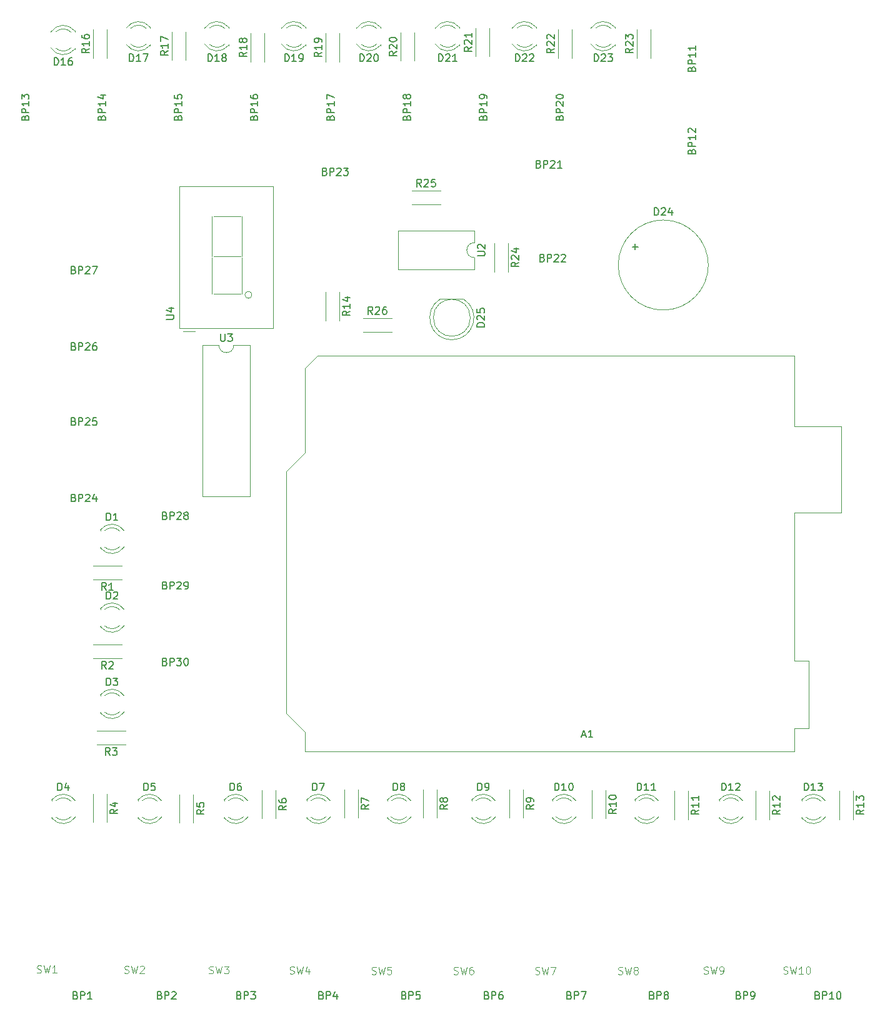
<source format=gbr>
%TF.GenerationSoftware,KiCad,Pcbnew,7.0.6*%
%TF.CreationDate,2023-07-20T19:54:13+05:30*%
%TF.ProjectId,trainer kit arduino proto,74726169-6e65-4722-906b-697420617264,rev?*%
%TF.SameCoordinates,Original*%
%TF.FileFunction,Legend,Top*%
%TF.FilePolarity,Positive*%
%FSLAX46Y46*%
G04 Gerber Fmt 4.6, Leading zero omitted, Abs format (unit mm)*
G04 Created by KiCad (PCBNEW 7.0.6) date 2023-07-20 19:54:13*
%MOMM*%
%LPD*%
G01*
G04 APERTURE LIST*
%ADD10C,0.100000*%
%ADD11C,0.150000*%
%ADD12C,0.120000*%
G04 APERTURE END LIST*
D10*
X100740476Y-130509800D02*
X100883333Y-130557419D01*
X100883333Y-130557419D02*
X101121428Y-130557419D01*
X101121428Y-130557419D02*
X101216666Y-130509800D01*
X101216666Y-130509800D02*
X101264285Y-130462180D01*
X101264285Y-130462180D02*
X101311904Y-130366942D01*
X101311904Y-130366942D02*
X101311904Y-130271704D01*
X101311904Y-130271704D02*
X101264285Y-130176466D01*
X101264285Y-130176466D02*
X101216666Y-130128847D01*
X101216666Y-130128847D02*
X101121428Y-130081228D01*
X101121428Y-130081228D02*
X100930952Y-130033609D01*
X100930952Y-130033609D02*
X100835714Y-129985990D01*
X100835714Y-129985990D02*
X100788095Y-129938371D01*
X100788095Y-129938371D02*
X100740476Y-129843133D01*
X100740476Y-129843133D02*
X100740476Y-129747895D01*
X100740476Y-129747895D02*
X100788095Y-129652657D01*
X100788095Y-129652657D02*
X100835714Y-129605038D01*
X100835714Y-129605038D02*
X100930952Y-129557419D01*
X100930952Y-129557419D02*
X101169047Y-129557419D01*
X101169047Y-129557419D02*
X101311904Y-129605038D01*
X101645238Y-129557419D02*
X101883333Y-130557419D01*
X101883333Y-130557419D02*
X102073809Y-129843133D01*
X102073809Y-129843133D02*
X102264285Y-130557419D01*
X102264285Y-130557419D02*
X102502381Y-129557419D01*
X103407142Y-130557419D02*
X102835714Y-130557419D01*
X103121428Y-130557419D02*
X103121428Y-129557419D01*
X103121428Y-129557419D02*
X103026190Y-129700276D01*
X103026190Y-129700276D02*
X102930952Y-129795514D01*
X102930952Y-129795514D02*
X102835714Y-129843133D01*
X104026190Y-129557419D02*
X104121428Y-129557419D01*
X104121428Y-129557419D02*
X104216666Y-129605038D01*
X104216666Y-129605038D02*
X104264285Y-129652657D01*
X104264285Y-129652657D02*
X104311904Y-129747895D01*
X104311904Y-129747895D02*
X104359523Y-129938371D01*
X104359523Y-129938371D02*
X104359523Y-130176466D01*
X104359523Y-130176466D02*
X104311904Y-130366942D01*
X104311904Y-130366942D02*
X104264285Y-130462180D01*
X104264285Y-130462180D02*
X104216666Y-130509800D01*
X104216666Y-130509800D02*
X104121428Y-130557419D01*
X104121428Y-130557419D02*
X104026190Y-130557419D01*
X104026190Y-130557419D02*
X103930952Y-130509800D01*
X103930952Y-130509800D02*
X103883333Y-130462180D01*
X103883333Y-130462180D02*
X103835714Y-130366942D01*
X103835714Y-130366942D02*
X103788095Y-130176466D01*
X103788095Y-130176466D02*
X103788095Y-129938371D01*
X103788095Y-129938371D02*
X103835714Y-129747895D01*
X103835714Y-129747895D02*
X103883333Y-129652657D01*
X103883333Y-129652657D02*
X103930952Y-129605038D01*
X103930952Y-129605038D02*
X104026190Y-129557419D01*
X89966667Y-130509800D02*
X90109524Y-130557419D01*
X90109524Y-130557419D02*
X90347619Y-130557419D01*
X90347619Y-130557419D02*
X90442857Y-130509800D01*
X90442857Y-130509800D02*
X90490476Y-130462180D01*
X90490476Y-130462180D02*
X90538095Y-130366942D01*
X90538095Y-130366942D02*
X90538095Y-130271704D01*
X90538095Y-130271704D02*
X90490476Y-130176466D01*
X90490476Y-130176466D02*
X90442857Y-130128847D01*
X90442857Y-130128847D02*
X90347619Y-130081228D01*
X90347619Y-130081228D02*
X90157143Y-130033609D01*
X90157143Y-130033609D02*
X90061905Y-129985990D01*
X90061905Y-129985990D02*
X90014286Y-129938371D01*
X90014286Y-129938371D02*
X89966667Y-129843133D01*
X89966667Y-129843133D02*
X89966667Y-129747895D01*
X89966667Y-129747895D02*
X90014286Y-129652657D01*
X90014286Y-129652657D02*
X90061905Y-129605038D01*
X90061905Y-129605038D02*
X90157143Y-129557419D01*
X90157143Y-129557419D02*
X90395238Y-129557419D01*
X90395238Y-129557419D02*
X90538095Y-129605038D01*
X90871429Y-129557419D02*
X91109524Y-130557419D01*
X91109524Y-130557419D02*
X91300000Y-129843133D01*
X91300000Y-129843133D02*
X91490476Y-130557419D01*
X91490476Y-130557419D02*
X91728572Y-129557419D01*
X92157143Y-130557419D02*
X92347619Y-130557419D01*
X92347619Y-130557419D02*
X92442857Y-130509800D01*
X92442857Y-130509800D02*
X92490476Y-130462180D01*
X92490476Y-130462180D02*
X92585714Y-130319323D01*
X92585714Y-130319323D02*
X92633333Y-130128847D01*
X92633333Y-130128847D02*
X92633333Y-129747895D01*
X92633333Y-129747895D02*
X92585714Y-129652657D01*
X92585714Y-129652657D02*
X92538095Y-129605038D01*
X92538095Y-129605038D02*
X92442857Y-129557419D01*
X92442857Y-129557419D02*
X92252381Y-129557419D01*
X92252381Y-129557419D02*
X92157143Y-129605038D01*
X92157143Y-129605038D02*
X92109524Y-129652657D01*
X92109524Y-129652657D02*
X92061905Y-129747895D01*
X92061905Y-129747895D02*
X92061905Y-129985990D01*
X92061905Y-129985990D02*
X92109524Y-130081228D01*
X92109524Y-130081228D02*
X92157143Y-130128847D01*
X92157143Y-130128847D02*
X92252381Y-130176466D01*
X92252381Y-130176466D02*
X92442857Y-130176466D01*
X92442857Y-130176466D02*
X92538095Y-130128847D01*
X92538095Y-130128847D02*
X92585714Y-130081228D01*
X92585714Y-130081228D02*
X92633333Y-129985990D01*
X78366667Y-130559800D02*
X78509524Y-130607419D01*
X78509524Y-130607419D02*
X78747619Y-130607419D01*
X78747619Y-130607419D02*
X78842857Y-130559800D01*
X78842857Y-130559800D02*
X78890476Y-130512180D01*
X78890476Y-130512180D02*
X78938095Y-130416942D01*
X78938095Y-130416942D02*
X78938095Y-130321704D01*
X78938095Y-130321704D02*
X78890476Y-130226466D01*
X78890476Y-130226466D02*
X78842857Y-130178847D01*
X78842857Y-130178847D02*
X78747619Y-130131228D01*
X78747619Y-130131228D02*
X78557143Y-130083609D01*
X78557143Y-130083609D02*
X78461905Y-130035990D01*
X78461905Y-130035990D02*
X78414286Y-129988371D01*
X78414286Y-129988371D02*
X78366667Y-129893133D01*
X78366667Y-129893133D02*
X78366667Y-129797895D01*
X78366667Y-129797895D02*
X78414286Y-129702657D01*
X78414286Y-129702657D02*
X78461905Y-129655038D01*
X78461905Y-129655038D02*
X78557143Y-129607419D01*
X78557143Y-129607419D02*
X78795238Y-129607419D01*
X78795238Y-129607419D02*
X78938095Y-129655038D01*
X79271429Y-129607419D02*
X79509524Y-130607419D01*
X79509524Y-130607419D02*
X79700000Y-129893133D01*
X79700000Y-129893133D02*
X79890476Y-130607419D01*
X79890476Y-130607419D02*
X80128572Y-129607419D01*
X80652381Y-130035990D02*
X80557143Y-129988371D01*
X80557143Y-129988371D02*
X80509524Y-129940752D01*
X80509524Y-129940752D02*
X80461905Y-129845514D01*
X80461905Y-129845514D02*
X80461905Y-129797895D01*
X80461905Y-129797895D02*
X80509524Y-129702657D01*
X80509524Y-129702657D02*
X80557143Y-129655038D01*
X80557143Y-129655038D02*
X80652381Y-129607419D01*
X80652381Y-129607419D02*
X80842857Y-129607419D01*
X80842857Y-129607419D02*
X80938095Y-129655038D01*
X80938095Y-129655038D02*
X80985714Y-129702657D01*
X80985714Y-129702657D02*
X81033333Y-129797895D01*
X81033333Y-129797895D02*
X81033333Y-129845514D01*
X81033333Y-129845514D02*
X80985714Y-129940752D01*
X80985714Y-129940752D02*
X80938095Y-129988371D01*
X80938095Y-129988371D02*
X80842857Y-130035990D01*
X80842857Y-130035990D02*
X80652381Y-130035990D01*
X80652381Y-130035990D02*
X80557143Y-130083609D01*
X80557143Y-130083609D02*
X80509524Y-130131228D01*
X80509524Y-130131228D02*
X80461905Y-130226466D01*
X80461905Y-130226466D02*
X80461905Y-130416942D01*
X80461905Y-130416942D02*
X80509524Y-130512180D01*
X80509524Y-130512180D02*
X80557143Y-130559800D01*
X80557143Y-130559800D02*
X80652381Y-130607419D01*
X80652381Y-130607419D02*
X80842857Y-130607419D01*
X80842857Y-130607419D02*
X80938095Y-130559800D01*
X80938095Y-130559800D02*
X80985714Y-130512180D01*
X80985714Y-130512180D02*
X81033333Y-130416942D01*
X81033333Y-130416942D02*
X81033333Y-130226466D01*
X81033333Y-130226466D02*
X80985714Y-130131228D01*
X80985714Y-130131228D02*
X80938095Y-130083609D01*
X80938095Y-130083609D02*
X80842857Y-130035990D01*
X67116667Y-130559800D02*
X67259524Y-130607419D01*
X67259524Y-130607419D02*
X67497619Y-130607419D01*
X67497619Y-130607419D02*
X67592857Y-130559800D01*
X67592857Y-130559800D02*
X67640476Y-130512180D01*
X67640476Y-130512180D02*
X67688095Y-130416942D01*
X67688095Y-130416942D02*
X67688095Y-130321704D01*
X67688095Y-130321704D02*
X67640476Y-130226466D01*
X67640476Y-130226466D02*
X67592857Y-130178847D01*
X67592857Y-130178847D02*
X67497619Y-130131228D01*
X67497619Y-130131228D02*
X67307143Y-130083609D01*
X67307143Y-130083609D02*
X67211905Y-130035990D01*
X67211905Y-130035990D02*
X67164286Y-129988371D01*
X67164286Y-129988371D02*
X67116667Y-129893133D01*
X67116667Y-129893133D02*
X67116667Y-129797895D01*
X67116667Y-129797895D02*
X67164286Y-129702657D01*
X67164286Y-129702657D02*
X67211905Y-129655038D01*
X67211905Y-129655038D02*
X67307143Y-129607419D01*
X67307143Y-129607419D02*
X67545238Y-129607419D01*
X67545238Y-129607419D02*
X67688095Y-129655038D01*
X68021429Y-129607419D02*
X68259524Y-130607419D01*
X68259524Y-130607419D02*
X68450000Y-129893133D01*
X68450000Y-129893133D02*
X68640476Y-130607419D01*
X68640476Y-130607419D02*
X68878572Y-129607419D01*
X69164286Y-129607419D02*
X69830952Y-129607419D01*
X69830952Y-129607419D02*
X69402381Y-130607419D01*
X56066667Y-130559800D02*
X56209524Y-130607419D01*
X56209524Y-130607419D02*
X56447619Y-130607419D01*
X56447619Y-130607419D02*
X56542857Y-130559800D01*
X56542857Y-130559800D02*
X56590476Y-130512180D01*
X56590476Y-130512180D02*
X56638095Y-130416942D01*
X56638095Y-130416942D02*
X56638095Y-130321704D01*
X56638095Y-130321704D02*
X56590476Y-130226466D01*
X56590476Y-130226466D02*
X56542857Y-130178847D01*
X56542857Y-130178847D02*
X56447619Y-130131228D01*
X56447619Y-130131228D02*
X56257143Y-130083609D01*
X56257143Y-130083609D02*
X56161905Y-130035990D01*
X56161905Y-130035990D02*
X56114286Y-129988371D01*
X56114286Y-129988371D02*
X56066667Y-129893133D01*
X56066667Y-129893133D02*
X56066667Y-129797895D01*
X56066667Y-129797895D02*
X56114286Y-129702657D01*
X56114286Y-129702657D02*
X56161905Y-129655038D01*
X56161905Y-129655038D02*
X56257143Y-129607419D01*
X56257143Y-129607419D02*
X56495238Y-129607419D01*
X56495238Y-129607419D02*
X56638095Y-129655038D01*
X56971429Y-129607419D02*
X57209524Y-130607419D01*
X57209524Y-130607419D02*
X57400000Y-129893133D01*
X57400000Y-129893133D02*
X57590476Y-130607419D01*
X57590476Y-130607419D02*
X57828572Y-129607419D01*
X58638095Y-129607419D02*
X58447619Y-129607419D01*
X58447619Y-129607419D02*
X58352381Y-129655038D01*
X58352381Y-129655038D02*
X58304762Y-129702657D01*
X58304762Y-129702657D02*
X58209524Y-129845514D01*
X58209524Y-129845514D02*
X58161905Y-130035990D01*
X58161905Y-130035990D02*
X58161905Y-130416942D01*
X58161905Y-130416942D02*
X58209524Y-130512180D01*
X58209524Y-130512180D02*
X58257143Y-130559800D01*
X58257143Y-130559800D02*
X58352381Y-130607419D01*
X58352381Y-130607419D02*
X58542857Y-130607419D01*
X58542857Y-130607419D02*
X58638095Y-130559800D01*
X58638095Y-130559800D02*
X58685714Y-130512180D01*
X58685714Y-130512180D02*
X58733333Y-130416942D01*
X58733333Y-130416942D02*
X58733333Y-130178847D01*
X58733333Y-130178847D02*
X58685714Y-130083609D01*
X58685714Y-130083609D02*
X58638095Y-130035990D01*
X58638095Y-130035990D02*
X58542857Y-129988371D01*
X58542857Y-129988371D02*
X58352381Y-129988371D01*
X58352381Y-129988371D02*
X58257143Y-130035990D01*
X58257143Y-130035990D02*
X58209524Y-130083609D01*
X58209524Y-130083609D02*
X58161905Y-130178847D01*
X44966667Y-130559800D02*
X45109524Y-130607419D01*
X45109524Y-130607419D02*
X45347619Y-130607419D01*
X45347619Y-130607419D02*
X45442857Y-130559800D01*
X45442857Y-130559800D02*
X45490476Y-130512180D01*
X45490476Y-130512180D02*
X45538095Y-130416942D01*
X45538095Y-130416942D02*
X45538095Y-130321704D01*
X45538095Y-130321704D02*
X45490476Y-130226466D01*
X45490476Y-130226466D02*
X45442857Y-130178847D01*
X45442857Y-130178847D02*
X45347619Y-130131228D01*
X45347619Y-130131228D02*
X45157143Y-130083609D01*
X45157143Y-130083609D02*
X45061905Y-130035990D01*
X45061905Y-130035990D02*
X45014286Y-129988371D01*
X45014286Y-129988371D02*
X44966667Y-129893133D01*
X44966667Y-129893133D02*
X44966667Y-129797895D01*
X44966667Y-129797895D02*
X45014286Y-129702657D01*
X45014286Y-129702657D02*
X45061905Y-129655038D01*
X45061905Y-129655038D02*
X45157143Y-129607419D01*
X45157143Y-129607419D02*
X45395238Y-129607419D01*
X45395238Y-129607419D02*
X45538095Y-129655038D01*
X45871429Y-129607419D02*
X46109524Y-130607419D01*
X46109524Y-130607419D02*
X46300000Y-129893133D01*
X46300000Y-129893133D02*
X46490476Y-130607419D01*
X46490476Y-130607419D02*
X46728572Y-129607419D01*
X47585714Y-129607419D02*
X47109524Y-129607419D01*
X47109524Y-129607419D02*
X47061905Y-130083609D01*
X47061905Y-130083609D02*
X47109524Y-130035990D01*
X47109524Y-130035990D02*
X47204762Y-129988371D01*
X47204762Y-129988371D02*
X47442857Y-129988371D01*
X47442857Y-129988371D02*
X47538095Y-130035990D01*
X47538095Y-130035990D02*
X47585714Y-130083609D01*
X47585714Y-130083609D02*
X47633333Y-130178847D01*
X47633333Y-130178847D02*
X47633333Y-130416942D01*
X47633333Y-130416942D02*
X47585714Y-130512180D01*
X47585714Y-130512180D02*
X47538095Y-130559800D01*
X47538095Y-130559800D02*
X47442857Y-130607419D01*
X47442857Y-130607419D02*
X47204762Y-130607419D01*
X47204762Y-130607419D02*
X47109524Y-130559800D01*
X47109524Y-130559800D02*
X47061905Y-130512180D01*
X33866667Y-130509800D02*
X34009524Y-130557419D01*
X34009524Y-130557419D02*
X34247619Y-130557419D01*
X34247619Y-130557419D02*
X34342857Y-130509800D01*
X34342857Y-130509800D02*
X34390476Y-130462180D01*
X34390476Y-130462180D02*
X34438095Y-130366942D01*
X34438095Y-130366942D02*
X34438095Y-130271704D01*
X34438095Y-130271704D02*
X34390476Y-130176466D01*
X34390476Y-130176466D02*
X34342857Y-130128847D01*
X34342857Y-130128847D02*
X34247619Y-130081228D01*
X34247619Y-130081228D02*
X34057143Y-130033609D01*
X34057143Y-130033609D02*
X33961905Y-129985990D01*
X33961905Y-129985990D02*
X33914286Y-129938371D01*
X33914286Y-129938371D02*
X33866667Y-129843133D01*
X33866667Y-129843133D02*
X33866667Y-129747895D01*
X33866667Y-129747895D02*
X33914286Y-129652657D01*
X33914286Y-129652657D02*
X33961905Y-129605038D01*
X33961905Y-129605038D02*
X34057143Y-129557419D01*
X34057143Y-129557419D02*
X34295238Y-129557419D01*
X34295238Y-129557419D02*
X34438095Y-129605038D01*
X34771429Y-129557419D02*
X35009524Y-130557419D01*
X35009524Y-130557419D02*
X35200000Y-129843133D01*
X35200000Y-129843133D02*
X35390476Y-130557419D01*
X35390476Y-130557419D02*
X35628572Y-129557419D01*
X36438095Y-129890752D02*
X36438095Y-130557419D01*
X36200000Y-129509800D02*
X35961905Y-130224085D01*
X35961905Y-130224085D02*
X36580952Y-130224085D01*
X22916667Y-130459800D02*
X23059524Y-130507419D01*
X23059524Y-130507419D02*
X23297619Y-130507419D01*
X23297619Y-130507419D02*
X23392857Y-130459800D01*
X23392857Y-130459800D02*
X23440476Y-130412180D01*
X23440476Y-130412180D02*
X23488095Y-130316942D01*
X23488095Y-130316942D02*
X23488095Y-130221704D01*
X23488095Y-130221704D02*
X23440476Y-130126466D01*
X23440476Y-130126466D02*
X23392857Y-130078847D01*
X23392857Y-130078847D02*
X23297619Y-130031228D01*
X23297619Y-130031228D02*
X23107143Y-129983609D01*
X23107143Y-129983609D02*
X23011905Y-129935990D01*
X23011905Y-129935990D02*
X22964286Y-129888371D01*
X22964286Y-129888371D02*
X22916667Y-129793133D01*
X22916667Y-129793133D02*
X22916667Y-129697895D01*
X22916667Y-129697895D02*
X22964286Y-129602657D01*
X22964286Y-129602657D02*
X23011905Y-129555038D01*
X23011905Y-129555038D02*
X23107143Y-129507419D01*
X23107143Y-129507419D02*
X23345238Y-129507419D01*
X23345238Y-129507419D02*
X23488095Y-129555038D01*
X23821429Y-129507419D02*
X24059524Y-130507419D01*
X24059524Y-130507419D02*
X24250000Y-129793133D01*
X24250000Y-129793133D02*
X24440476Y-130507419D01*
X24440476Y-130507419D02*
X24678572Y-129507419D01*
X24964286Y-129507419D02*
X25583333Y-129507419D01*
X25583333Y-129507419D02*
X25250000Y-129888371D01*
X25250000Y-129888371D02*
X25392857Y-129888371D01*
X25392857Y-129888371D02*
X25488095Y-129935990D01*
X25488095Y-129935990D02*
X25535714Y-129983609D01*
X25535714Y-129983609D02*
X25583333Y-130078847D01*
X25583333Y-130078847D02*
X25583333Y-130316942D01*
X25583333Y-130316942D02*
X25535714Y-130412180D01*
X25535714Y-130412180D02*
X25488095Y-130459800D01*
X25488095Y-130459800D02*
X25392857Y-130507419D01*
X25392857Y-130507419D02*
X25107143Y-130507419D01*
X25107143Y-130507419D02*
X25011905Y-130459800D01*
X25011905Y-130459800D02*
X24964286Y-130412180D01*
X11466667Y-130409800D02*
X11609524Y-130457419D01*
X11609524Y-130457419D02*
X11847619Y-130457419D01*
X11847619Y-130457419D02*
X11942857Y-130409800D01*
X11942857Y-130409800D02*
X11990476Y-130362180D01*
X11990476Y-130362180D02*
X12038095Y-130266942D01*
X12038095Y-130266942D02*
X12038095Y-130171704D01*
X12038095Y-130171704D02*
X11990476Y-130076466D01*
X11990476Y-130076466D02*
X11942857Y-130028847D01*
X11942857Y-130028847D02*
X11847619Y-129981228D01*
X11847619Y-129981228D02*
X11657143Y-129933609D01*
X11657143Y-129933609D02*
X11561905Y-129885990D01*
X11561905Y-129885990D02*
X11514286Y-129838371D01*
X11514286Y-129838371D02*
X11466667Y-129743133D01*
X11466667Y-129743133D02*
X11466667Y-129647895D01*
X11466667Y-129647895D02*
X11514286Y-129552657D01*
X11514286Y-129552657D02*
X11561905Y-129505038D01*
X11561905Y-129505038D02*
X11657143Y-129457419D01*
X11657143Y-129457419D02*
X11895238Y-129457419D01*
X11895238Y-129457419D02*
X12038095Y-129505038D01*
X12371429Y-129457419D02*
X12609524Y-130457419D01*
X12609524Y-130457419D02*
X12800000Y-129743133D01*
X12800000Y-129743133D02*
X12990476Y-130457419D01*
X12990476Y-130457419D02*
X13228572Y-129457419D01*
X13561905Y-129552657D02*
X13609524Y-129505038D01*
X13609524Y-129505038D02*
X13704762Y-129457419D01*
X13704762Y-129457419D02*
X13942857Y-129457419D01*
X13942857Y-129457419D02*
X14038095Y-129505038D01*
X14038095Y-129505038D02*
X14085714Y-129552657D01*
X14085714Y-129552657D02*
X14133333Y-129647895D01*
X14133333Y-129647895D02*
X14133333Y-129743133D01*
X14133333Y-129743133D02*
X14085714Y-129885990D01*
X14085714Y-129885990D02*
X13514286Y-130457419D01*
X13514286Y-130457419D02*
X14133333Y-130457419D01*
X-383332Y-130359800D02*
X-240475Y-130407419D01*
X-240475Y-130407419D02*
X-2380Y-130407419D01*
X-2380Y-130407419D02*
X92857Y-130359800D01*
X92857Y-130359800D02*
X140476Y-130312180D01*
X140476Y-130312180D02*
X188095Y-130216942D01*
X188095Y-130216942D02*
X188095Y-130121704D01*
X188095Y-130121704D02*
X140476Y-130026466D01*
X140476Y-130026466D02*
X92857Y-129978847D01*
X92857Y-129978847D02*
X-2380Y-129931228D01*
X-2380Y-129931228D02*
X-192856Y-129883609D01*
X-192856Y-129883609D02*
X-288094Y-129835990D01*
X-288094Y-129835990D02*
X-335713Y-129788371D01*
X-335713Y-129788371D02*
X-383332Y-129693133D01*
X-383332Y-129693133D02*
X-383332Y-129597895D01*
X-383332Y-129597895D02*
X-335713Y-129502657D01*
X-335713Y-129502657D02*
X-288094Y-129455038D01*
X-288094Y-129455038D02*
X-192856Y-129407419D01*
X-192856Y-129407419D02*
X45238Y-129407419D01*
X45238Y-129407419D02*
X188095Y-129455038D01*
X521429Y-129407419D02*
X759524Y-130407419D01*
X759524Y-130407419D02*
X950000Y-129693133D01*
X950000Y-129693133D02*
X1140476Y-130407419D01*
X1140476Y-130407419D02*
X1378572Y-129407419D01*
X2283333Y-130407419D02*
X1711905Y-130407419D01*
X1997619Y-130407419D02*
X1997619Y-129407419D01*
X1997619Y-129407419D02*
X1902381Y-129550276D01*
X1902381Y-129550276D02*
X1807143Y-129645514D01*
X1807143Y-129645514D02*
X1711905Y-129693133D01*
D11*
X73453714Y-98213104D02*
X73929904Y-98213104D01*
X73358476Y-98498819D02*
X73691809Y-97498819D01*
X73691809Y-97498819D02*
X74025142Y-98498819D01*
X74882285Y-98498819D02*
X74310857Y-98498819D01*
X74596571Y-98498819D02*
X74596571Y-97498819D01*
X74596571Y-97498819D02*
X74501333Y-97641676D01*
X74501333Y-97641676D02*
X74406095Y-97736914D01*
X74406095Y-97736914D02*
X74310857Y-97784533D01*
X16245238Y-133431009D02*
X16388095Y-133478628D01*
X16388095Y-133478628D02*
X16435714Y-133526247D01*
X16435714Y-133526247D02*
X16483333Y-133621485D01*
X16483333Y-133621485D02*
X16483333Y-133764342D01*
X16483333Y-133764342D02*
X16435714Y-133859580D01*
X16435714Y-133859580D02*
X16388095Y-133907200D01*
X16388095Y-133907200D02*
X16292857Y-133954819D01*
X16292857Y-133954819D02*
X15911905Y-133954819D01*
X15911905Y-133954819D02*
X15911905Y-132954819D01*
X15911905Y-132954819D02*
X16245238Y-132954819D01*
X16245238Y-132954819D02*
X16340476Y-133002438D01*
X16340476Y-133002438D02*
X16388095Y-133050057D01*
X16388095Y-133050057D02*
X16435714Y-133145295D01*
X16435714Y-133145295D02*
X16435714Y-133240533D01*
X16435714Y-133240533D02*
X16388095Y-133335771D01*
X16388095Y-133335771D02*
X16340476Y-133383390D01*
X16340476Y-133383390D02*
X16245238Y-133431009D01*
X16245238Y-133431009D02*
X15911905Y-133431009D01*
X16911905Y-133954819D02*
X16911905Y-132954819D01*
X16911905Y-132954819D02*
X17292857Y-132954819D01*
X17292857Y-132954819D02*
X17388095Y-133002438D01*
X17388095Y-133002438D02*
X17435714Y-133050057D01*
X17435714Y-133050057D02*
X17483333Y-133145295D01*
X17483333Y-133145295D02*
X17483333Y-133288152D01*
X17483333Y-133288152D02*
X17435714Y-133383390D01*
X17435714Y-133383390D02*
X17388095Y-133431009D01*
X17388095Y-133431009D02*
X17292857Y-133478628D01*
X17292857Y-133478628D02*
X16911905Y-133478628D01*
X17864286Y-133050057D02*
X17911905Y-133002438D01*
X17911905Y-133002438D02*
X18007143Y-132954819D01*
X18007143Y-132954819D02*
X18245238Y-132954819D01*
X18245238Y-132954819D02*
X18340476Y-133002438D01*
X18340476Y-133002438D02*
X18388095Y-133050057D01*
X18388095Y-133050057D02*
X18435714Y-133145295D01*
X18435714Y-133145295D02*
X18435714Y-133240533D01*
X18435714Y-133240533D02*
X18388095Y-133383390D01*
X18388095Y-133383390D02*
X17816667Y-133954819D01*
X17816667Y-133954819D02*
X18435714Y-133954819D01*
X4571047Y-66057009D02*
X4713904Y-66104628D01*
X4713904Y-66104628D02*
X4761523Y-66152247D01*
X4761523Y-66152247D02*
X4809142Y-66247485D01*
X4809142Y-66247485D02*
X4809142Y-66390342D01*
X4809142Y-66390342D02*
X4761523Y-66485580D01*
X4761523Y-66485580D02*
X4713904Y-66533200D01*
X4713904Y-66533200D02*
X4618666Y-66580819D01*
X4618666Y-66580819D02*
X4237714Y-66580819D01*
X4237714Y-66580819D02*
X4237714Y-65580819D01*
X4237714Y-65580819D02*
X4571047Y-65580819D01*
X4571047Y-65580819D02*
X4666285Y-65628438D01*
X4666285Y-65628438D02*
X4713904Y-65676057D01*
X4713904Y-65676057D02*
X4761523Y-65771295D01*
X4761523Y-65771295D02*
X4761523Y-65866533D01*
X4761523Y-65866533D02*
X4713904Y-65961771D01*
X4713904Y-65961771D02*
X4666285Y-66009390D01*
X4666285Y-66009390D02*
X4571047Y-66057009D01*
X4571047Y-66057009D02*
X4237714Y-66057009D01*
X5237714Y-66580819D02*
X5237714Y-65580819D01*
X5237714Y-65580819D02*
X5618666Y-65580819D01*
X5618666Y-65580819D02*
X5713904Y-65628438D01*
X5713904Y-65628438D02*
X5761523Y-65676057D01*
X5761523Y-65676057D02*
X5809142Y-65771295D01*
X5809142Y-65771295D02*
X5809142Y-65914152D01*
X5809142Y-65914152D02*
X5761523Y-66009390D01*
X5761523Y-66009390D02*
X5713904Y-66057009D01*
X5713904Y-66057009D02*
X5618666Y-66104628D01*
X5618666Y-66104628D02*
X5237714Y-66104628D01*
X6190095Y-65676057D02*
X6237714Y-65628438D01*
X6237714Y-65628438D02*
X6332952Y-65580819D01*
X6332952Y-65580819D02*
X6571047Y-65580819D01*
X6571047Y-65580819D02*
X6666285Y-65628438D01*
X6666285Y-65628438D02*
X6713904Y-65676057D01*
X6713904Y-65676057D02*
X6761523Y-65771295D01*
X6761523Y-65771295D02*
X6761523Y-65866533D01*
X6761523Y-65866533D02*
X6713904Y-66009390D01*
X6713904Y-66009390D02*
X6142476Y-66580819D01*
X6142476Y-66580819D02*
X6761523Y-66580819D01*
X7618666Y-65914152D02*
X7618666Y-66580819D01*
X7380571Y-65533200D02*
X7142476Y-66247485D01*
X7142476Y-66247485D02*
X7761523Y-66247485D01*
X49339238Y-133431009D02*
X49482095Y-133478628D01*
X49482095Y-133478628D02*
X49529714Y-133526247D01*
X49529714Y-133526247D02*
X49577333Y-133621485D01*
X49577333Y-133621485D02*
X49577333Y-133764342D01*
X49577333Y-133764342D02*
X49529714Y-133859580D01*
X49529714Y-133859580D02*
X49482095Y-133907200D01*
X49482095Y-133907200D02*
X49386857Y-133954819D01*
X49386857Y-133954819D02*
X49005905Y-133954819D01*
X49005905Y-133954819D02*
X49005905Y-132954819D01*
X49005905Y-132954819D02*
X49339238Y-132954819D01*
X49339238Y-132954819D02*
X49434476Y-133002438D01*
X49434476Y-133002438D02*
X49482095Y-133050057D01*
X49482095Y-133050057D02*
X49529714Y-133145295D01*
X49529714Y-133145295D02*
X49529714Y-133240533D01*
X49529714Y-133240533D02*
X49482095Y-133335771D01*
X49482095Y-133335771D02*
X49434476Y-133383390D01*
X49434476Y-133383390D02*
X49339238Y-133431009D01*
X49339238Y-133431009D02*
X49005905Y-133431009D01*
X50005905Y-133954819D02*
X50005905Y-132954819D01*
X50005905Y-132954819D02*
X50386857Y-132954819D01*
X50386857Y-132954819D02*
X50482095Y-133002438D01*
X50482095Y-133002438D02*
X50529714Y-133050057D01*
X50529714Y-133050057D02*
X50577333Y-133145295D01*
X50577333Y-133145295D02*
X50577333Y-133288152D01*
X50577333Y-133288152D02*
X50529714Y-133383390D01*
X50529714Y-133383390D02*
X50482095Y-133431009D01*
X50482095Y-133431009D02*
X50386857Y-133478628D01*
X50386857Y-133478628D02*
X50005905Y-133478628D01*
X51482095Y-132954819D02*
X51005905Y-132954819D01*
X51005905Y-132954819D02*
X50958286Y-133431009D01*
X50958286Y-133431009D02*
X51005905Y-133383390D01*
X51005905Y-133383390D02*
X51101143Y-133335771D01*
X51101143Y-133335771D02*
X51339238Y-133335771D01*
X51339238Y-133335771D02*
X51434476Y-133383390D01*
X51434476Y-133383390D02*
X51482095Y-133431009D01*
X51482095Y-133431009D02*
X51529714Y-133526247D01*
X51529714Y-133526247D02*
X51529714Y-133764342D01*
X51529714Y-133764342D02*
X51482095Y-133859580D01*
X51482095Y-133859580D02*
X51434476Y-133907200D01*
X51434476Y-133907200D02*
X51339238Y-133954819D01*
X51339238Y-133954819D02*
X51101143Y-133954819D01*
X51101143Y-133954819D02*
X51005905Y-133907200D01*
X51005905Y-133907200D02*
X50958286Y-133859580D01*
X22771714Y-6970819D02*
X22771714Y-5970819D01*
X22771714Y-5970819D02*
X23009809Y-5970819D01*
X23009809Y-5970819D02*
X23152666Y-6018438D01*
X23152666Y-6018438D02*
X23247904Y-6113676D01*
X23247904Y-6113676D02*
X23295523Y-6208914D01*
X23295523Y-6208914D02*
X23343142Y-6399390D01*
X23343142Y-6399390D02*
X23343142Y-6542247D01*
X23343142Y-6542247D02*
X23295523Y-6732723D01*
X23295523Y-6732723D02*
X23247904Y-6827961D01*
X23247904Y-6827961D02*
X23152666Y-6923200D01*
X23152666Y-6923200D02*
X23009809Y-6970819D01*
X23009809Y-6970819D02*
X22771714Y-6970819D01*
X24295523Y-6970819D02*
X23724095Y-6970819D01*
X24009809Y-6970819D02*
X24009809Y-5970819D01*
X24009809Y-5970819D02*
X23914571Y-6113676D01*
X23914571Y-6113676D02*
X23819333Y-6208914D01*
X23819333Y-6208914D02*
X23724095Y-6256533D01*
X24866952Y-6399390D02*
X24771714Y-6351771D01*
X24771714Y-6351771D02*
X24724095Y-6304152D01*
X24724095Y-6304152D02*
X24676476Y-6208914D01*
X24676476Y-6208914D02*
X24676476Y-6161295D01*
X24676476Y-6161295D02*
X24724095Y-6066057D01*
X24724095Y-6066057D02*
X24771714Y-6018438D01*
X24771714Y-6018438D02*
X24866952Y-5970819D01*
X24866952Y-5970819D02*
X25057428Y-5970819D01*
X25057428Y-5970819D02*
X25152666Y-6018438D01*
X25152666Y-6018438D02*
X25200285Y-6066057D01*
X25200285Y-6066057D02*
X25247904Y-6161295D01*
X25247904Y-6161295D02*
X25247904Y-6208914D01*
X25247904Y-6208914D02*
X25200285Y-6304152D01*
X25200285Y-6304152D02*
X25152666Y-6351771D01*
X25152666Y-6351771D02*
X25057428Y-6399390D01*
X25057428Y-6399390D02*
X24866952Y-6399390D01*
X24866952Y-6399390D02*
X24771714Y-6447009D01*
X24771714Y-6447009D02*
X24724095Y-6494628D01*
X24724095Y-6494628D02*
X24676476Y-6589866D01*
X24676476Y-6589866D02*
X24676476Y-6780342D01*
X24676476Y-6780342D02*
X24724095Y-6875580D01*
X24724095Y-6875580D02*
X24771714Y-6923200D01*
X24771714Y-6923200D02*
X24866952Y-6970819D01*
X24866952Y-6970819D02*
X25057428Y-6970819D01*
X25057428Y-6970819D02*
X25152666Y-6923200D01*
X25152666Y-6923200D02*
X25200285Y-6875580D01*
X25200285Y-6875580D02*
X25247904Y-6780342D01*
X25247904Y-6780342D02*
X25247904Y-6589866D01*
X25247904Y-6589866D02*
X25200285Y-6494628D01*
X25200285Y-6494628D02*
X25152666Y-6447009D01*
X25152666Y-6447009D02*
X25057428Y-6399390D01*
X22224819Y-108306666D02*
X21748628Y-108639999D01*
X22224819Y-108878094D02*
X21224819Y-108878094D01*
X21224819Y-108878094D02*
X21224819Y-108497142D01*
X21224819Y-108497142D02*
X21272438Y-108401904D01*
X21272438Y-108401904D02*
X21320057Y-108354285D01*
X21320057Y-108354285D02*
X21415295Y-108306666D01*
X21415295Y-108306666D02*
X21558152Y-108306666D01*
X21558152Y-108306666D02*
X21653390Y-108354285D01*
X21653390Y-108354285D02*
X21701009Y-108401904D01*
X21701009Y-108401904D02*
X21748628Y-108497142D01*
X21748628Y-108497142D02*
X21748628Y-108878094D01*
X21224819Y-107401904D02*
X21224819Y-107878094D01*
X21224819Y-107878094D02*
X21701009Y-107925713D01*
X21701009Y-107925713D02*
X21653390Y-107878094D01*
X21653390Y-107878094D02*
X21605771Y-107782856D01*
X21605771Y-107782856D02*
X21605771Y-107544761D01*
X21605771Y-107544761D02*
X21653390Y-107449523D01*
X21653390Y-107449523D02*
X21701009Y-107401904D01*
X21701009Y-107401904D02*
X21796247Y-107354285D01*
X21796247Y-107354285D02*
X22034342Y-107354285D01*
X22034342Y-107354285D02*
X22129580Y-107401904D01*
X22129580Y-107401904D02*
X22177200Y-107449523D01*
X22177200Y-107449523D02*
X22224819Y-107544761D01*
X22224819Y-107544761D02*
X22224819Y-107782856D01*
X22224819Y-107782856D02*
X22177200Y-107878094D01*
X22177200Y-107878094D02*
X22129580Y-107925713D01*
X64427714Y-6970819D02*
X64427714Y-5970819D01*
X64427714Y-5970819D02*
X64665809Y-5970819D01*
X64665809Y-5970819D02*
X64808666Y-6018438D01*
X64808666Y-6018438D02*
X64903904Y-6113676D01*
X64903904Y-6113676D02*
X64951523Y-6208914D01*
X64951523Y-6208914D02*
X64999142Y-6399390D01*
X64999142Y-6399390D02*
X64999142Y-6542247D01*
X64999142Y-6542247D02*
X64951523Y-6732723D01*
X64951523Y-6732723D02*
X64903904Y-6827961D01*
X64903904Y-6827961D02*
X64808666Y-6923200D01*
X64808666Y-6923200D02*
X64665809Y-6970819D01*
X64665809Y-6970819D02*
X64427714Y-6970819D01*
X65380095Y-6066057D02*
X65427714Y-6018438D01*
X65427714Y-6018438D02*
X65522952Y-5970819D01*
X65522952Y-5970819D02*
X65761047Y-5970819D01*
X65761047Y-5970819D02*
X65856285Y-6018438D01*
X65856285Y-6018438D02*
X65903904Y-6066057D01*
X65903904Y-6066057D02*
X65951523Y-6161295D01*
X65951523Y-6161295D02*
X65951523Y-6256533D01*
X65951523Y-6256533D02*
X65903904Y-6399390D01*
X65903904Y-6399390D02*
X65332476Y-6970819D01*
X65332476Y-6970819D02*
X65951523Y-6970819D01*
X66332476Y-6066057D02*
X66380095Y-6018438D01*
X66380095Y-6018438D02*
X66475333Y-5970819D01*
X66475333Y-5970819D02*
X66713428Y-5970819D01*
X66713428Y-5970819D02*
X66808666Y-6018438D01*
X66808666Y-6018438D02*
X66856285Y-6066057D01*
X66856285Y-6066057D02*
X66903904Y-6161295D01*
X66903904Y-6161295D02*
X66903904Y-6256533D01*
X66903904Y-6256533D02*
X66856285Y-6399390D01*
X66856285Y-6399390D02*
X66284857Y-6970819D01*
X66284857Y-6970819D02*
X66903904Y-6970819D01*
X60041009Y-14588952D02*
X60088628Y-14446095D01*
X60088628Y-14446095D02*
X60136247Y-14398476D01*
X60136247Y-14398476D02*
X60231485Y-14350857D01*
X60231485Y-14350857D02*
X60374342Y-14350857D01*
X60374342Y-14350857D02*
X60469580Y-14398476D01*
X60469580Y-14398476D02*
X60517200Y-14446095D01*
X60517200Y-14446095D02*
X60564819Y-14541333D01*
X60564819Y-14541333D02*
X60564819Y-14922285D01*
X60564819Y-14922285D02*
X59564819Y-14922285D01*
X59564819Y-14922285D02*
X59564819Y-14588952D01*
X59564819Y-14588952D02*
X59612438Y-14493714D01*
X59612438Y-14493714D02*
X59660057Y-14446095D01*
X59660057Y-14446095D02*
X59755295Y-14398476D01*
X59755295Y-14398476D02*
X59850533Y-14398476D01*
X59850533Y-14398476D02*
X59945771Y-14446095D01*
X59945771Y-14446095D02*
X59993390Y-14493714D01*
X59993390Y-14493714D02*
X60041009Y-14588952D01*
X60041009Y-14588952D02*
X60041009Y-14922285D01*
X60564819Y-13922285D02*
X59564819Y-13922285D01*
X59564819Y-13922285D02*
X59564819Y-13541333D01*
X59564819Y-13541333D02*
X59612438Y-13446095D01*
X59612438Y-13446095D02*
X59660057Y-13398476D01*
X59660057Y-13398476D02*
X59755295Y-13350857D01*
X59755295Y-13350857D02*
X59898152Y-13350857D01*
X59898152Y-13350857D02*
X59993390Y-13398476D01*
X59993390Y-13398476D02*
X60041009Y-13446095D01*
X60041009Y-13446095D02*
X60088628Y-13541333D01*
X60088628Y-13541333D02*
X60088628Y-13922285D01*
X60564819Y-12398476D02*
X60564819Y-12969904D01*
X60564819Y-12684190D02*
X59564819Y-12684190D01*
X59564819Y-12684190D02*
X59707676Y-12779428D01*
X59707676Y-12779428D02*
X59802914Y-12874666D01*
X59802914Y-12874666D02*
X59850533Y-12969904D01*
X60564819Y-11922285D02*
X60564819Y-11731809D01*
X60564819Y-11731809D02*
X60517200Y-11636571D01*
X60517200Y-11636571D02*
X60469580Y-11588952D01*
X60469580Y-11588952D02*
X60326723Y-11493714D01*
X60326723Y-11493714D02*
X60136247Y-11446095D01*
X60136247Y-11446095D02*
X59755295Y-11446095D01*
X59755295Y-11446095D02*
X59660057Y-11493714D01*
X59660057Y-11493714D02*
X59612438Y-11541333D01*
X59612438Y-11541333D02*
X59564819Y-11636571D01*
X59564819Y-11636571D02*
X59564819Y-11827047D01*
X59564819Y-11827047D02*
X59612438Y-11922285D01*
X59612438Y-11922285D02*
X59660057Y-11969904D01*
X59660057Y-11969904D02*
X59755295Y-12017523D01*
X59755295Y-12017523D02*
X59993390Y-12017523D01*
X59993390Y-12017523D02*
X60088628Y-11969904D01*
X60088628Y-11969904D02*
X60136247Y-11922285D01*
X60136247Y-11922285D02*
X60183866Y-11827047D01*
X60183866Y-11827047D02*
X60183866Y-11636571D01*
X60183866Y-11636571D02*
X60136247Y-11541333D01*
X60136247Y-11541333D02*
X60088628Y-11493714D01*
X60088628Y-11493714D02*
X59993390Y-11446095D01*
X92367714Y-105698819D02*
X92367714Y-104698819D01*
X92367714Y-104698819D02*
X92605809Y-104698819D01*
X92605809Y-104698819D02*
X92748666Y-104746438D01*
X92748666Y-104746438D02*
X92843904Y-104841676D01*
X92843904Y-104841676D02*
X92891523Y-104936914D01*
X92891523Y-104936914D02*
X92939142Y-105127390D01*
X92939142Y-105127390D02*
X92939142Y-105270247D01*
X92939142Y-105270247D02*
X92891523Y-105460723D01*
X92891523Y-105460723D02*
X92843904Y-105555961D01*
X92843904Y-105555961D02*
X92748666Y-105651200D01*
X92748666Y-105651200D02*
X92605809Y-105698819D01*
X92605809Y-105698819D02*
X92367714Y-105698819D01*
X93891523Y-105698819D02*
X93320095Y-105698819D01*
X93605809Y-105698819D02*
X93605809Y-104698819D01*
X93605809Y-104698819D02*
X93510571Y-104841676D01*
X93510571Y-104841676D02*
X93415333Y-104936914D01*
X93415333Y-104936914D02*
X93320095Y-104984533D01*
X94272476Y-104794057D02*
X94320095Y-104746438D01*
X94320095Y-104746438D02*
X94415333Y-104698819D01*
X94415333Y-104698819D02*
X94653428Y-104698819D01*
X94653428Y-104698819D02*
X94748666Y-104746438D01*
X94748666Y-104746438D02*
X94796285Y-104794057D01*
X94796285Y-104794057D02*
X94843904Y-104889295D01*
X94843904Y-104889295D02*
X94843904Y-104984533D01*
X94843904Y-104984533D02*
X94796285Y-105127390D01*
X94796285Y-105127390D02*
X94224857Y-105698819D01*
X94224857Y-105698819D02*
X94843904Y-105698819D01*
X54018714Y-6970819D02*
X54018714Y-5970819D01*
X54018714Y-5970819D02*
X54256809Y-5970819D01*
X54256809Y-5970819D02*
X54399666Y-6018438D01*
X54399666Y-6018438D02*
X54494904Y-6113676D01*
X54494904Y-6113676D02*
X54542523Y-6208914D01*
X54542523Y-6208914D02*
X54590142Y-6399390D01*
X54590142Y-6399390D02*
X54590142Y-6542247D01*
X54590142Y-6542247D02*
X54542523Y-6732723D01*
X54542523Y-6732723D02*
X54494904Y-6827961D01*
X54494904Y-6827961D02*
X54399666Y-6923200D01*
X54399666Y-6923200D02*
X54256809Y-6970819D01*
X54256809Y-6970819D02*
X54018714Y-6970819D01*
X54971095Y-6066057D02*
X55018714Y-6018438D01*
X55018714Y-6018438D02*
X55113952Y-5970819D01*
X55113952Y-5970819D02*
X55352047Y-5970819D01*
X55352047Y-5970819D02*
X55447285Y-6018438D01*
X55447285Y-6018438D02*
X55494904Y-6066057D01*
X55494904Y-6066057D02*
X55542523Y-6161295D01*
X55542523Y-6161295D02*
X55542523Y-6256533D01*
X55542523Y-6256533D02*
X55494904Y-6399390D01*
X55494904Y-6399390D02*
X54923476Y-6970819D01*
X54923476Y-6970819D02*
X55542523Y-6970819D01*
X56494904Y-6970819D02*
X55923476Y-6970819D01*
X56209190Y-6970819D02*
X56209190Y-5970819D01*
X56209190Y-5970819D02*
X56113952Y-6113676D01*
X56113952Y-6113676D02*
X56018714Y-6208914D01*
X56018714Y-6208914D02*
X55923476Y-6256533D01*
X-1996990Y-14588952D02*
X-1949371Y-14446095D01*
X-1949371Y-14446095D02*
X-1901752Y-14398476D01*
X-1901752Y-14398476D02*
X-1806514Y-14350857D01*
X-1806514Y-14350857D02*
X-1663657Y-14350857D01*
X-1663657Y-14350857D02*
X-1568419Y-14398476D01*
X-1568419Y-14398476D02*
X-1520800Y-14446095D01*
X-1520800Y-14446095D02*
X-1473180Y-14541333D01*
X-1473180Y-14541333D02*
X-1473180Y-14922285D01*
X-1473180Y-14922285D02*
X-2473180Y-14922285D01*
X-2473180Y-14922285D02*
X-2473180Y-14588952D01*
X-2473180Y-14588952D02*
X-2425561Y-14493714D01*
X-2425561Y-14493714D02*
X-2377942Y-14446095D01*
X-2377942Y-14446095D02*
X-2282704Y-14398476D01*
X-2282704Y-14398476D02*
X-2187466Y-14398476D01*
X-2187466Y-14398476D02*
X-2092228Y-14446095D01*
X-2092228Y-14446095D02*
X-2044609Y-14493714D01*
X-2044609Y-14493714D02*
X-1996990Y-14588952D01*
X-1996990Y-14588952D02*
X-1996990Y-14922285D01*
X-1473180Y-13922285D02*
X-2473180Y-13922285D01*
X-2473180Y-13922285D02*
X-2473180Y-13541333D01*
X-2473180Y-13541333D02*
X-2425561Y-13446095D01*
X-2425561Y-13446095D02*
X-2377942Y-13398476D01*
X-2377942Y-13398476D02*
X-2282704Y-13350857D01*
X-2282704Y-13350857D02*
X-2139847Y-13350857D01*
X-2139847Y-13350857D02*
X-2044609Y-13398476D01*
X-2044609Y-13398476D02*
X-1996990Y-13446095D01*
X-1996990Y-13446095D02*
X-1949371Y-13541333D01*
X-1949371Y-13541333D02*
X-1949371Y-13922285D01*
X-1473180Y-12398476D02*
X-1473180Y-12969904D01*
X-1473180Y-12684190D02*
X-2473180Y-12684190D01*
X-2473180Y-12684190D02*
X-2330323Y-12779428D01*
X-2330323Y-12779428D02*
X-2235085Y-12874666D01*
X-2235085Y-12874666D02*
X-2187466Y-12969904D01*
X-2473180Y-12065142D02*
X-2473180Y-11446095D01*
X-2473180Y-11446095D02*
X-2092228Y-11779428D01*
X-2092228Y-11779428D02*
X-2092228Y-11636571D01*
X-2092228Y-11636571D02*
X-2044609Y-11541333D01*
X-2044609Y-11541333D02*
X-1996990Y-11493714D01*
X-1996990Y-11493714D02*
X-1901752Y-11446095D01*
X-1901752Y-11446095D02*
X-1663657Y-11446095D01*
X-1663657Y-11446095D02*
X-1568419Y-11493714D01*
X-1568419Y-11493714D02*
X-1520800Y-11541333D01*
X-1520800Y-11541333D02*
X-1473180Y-11636571D01*
X-1473180Y-11636571D02*
X-1473180Y-11922285D01*
X-1473180Y-11922285D02*
X-1520800Y-12017523D01*
X-1520800Y-12017523D02*
X-1568419Y-12065142D01*
X17150819Y-41879904D02*
X17960342Y-41879904D01*
X17960342Y-41879904D02*
X18055580Y-41832285D01*
X18055580Y-41832285D02*
X18103200Y-41784666D01*
X18103200Y-41784666D02*
X18150819Y-41689428D01*
X18150819Y-41689428D02*
X18150819Y-41498952D01*
X18150819Y-41498952D02*
X18103200Y-41403714D01*
X18103200Y-41403714D02*
X18055580Y-41356095D01*
X18055580Y-41356095D02*
X17960342Y-41308476D01*
X17960342Y-41308476D02*
X17150819Y-41308476D01*
X17484152Y-40403714D02*
X18150819Y-40403714D01*
X17103200Y-40641809D02*
X17817485Y-40879904D01*
X17817485Y-40879904D02*
X17817485Y-40260857D01*
X68071047Y-33563009D02*
X68213904Y-33610628D01*
X68213904Y-33610628D02*
X68261523Y-33658247D01*
X68261523Y-33658247D02*
X68309142Y-33753485D01*
X68309142Y-33753485D02*
X68309142Y-33896342D01*
X68309142Y-33896342D02*
X68261523Y-33991580D01*
X68261523Y-33991580D02*
X68213904Y-34039200D01*
X68213904Y-34039200D02*
X68118666Y-34086819D01*
X68118666Y-34086819D02*
X67737714Y-34086819D01*
X67737714Y-34086819D02*
X67737714Y-33086819D01*
X67737714Y-33086819D02*
X68071047Y-33086819D01*
X68071047Y-33086819D02*
X68166285Y-33134438D01*
X68166285Y-33134438D02*
X68213904Y-33182057D01*
X68213904Y-33182057D02*
X68261523Y-33277295D01*
X68261523Y-33277295D02*
X68261523Y-33372533D01*
X68261523Y-33372533D02*
X68213904Y-33467771D01*
X68213904Y-33467771D02*
X68166285Y-33515390D01*
X68166285Y-33515390D02*
X68071047Y-33563009D01*
X68071047Y-33563009D02*
X67737714Y-33563009D01*
X68737714Y-34086819D02*
X68737714Y-33086819D01*
X68737714Y-33086819D02*
X69118666Y-33086819D01*
X69118666Y-33086819D02*
X69213904Y-33134438D01*
X69213904Y-33134438D02*
X69261523Y-33182057D01*
X69261523Y-33182057D02*
X69309142Y-33277295D01*
X69309142Y-33277295D02*
X69309142Y-33420152D01*
X69309142Y-33420152D02*
X69261523Y-33515390D01*
X69261523Y-33515390D02*
X69213904Y-33563009D01*
X69213904Y-33563009D02*
X69118666Y-33610628D01*
X69118666Y-33610628D02*
X68737714Y-33610628D01*
X69690095Y-33182057D02*
X69737714Y-33134438D01*
X69737714Y-33134438D02*
X69832952Y-33086819D01*
X69832952Y-33086819D02*
X70071047Y-33086819D01*
X70071047Y-33086819D02*
X70166285Y-33134438D01*
X70166285Y-33134438D02*
X70213904Y-33182057D01*
X70213904Y-33182057D02*
X70261523Y-33277295D01*
X70261523Y-33277295D02*
X70261523Y-33372533D01*
X70261523Y-33372533D02*
X70213904Y-33515390D01*
X70213904Y-33515390D02*
X69642476Y-34086819D01*
X69642476Y-34086819D02*
X70261523Y-34086819D01*
X70642476Y-33182057D02*
X70690095Y-33134438D01*
X70690095Y-33134438D02*
X70785333Y-33086819D01*
X70785333Y-33086819D02*
X71023428Y-33086819D01*
X71023428Y-33086819D02*
X71118666Y-33134438D01*
X71118666Y-33134438D02*
X71166285Y-33182057D01*
X71166285Y-33182057D02*
X71213904Y-33277295D01*
X71213904Y-33277295D02*
X71213904Y-33372533D01*
X71213904Y-33372533D02*
X71166285Y-33515390D01*
X71166285Y-33515390D02*
X70594857Y-34086819D01*
X70594857Y-34086819D02*
X71213904Y-34086819D01*
X8353009Y-14588952D02*
X8400628Y-14446095D01*
X8400628Y-14446095D02*
X8448247Y-14398476D01*
X8448247Y-14398476D02*
X8543485Y-14350857D01*
X8543485Y-14350857D02*
X8686342Y-14350857D01*
X8686342Y-14350857D02*
X8781580Y-14398476D01*
X8781580Y-14398476D02*
X8829200Y-14446095D01*
X8829200Y-14446095D02*
X8876819Y-14541333D01*
X8876819Y-14541333D02*
X8876819Y-14922285D01*
X8876819Y-14922285D02*
X7876819Y-14922285D01*
X7876819Y-14922285D02*
X7876819Y-14588952D01*
X7876819Y-14588952D02*
X7924438Y-14493714D01*
X7924438Y-14493714D02*
X7972057Y-14446095D01*
X7972057Y-14446095D02*
X8067295Y-14398476D01*
X8067295Y-14398476D02*
X8162533Y-14398476D01*
X8162533Y-14398476D02*
X8257771Y-14446095D01*
X8257771Y-14446095D02*
X8305390Y-14493714D01*
X8305390Y-14493714D02*
X8353009Y-14588952D01*
X8353009Y-14588952D02*
X8353009Y-14922285D01*
X8876819Y-13922285D02*
X7876819Y-13922285D01*
X7876819Y-13922285D02*
X7876819Y-13541333D01*
X7876819Y-13541333D02*
X7924438Y-13446095D01*
X7924438Y-13446095D02*
X7972057Y-13398476D01*
X7972057Y-13398476D02*
X8067295Y-13350857D01*
X8067295Y-13350857D02*
X8210152Y-13350857D01*
X8210152Y-13350857D02*
X8305390Y-13398476D01*
X8305390Y-13398476D02*
X8353009Y-13446095D01*
X8353009Y-13446095D02*
X8400628Y-13541333D01*
X8400628Y-13541333D02*
X8400628Y-13922285D01*
X8876819Y-12398476D02*
X8876819Y-12969904D01*
X8876819Y-12684190D02*
X7876819Y-12684190D01*
X7876819Y-12684190D02*
X8019676Y-12779428D01*
X8019676Y-12779428D02*
X8114914Y-12874666D01*
X8114914Y-12874666D02*
X8162533Y-12969904D01*
X8210152Y-11541333D02*
X8876819Y-11541333D01*
X7829200Y-11779428D02*
X8543485Y-12017523D01*
X8543485Y-12017523D02*
X8543485Y-11398476D01*
X4845238Y-133431009D02*
X4988095Y-133478628D01*
X4988095Y-133478628D02*
X5035714Y-133526247D01*
X5035714Y-133526247D02*
X5083333Y-133621485D01*
X5083333Y-133621485D02*
X5083333Y-133764342D01*
X5083333Y-133764342D02*
X5035714Y-133859580D01*
X5035714Y-133859580D02*
X4988095Y-133907200D01*
X4988095Y-133907200D02*
X4892857Y-133954819D01*
X4892857Y-133954819D02*
X4511905Y-133954819D01*
X4511905Y-133954819D02*
X4511905Y-132954819D01*
X4511905Y-132954819D02*
X4845238Y-132954819D01*
X4845238Y-132954819D02*
X4940476Y-133002438D01*
X4940476Y-133002438D02*
X4988095Y-133050057D01*
X4988095Y-133050057D02*
X5035714Y-133145295D01*
X5035714Y-133145295D02*
X5035714Y-133240533D01*
X5035714Y-133240533D02*
X4988095Y-133335771D01*
X4988095Y-133335771D02*
X4940476Y-133383390D01*
X4940476Y-133383390D02*
X4845238Y-133431009D01*
X4845238Y-133431009D02*
X4511905Y-133431009D01*
X5511905Y-133954819D02*
X5511905Y-132954819D01*
X5511905Y-132954819D02*
X5892857Y-132954819D01*
X5892857Y-132954819D02*
X5988095Y-133002438D01*
X5988095Y-133002438D02*
X6035714Y-133050057D01*
X6035714Y-133050057D02*
X6083333Y-133145295D01*
X6083333Y-133145295D02*
X6083333Y-133288152D01*
X6083333Y-133288152D02*
X6035714Y-133383390D01*
X6035714Y-133383390D02*
X5988095Y-133431009D01*
X5988095Y-133431009D02*
X5892857Y-133478628D01*
X5892857Y-133478628D02*
X5511905Y-133478628D01*
X7035714Y-133954819D02*
X6464286Y-133954819D01*
X6750000Y-133954819D02*
X6750000Y-132954819D01*
X6750000Y-132954819D02*
X6654762Y-133097676D01*
X6654762Y-133097676D02*
X6559524Y-133192914D01*
X6559524Y-133192914D02*
X6464286Y-133240533D01*
X111594819Y-108338857D02*
X111118628Y-108672190D01*
X111594819Y-108910285D02*
X110594819Y-108910285D01*
X110594819Y-108910285D02*
X110594819Y-108529333D01*
X110594819Y-108529333D02*
X110642438Y-108434095D01*
X110642438Y-108434095D02*
X110690057Y-108386476D01*
X110690057Y-108386476D02*
X110785295Y-108338857D01*
X110785295Y-108338857D02*
X110928152Y-108338857D01*
X110928152Y-108338857D02*
X111023390Y-108386476D01*
X111023390Y-108386476D02*
X111071009Y-108434095D01*
X111071009Y-108434095D02*
X111118628Y-108529333D01*
X111118628Y-108529333D02*
X111118628Y-108910285D01*
X111594819Y-107386476D02*
X111594819Y-107957904D01*
X111594819Y-107672190D02*
X110594819Y-107672190D01*
X110594819Y-107672190D02*
X110737676Y-107767428D01*
X110737676Y-107767428D02*
X110832914Y-107862666D01*
X110832914Y-107862666D02*
X110880533Y-107957904D01*
X110594819Y-107053142D02*
X110594819Y-106434095D01*
X110594819Y-106434095D02*
X110975771Y-106767428D01*
X110975771Y-106767428D02*
X110975771Y-106624571D01*
X110975771Y-106624571D02*
X111023390Y-106529333D01*
X111023390Y-106529333D02*
X111071009Y-106481714D01*
X111071009Y-106481714D02*
X111166247Y-106434095D01*
X111166247Y-106434095D02*
X111404342Y-106434095D01*
X111404342Y-106434095D02*
X111499580Y-106481714D01*
X111499580Y-106481714D02*
X111547200Y-106529333D01*
X111547200Y-106529333D02*
X111594819Y-106624571D01*
X111594819Y-106624571D02*
X111594819Y-106910285D01*
X111594819Y-106910285D02*
X111547200Y-107005523D01*
X111547200Y-107005523D02*
X111499580Y-107053142D01*
X67563047Y-20863009D02*
X67705904Y-20910628D01*
X67705904Y-20910628D02*
X67753523Y-20958247D01*
X67753523Y-20958247D02*
X67801142Y-21053485D01*
X67801142Y-21053485D02*
X67801142Y-21196342D01*
X67801142Y-21196342D02*
X67753523Y-21291580D01*
X67753523Y-21291580D02*
X67705904Y-21339200D01*
X67705904Y-21339200D02*
X67610666Y-21386819D01*
X67610666Y-21386819D02*
X67229714Y-21386819D01*
X67229714Y-21386819D02*
X67229714Y-20386819D01*
X67229714Y-20386819D02*
X67563047Y-20386819D01*
X67563047Y-20386819D02*
X67658285Y-20434438D01*
X67658285Y-20434438D02*
X67705904Y-20482057D01*
X67705904Y-20482057D02*
X67753523Y-20577295D01*
X67753523Y-20577295D02*
X67753523Y-20672533D01*
X67753523Y-20672533D02*
X67705904Y-20767771D01*
X67705904Y-20767771D02*
X67658285Y-20815390D01*
X67658285Y-20815390D02*
X67563047Y-20863009D01*
X67563047Y-20863009D02*
X67229714Y-20863009D01*
X68229714Y-21386819D02*
X68229714Y-20386819D01*
X68229714Y-20386819D02*
X68610666Y-20386819D01*
X68610666Y-20386819D02*
X68705904Y-20434438D01*
X68705904Y-20434438D02*
X68753523Y-20482057D01*
X68753523Y-20482057D02*
X68801142Y-20577295D01*
X68801142Y-20577295D02*
X68801142Y-20720152D01*
X68801142Y-20720152D02*
X68753523Y-20815390D01*
X68753523Y-20815390D02*
X68705904Y-20863009D01*
X68705904Y-20863009D02*
X68610666Y-20910628D01*
X68610666Y-20910628D02*
X68229714Y-20910628D01*
X69182095Y-20482057D02*
X69229714Y-20434438D01*
X69229714Y-20434438D02*
X69324952Y-20386819D01*
X69324952Y-20386819D02*
X69563047Y-20386819D01*
X69563047Y-20386819D02*
X69658285Y-20434438D01*
X69658285Y-20434438D02*
X69705904Y-20482057D01*
X69705904Y-20482057D02*
X69753523Y-20577295D01*
X69753523Y-20577295D02*
X69753523Y-20672533D01*
X69753523Y-20672533D02*
X69705904Y-20815390D01*
X69705904Y-20815390D02*
X69134476Y-21386819D01*
X69134476Y-21386819D02*
X69753523Y-21386819D01*
X70705904Y-21386819D02*
X70134476Y-21386819D01*
X70420190Y-21386819D02*
X70420190Y-20386819D01*
X70420190Y-20386819D02*
X70324952Y-20529676D01*
X70324952Y-20529676D02*
X70229714Y-20624914D01*
X70229714Y-20624914D02*
X70134476Y-20672533D01*
X1943714Y-7478819D02*
X1943714Y-6478819D01*
X1943714Y-6478819D02*
X2181809Y-6478819D01*
X2181809Y-6478819D02*
X2324666Y-6526438D01*
X2324666Y-6526438D02*
X2419904Y-6621676D01*
X2419904Y-6621676D02*
X2467523Y-6716914D01*
X2467523Y-6716914D02*
X2515142Y-6907390D01*
X2515142Y-6907390D02*
X2515142Y-7050247D01*
X2515142Y-7050247D02*
X2467523Y-7240723D01*
X2467523Y-7240723D02*
X2419904Y-7335961D01*
X2419904Y-7335961D02*
X2324666Y-7431200D01*
X2324666Y-7431200D02*
X2181809Y-7478819D01*
X2181809Y-7478819D02*
X1943714Y-7478819D01*
X3467523Y-7478819D02*
X2896095Y-7478819D01*
X3181809Y-7478819D02*
X3181809Y-6478819D01*
X3181809Y-6478819D02*
X3086571Y-6621676D01*
X3086571Y-6621676D02*
X2991333Y-6716914D01*
X2991333Y-6716914D02*
X2896095Y-6764533D01*
X4324666Y-6478819D02*
X4134190Y-6478819D01*
X4134190Y-6478819D02*
X4038952Y-6526438D01*
X4038952Y-6526438D02*
X3991333Y-6574057D01*
X3991333Y-6574057D02*
X3896095Y-6716914D01*
X3896095Y-6716914D02*
X3848476Y-6907390D01*
X3848476Y-6907390D02*
X3848476Y-7288342D01*
X3848476Y-7288342D02*
X3896095Y-7383580D01*
X3896095Y-7383580D02*
X3943714Y-7431200D01*
X3943714Y-7431200D02*
X4038952Y-7478819D01*
X4038952Y-7478819D02*
X4229428Y-7478819D01*
X4229428Y-7478819D02*
X4324666Y-7431200D01*
X4324666Y-7431200D02*
X4372285Y-7383580D01*
X4372285Y-7383580D02*
X4419904Y-7288342D01*
X4419904Y-7288342D02*
X4419904Y-7050247D01*
X4419904Y-7050247D02*
X4372285Y-6955009D01*
X4372285Y-6955009D02*
X4324666Y-6907390D01*
X4324666Y-6907390D02*
X4229428Y-6859771D01*
X4229428Y-6859771D02*
X4038952Y-6859771D01*
X4038952Y-6859771D02*
X3943714Y-6907390D01*
X3943714Y-6907390D02*
X3896095Y-6955009D01*
X3896095Y-6955009D02*
X3848476Y-7050247D01*
X66890819Y-107655666D02*
X66414628Y-107988999D01*
X66890819Y-108227094D02*
X65890819Y-108227094D01*
X65890819Y-108227094D02*
X65890819Y-107846142D01*
X65890819Y-107846142D02*
X65938438Y-107750904D01*
X65938438Y-107750904D02*
X65986057Y-107703285D01*
X65986057Y-107703285D02*
X66081295Y-107655666D01*
X66081295Y-107655666D02*
X66224152Y-107655666D01*
X66224152Y-107655666D02*
X66319390Y-107703285D01*
X66319390Y-107703285D02*
X66367009Y-107750904D01*
X66367009Y-107750904D02*
X66414628Y-107846142D01*
X66414628Y-107846142D02*
X66414628Y-108227094D01*
X66890819Y-107179475D02*
X66890819Y-106988999D01*
X66890819Y-106988999D02*
X66843200Y-106893761D01*
X66843200Y-106893761D02*
X66795580Y-106846142D01*
X66795580Y-106846142D02*
X66652723Y-106750904D01*
X66652723Y-106750904D02*
X66462247Y-106703285D01*
X66462247Y-106703285D02*
X66081295Y-106703285D01*
X66081295Y-106703285D02*
X65986057Y-106750904D01*
X65986057Y-106750904D02*
X65938438Y-106798523D01*
X65938438Y-106798523D02*
X65890819Y-106893761D01*
X65890819Y-106893761D02*
X65890819Y-107084237D01*
X65890819Y-107084237D02*
X65938438Y-107179475D01*
X65938438Y-107179475D02*
X65986057Y-107227094D01*
X65986057Y-107227094D02*
X66081295Y-107274713D01*
X66081295Y-107274713D02*
X66319390Y-107274713D01*
X66319390Y-107274713D02*
X66414628Y-107227094D01*
X66414628Y-107227094D02*
X66462247Y-107179475D01*
X66462247Y-107179475D02*
X66509866Y-107084237D01*
X66509866Y-107084237D02*
X66509866Y-106893761D01*
X66509866Y-106893761D02*
X66462247Y-106798523D01*
X66462247Y-106798523D02*
X66414628Y-106750904D01*
X66414628Y-106750904D02*
X66319390Y-106703285D01*
X38139238Y-133431009D02*
X38282095Y-133478628D01*
X38282095Y-133478628D02*
X38329714Y-133526247D01*
X38329714Y-133526247D02*
X38377333Y-133621485D01*
X38377333Y-133621485D02*
X38377333Y-133764342D01*
X38377333Y-133764342D02*
X38329714Y-133859580D01*
X38329714Y-133859580D02*
X38282095Y-133907200D01*
X38282095Y-133907200D02*
X38186857Y-133954819D01*
X38186857Y-133954819D02*
X37805905Y-133954819D01*
X37805905Y-133954819D02*
X37805905Y-132954819D01*
X37805905Y-132954819D02*
X38139238Y-132954819D01*
X38139238Y-132954819D02*
X38234476Y-133002438D01*
X38234476Y-133002438D02*
X38282095Y-133050057D01*
X38282095Y-133050057D02*
X38329714Y-133145295D01*
X38329714Y-133145295D02*
X38329714Y-133240533D01*
X38329714Y-133240533D02*
X38282095Y-133335771D01*
X38282095Y-133335771D02*
X38234476Y-133383390D01*
X38234476Y-133383390D02*
X38139238Y-133431009D01*
X38139238Y-133431009D02*
X37805905Y-133431009D01*
X38805905Y-133954819D02*
X38805905Y-132954819D01*
X38805905Y-132954819D02*
X39186857Y-132954819D01*
X39186857Y-132954819D02*
X39282095Y-133002438D01*
X39282095Y-133002438D02*
X39329714Y-133050057D01*
X39329714Y-133050057D02*
X39377333Y-133145295D01*
X39377333Y-133145295D02*
X39377333Y-133288152D01*
X39377333Y-133288152D02*
X39329714Y-133383390D01*
X39329714Y-133383390D02*
X39282095Y-133431009D01*
X39282095Y-133431009D02*
X39186857Y-133478628D01*
X39186857Y-133478628D02*
X38805905Y-133478628D01*
X40234476Y-133288152D02*
X40234476Y-133954819D01*
X39996381Y-132907200D02*
X39758286Y-133621485D01*
X39758286Y-133621485D02*
X40377333Y-133621485D01*
X33362819Y-107759166D02*
X32886628Y-108092499D01*
X33362819Y-108330594D02*
X32362819Y-108330594D01*
X32362819Y-108330594D02*
X32362819Y-107949642D01*
X32362819Y-107949642D02*
X32410438Y-107854404D01*
X32410438Y-107854404D02*
X32458057Y-107806785D01*
X32458057Y-107806785D02*
X32553295Y-107759166D01*
X32553295Y-107759166D02*
X32696152Y-107759166D01*
X32696152Y-107759166D02*
X32791390Y-107806785D01*
X32791390Y-107806785D02*
X32839009Y-107854404D01*
X32839009Y-107854404D02*
X32886628Y-107949642D01*
X32886628Y-107949642D02*
X32886628Y-108330594D01*
X32362819Y-106902023D02*
X32362819Y-107092499D01*
X32362819Y-107092499D02*
X32410438Y-107187737D01*
X32410438Y-107187737D02*
X32458057Y-107235356D01*
X32458057Y-107235356D02*
X32600914Y-107330594D01*
X32600914Y-107330594D02*
X32791390Y-107378213D01*
X32791390Y-107378213D02*
X33172342Y-107378213D01*
X33172342Y-107378213D02*
X33267580Y-107330594D01*
X33267580Y-107330594D02*
X33315200Y-107282975D01*
X33315200Y-107282975D02*
X33362819Y-107187737D01*
X33362819Y-107187737D02*
X33362819Y-106997261D01*
X33362819Y-106997261D02*
X33315200Y-106902023D01*
X33315200Y-106902023D02*
X33267580Y-106854404D01*
X33267580Y-106854404D02*
X33172342Y-106806785D01*
X33172342Y-106806785D02*
X32934247Y-106806785D01*
X32934247Y-106806785D02*
X32839009Y-106854404D01*
X32839009Y-106854404D02*
X32791390Y-106902023D01*
X32791390Y-106902023D02*
X32743771Y-106997261D01*
X32743771Y-106997261D02*
X32743771Y-107187737D01*
X32743771Y-107187737D02*
X32791390Y-107282975D01*
X32791390Y-107282975D02*
X32839009Y-107330594D01*
X32839009Y-107330594D02*
X32934247Y-107378213D01*
X75095714Y-6970819D02*
X75095714Y-5970819D01*
X75095714Y-5970819D02*
X75333809Y-5970819D01*
X75333809Y-5970819D02*
X75476666Y-6018438D01*
X75476666Y-6018438D02*
X75571904Y-6113676D01*
X75571904Y-6113676D02*
X75619523Y-6208914D01*
X75619523Y-6208914D02*
X75667142Y-6399390D01*
X75667142Y-6399390D02*
X75667142Y-6542247D01*
X75667142Y-6542247D02*
X75619523Y-6732723D01*
X75619523Y-6732723D02*
X75571904Y-6827961D01*
X75571904Y-6827961D02*
X75476666Y-6923200D01*
X75476666Y-6923200D02*
X75333809Y-6970819D01*
X75333809Y-6970819D02*
X75095714Y-6970819D01*
X76048095Y-6066057D02*
X76095714Y-6018438D01*
X76095714Y-6018438D02*
X76190952Y-5970819D01*
X76190952Y-5970819D02*
X76429047Y-5970819D01*
X76429047Y-5970819D02*
X76524285Y-6018438D01*
X76524285Y-6018438D02*
X76571904Y-6066057D01*
X76571904Y-6066057D02*
X76619523Y-6161295D01*
X76619523Y-6161295D02*
X76619523Y-6256533D01*
X76619523Y-6256533D02*
X76571904Y-6399390D01*
X76571904Y-6399390D02*
X76000476Y-6970819D01*
X76000476Y-6970819D02*
X76619523Y-6970819D01*
X76952857Y-5970819D02*
X77571904Y-5970819D01*
X77571904Y-5970819D02*
X77238571Y-6351771D01*
X77238571Y-6351771D02*
X77381428Y-6351771D01*
X77381428Y-6351771D02*
X77476666Y-6399390D01*
X77476666Y-6399390D02*
X77524285Y-6447009D01*
X77524285Y-6447009D02*
X77571904Y-6542247D01*
X77571904Y-6542247D02*
X77571904Y-6780342D01*
X77571904Y-6780342D02*
X77524285Y-6875580D01*
X77524285Y-6875580D02*
X77476666Y-6923200D01*
X77476666Y-6923200D02*
X77381428Y-6970819D01*
X77381428Y-6970819D02*
X77095714Y-6970819D01*
X77095714Y-6970819D02*
X77000476Y-6923200D01*
X77000476Y-6923200D02*
X76952857Y-6875580D01*
X17330819Y-5515857D02*
X16854628Y-5849190D01*
X17330819Y-6087285D02*
X16330819Y-6087285D01*
X16330819Y-6087285D02*
X16330819Y-5706333D01*
X16330819Y-5706333D02*
X16378438Y-5611095D01*
X16378438Y-5611095D02*
X16426057Y-5563476D01*
X16426057Y-5563476D02*
X16521295Y-5515857D01*
X16521295Y-5515857D02*
X16664152Y-5515857D01*
X16664152Y-5515857D02*
X16759390Y-5563476D01*
X16759390Y-5563476D02*
X16807009Y-5611095D01*
X16807009Y-5611095D02*
X16854628Y-5706333D01*
X16854628Y-5706333D02*
X16854628Y-6087285D01*
X17330819Y-4563476D02*
X17330819Y-5134904D01*
X17330819Y-4849190D02*
X16330819Y-4849190D01*
X16330819Y-4849190D02*
X16473676Y-4944428D01*
X16473676Y-4944428D02*
X16568914Y-5039666D01*
X16568914Y-5039666D02*
X16616533Y-5134904D01*
X16330819Y-4230142D02*
X16330819Y-3563476D01*
X16330819Y-3563476D02*
X17330819Y-3992047D01*
X55206819Y-107655666D02*
X54730628Y-107988999D01*
X55206819Y-108227094D02*
X54206819Y-108227094D01*
X54206819Y-108227094D02*
X54206819Y-107846142D01*
X54206819Y-107846142D02*
X54254438Y-107750904D01*
X54254438Y-107750904D02*
X54302057Y-107703285D01*
X54302057Y-107703285D02*
X54397295Y-107655666D01*
X54397295Y-107655666D02*
X54540152Y-107655666D01*
X54540152Y-107655666D02*
X54635390Y-107703285D01*
X54635390Y-107703285D02*
X54683009Y-107750904D01*
X54683009Y-107750904D02*
X54730628Y-107846142D01*
X54730628Y-107846142D02*
X54730628Y-108227094D01*
X54635390Y-107084237D02*
X54587771Y-107179475D01*
X54587771Y-107179475D02*
X54540152Y-107227094D01*
X54540152Y-107227094D02*
X54444914Y-107274713D01*
X54444914Y-107274713D02*
X54397295Y-107274713D01*
X54397295Y-107274713D02*
X54302057Y-107227094D01*
X54302057Y-107227094D02*
X54254438Y-107179475D01*
X54254438Y-107179475D02*
X54206819Y-107084237D01*
X54206819Y-107084237D02*
X54206819Y-106893761D01*
X54206819Y-106893761D02*
X54254438Y-106798523D01*
X54254438Y-106798523D02*
X54302057Y-106750904D01*
X54302057Y-106750904D02*
X54397295Y-106703285D01*
X54397295Y-106703285D02*
X54444914Y-106703285D01*
X54444914Y-106703285D02*
X54540152Y-106750904D01*
X54540152Y-106750904D02*
X54587771Y-106798523D01*
X54587771Y-106798523D02*
X54635390Y-106893761D01*
X54635390Y-106893761D02*
X54635390Y-107084237D01*
X54635390Y-107084237D02*
X54683009Y-107179475D01*
X54683009Y-107179475D02*
X54730628Y-107227094D01*
X54730628Y-107227094D02*
X54825866Y-107274713D01*
X54825866Y-107274713D02*
X55016342Y-107274713D01*
X55016342Y-107274713D02*
X55111580Y-107227094D01*
X55111580Y-107227094D02*
X55159200Y-107179475D01*
X55159200Y-107179475D02*
X55206819Y-107084237D01*
X55206819Y-107084237D02*
X55206819Y-106893761D01*
X55206819Y-106893761D02*
X55159200Y-106798523D01*
X55159200Y-106798523D02*
X55111580Y-106750904D01*
X55111580Y-106750904D02*
X55016342Y-106703285D01*
X55016342Y-106703285D02*
X54825866Y-106703285D01*
X54825866Y-106703285D02*
X54730628Y-106750904D01*
X54730628Y-106750904D02*
X54683009Y-106798523D01*
X54683009Y-106798523D02*
X54635390Y-106893761D01*
X9023905Y-91474819D02*
X9023905Y-90474819D01*
X9023905Y-90474819D02*
X9262000Y-90474819D01*
X9262000Y-90474819D02*
X9404857Y-90522438D01*
X9404857Y-90522438D02*
X9500095Y-90617676D01*
X9500095Y-90617676D02*
X9547714Y-90712914D01*
X9547714Y-90712914D02*
X9595333Y-90903390D01*
X9595333Y-90903390D02*
X9595333Y-91046247D01*
X9595333Y-91046247D02*
X9547714Y-91236723D01*
X9547714Y-91236723D02*
X9500095Y-91331961D01*
X9500095Y-91331961D02*
X9404857Y-91427200D01*
X9404857Y-91427200D02*
X9262000Y-91474819D01*
X9262000Y-91474819D02*
X9023905Y-91474819D01*
X9928667Y-90474819D02*
X10547714Y-90474819D01*
X10547714Y-90474819D02*
X10214381Y-90855771D01*
X10214381Y-90855771D02*
X10357238Y-90855771D01*
X10357238Y-90855771D02*
X10452476Y-90903390D01*
X10452476Y-90903390D02*
X10500095Y-90951009D01*
X10500095Y-90951009D02*
X10547714Y-91046247D01*
X10547714Y-91046247D02*
X10547714Y-91284342D01*
X10547714Y-91284342D02*
X10500095Y-91379580D01*
X10500095Y-91379580D02*
X10452476Y-91427200D01*
X10452476Y-91427200D02*
X10357238Y-91474819D01*
X10357238Y-91474819D02*
X10071524Y-91474819D01*
X10071524Y-91474819D02*
X9976286Y-91427200D01*
X9976286Y-91427200D02*
X9928667Y-91379580D01*
X47880905Y-105698819D02*
X47880905Y-104698819D01*
X47880905Y-104698819D02*
X48119000Y-104698819D01*
X48119000Y-104698819D02*
X48261857Y-104746438D01*
X48261857Y-104746438D02*
X48357095Y-104841676D01*
X48357095Y-104841676D02*
X48404714Y-104936914D01*
X48404714Y-104936914D02*
X48452333Y-105127390D01*
X48452333Y-105127390D02*
X48452333Y-105270247D01*
X48452333Y-105270247D02*
X48404714Y-105460723D01*
X48404714Y-105460723D02*
X48357095Y-105555961D01*
X48357095Y-105555961D02*
X48261857Y-105651200D01*
X48261857Y-105651200D02*
X48119000Y-105698819D01*
X48119000Y-105698819D02*
X47880905Y-105698819D01*
X49023762Y-105127390D02*
X48928524Y-105079771D01*
X48928524Y-105079771D02*
X48880905Y-105032152D01*
X48880905Y-105032152D02*
X48833286Y-104936914D01*
X48833286Y-104936914D02*
X48833286Y-104889295D01*
X48833286Y-104889295D02*
X48880905Y-104794057D01*
X48880905Y-104794057D02*
X48928524Y-104746438D01*
X48928524Y-104746438D02*
X49023762Y-104698819D01*
X49023762Y-104698819D02*
X49214238Y-104698819D01*
X49214238Y-104698819D02*
X49309476Y-104746438D01*
X49309476Y-104746438D02*
X49357095Y-104794057D01*
X49357095Y-104794057D02*
X49404714Y-104889295D01*
X49404714Y-104889295D02*
X49404714Y-104936914D01*
X49404714Y-104936914D02*
X49357095Y-105032152D01*
X49357095Y-105032152D02*
X49309476Y-105079771D01*
X49309476Y-105079771D02*
X49214238Y-105127390D01*
X49214238Y-105127390D02*
X49023762Y-105127390D01*
X49023762Y-105127390D02*
X48928524Y-105175009D01*
X48928524Y-105175009D02*
X48880905Y-105222628D01*
X48880905Y-105222628D02*
X48833286Y-105317866D01*
X48833286Y-105317866D02*
X48833286Y-105508342D01*
X48833286Y-105508342D02*
X48880905Y-105603580D01*
X48880905Y-105603580D02*
X48928524Y-105651200D01*
X48928524Y-105651200D02*
X49023762Y-105698819D01*
X49023762Y-105698819D02*
X49214238Y-105698819D01*
X49214238Y-105698819D02*
X49309476Y-105651200D01*
X49309476Y-105651200D02*
X49357095Y-105603580D01*
X49357095Y-105603580D02*
X49404714Y-105508342D01*
X49404714Y-105508342D02*
X49404714Y-105317866D01*
X49404714Y-105317866D02*
X49357095Y-105222628D01*
X49357095Y-105222628D02*
X49309476Y-105175009D01*
X49309476Y-105175009D02*
X49214238Y-105127390D01*
X60218819Y-42896285D02*
X59218819Y-42896285D01*
X59218819Y-42896285D02*
X59218819Y-42658190D01*
X59218819Y-42658190D02*
X59266438Y-42515333D01*
X59266438Y-42515333D02*
X59361676Y-42420095D01*
X59361676Y-42420095D02*
X59456914Y-42372476D01*
X59456914Y-42372476D02*
X59647390Y-42324857D01*
X59647390Y-42324857D02*
X59790247Y-42324857D01*
X59790247Y-42324857D02*
X59980723Y-42372476D01*
X59980723Y-42372476D02*
X60075961Y-42420095D01*
X60075961Y-42420095D02*
X60171200Y-42515333D01*
X60171200Y-42515333D02*
X60218819Y-42658190D01*
X60218819Y-42658190D02*
X60218819Y-42896285D01*
X59314057Y-41943904D02*
X59266438Y-41896285D01*
X59266438Y-41896285D02*
X59218819Y-41801047D01*
X59218819Y-41801047D02*
X59218819Y-41562952D01*
X59218819Y-41562952D02*
X59266438Y-41467714D01*
X59266438Y-41467714D02*
X59314057Y-41420095D01*
X59314057Y-41420095D02*
X59409295Y-41372476D01*
X59409295Y-41372476D02*
X59504533Y-41372476D01*
X59504533Y-41372476D02*
X59647390Y-41420095D01*
X59647390Y-41420095D02*
X60218819Y-41991523D01*
X60218819Y-41991523D02*
X60218819Y-41372476D01*
X59218819Y-40467714D02*
X59218819Y-40943904D01*
X59218819Y-40943904D02*
X59695009Y-40991523D01*
X59695009Y-40991523D02*
X59647390Y-40943904D01*
X59647390Y-40943904D02*
X59599771Y-40848666D01*
X59599771Y-40848666D02*
X59599771Y-40610571D01*
X59599771Y-40610571D02*
X59647390Y-40515333D01*
X59647390Y-40515333D02*
X59695009Y-40467714D01*
X59695009Y-40467714D02*
X59790247Y-40420095D01*
X59790247Y-40420095D02*
X60028342Y-40420095D01*
X60028342Y-40420095D02*
X60123580Y-40467714D01*
X60123580Y-40467714D02*
X60171200Y-40515333D01*
X60171200Y-40515333D02*
X60218819Y-40610571D01*
X60218819Y-40610571D02*
X60218819Y-40848666D01*
X60218819Y-40848666D02*
X60171200Y-40943904D01*
X60171200Y-40943904D02*
X60123580Y-40991523D01*
X44538819Y-107655666D02*
X44062628Y-107988999D01*
X44538819Y-108227094D02*
X43538819Y-108227094D01*
X43538819Y-108227094D02*
X43538819Y-107846142D01*
X43538819Y-107846142D02*
X43586438Y-107750904D01*
X43586438Y-107750904D02*
X43634057Y-107703285D01*
X43634057Y-107703285D02*
X43729295Y-107655666D01*
X43729295Y-107655666D02*
X43872152Y-107655666D01*
X43872152Y-107655666D02*
X43967390Y-107703285D01*
X43967390Y-107703285D02*
X44015009Y-107750904D01*
X44015009Y-107750904D02*
X44062628Y-107846142D01*
X44062628Y-107846142D02*
X44062628Y-108227094D01*
X43538819Y-107322332D02*
X43538819Y-106655666D01*
X43538819Y-106655666D02*
X44538819Y-107084237D01*
X4571047Y-45547009D02*
X4713904Y-45594628D01*
X4713904Y-45594628D02*
X4761523Y-45642247D01*
X4761523Y-45642247D02*
X4809142Y-45737485D01*
X4809142Y-45737485D02*
X4809142Y-45880342D01*
X4809142Y-45880342D02*
X4761523Y-45975580D01*
X4761523Y-45975580D02*
X4713904Y-46023200D01*
X4713904Y-46023200D02*
X4618666Y-46070819D01*
X4618666Y-46070819D02*
X4237714Y-46070819D01*
X4237714Y-46070819D02*
X4237714Y-45070819D01*
X4237714Y-45070819D02*
X4571047Y-45070819D01*
X4571047Y-45070819D02*
X4666285Y-45118438D01*
X4666285Y-45118438D02*
X4713904Y-45166057D01*
X4713904Y-45166057D02*
X4761523Y-45261295D01*
X4761523Y-45261295D02*
X4761523Y-45356533D01*
X4761523Y-45356533D02*
X4713904Y-45451771D01*
X4713904Y-45451771D02*
X4666285Y-45499390D01*
X4666285Y-45499390D02*
X4571047Y-45547009D01*
X4571047Y-45547009D02*
X4237714Y-45547009D01*
X5237714Y-46070819D02*
X5237714Y-45070819D01*
X5237714Y-45070819D02*
X5618666Y-45070819D01*
X5618666Y-45070819D02*
X5713904Y-45118438D01*
X5713904Y-45118438D02*
X5761523Y-45166057D01*
X5761523Y-45166057D02*
X5809142Y-45261295D01*
X5809142Y-45261295D02*
X5809142Y-45404152D01*
X5809142Y-45404152D02*
X5761523Y-45499390D01*
X5761523Y-45499390D02*
X5713904Y-45547009D01*
X5713904Y-45547009D02*
X5618666Y-45594628D01*
X5618666Y-45594628D02*
X5237714Y-45594628D01*
X6190095Y-45166057D02*
X6237714Y-45118438D01*
X6237714Y-45118438D02*
X6332952Y-45070819D01*
X6332952Y-45070819D02*
X6571047Y-45070819D01*
X6571047Y-45070819D02*
X6666285Y-45118438D01*
X6666285Y-45118438D02*
X6713904Y-45166057D01*
X6713904Y-45166057D02*
X6761523Y-45261295D01*
X6761523Y-45261295D02*
X6761523Y-45356533D01*
X6761523Y-45356533D02*
X6713904Y-45499390D01*
X6713904Y-45499390D02*
X6142476Y-46070819D01*
X6142476Y-46070819D02*
X6761523Y-46070819D01*
X7618666Y-45070819D02*
X7428190Y-45070819D01*
X7428190Y-45070819D02*
X7332952Y-45118438D01*
X7332952Y-45118438D02*
X7285333Y-45166057D01*
X7285333Y-45166057D02*
X7190095Y-45308914D01*
X7190095Y-45308914D02*
X7142476Y-45499390D01*
X7142476Y-45499390D02*
X7142476Y-45880342D01*
X7142476Y-45880342D02*
X7190095Y-45975580D01*
X7190095Y-45975580D02*
X7237714Y-46023200D01*
X7237714Y-46023200D02*
X7332952Y-46070819D01*
X7332952Y-46070819D02*
X7523428Y-46070819D01*
X7523428Y-46070819D02*
X7618666Y-46023200D01*
X7618666Y-46023200D02*
X7666285Y-45975580D01*
X7666285Y-45975580D02*
X7713904Y-45880342D01*
X7713904Y-45880342D02*
X7713904Y-45642247D01*
X7713904Y-45642247D02*
X7666285Y-45547009D01*
X7666285Y-45547009D02*
X7618666Y-45499390D01*
X7618666Y-45499390D02*
X7523428Y-45451771D01*
X7523428Y-45451771D02*
X7332952Y-45451771D01*
X7332952Y-45451771D02*
X7237714Y-45499390D01*
X7237714Y-45499390D02*
X7190095Y-45547009D01*
X7190095Y-45547009D02*
X7142476Y-45642247D01*
X33190714Y-6970819D02*
X33190714Y-5970819D01*
X33190714Y-5970819D02*
X33428809Y-5970819D01*
X33428809Y-5970819D02*
X33571666Y-6018438D01*
X33571666Y-6018438D02*
X33666904Y-6113676D01*
X33666904Y-6113676D02*
X33714523Y-6208914D01*
X33714523Y-6208914D02*
X33762142Y-6399390D01*
X33762142Y-6399390D02*
X33762142Y-6542247D01*
X33762142Y-6542247D02*
X33714523Y-6732723D01*
X33714523Y-6732723D02*
X33666904Y-6827961D01*
X33666904Y-6827961D02*
X33571666Y-6923200D01*
X33571666Y-6923200D02*
X33428809Y-6970819D01*
X33428809Y-6970819D02*
X33190714Y-6970819D01*
X34714523Y-6970819D02*
X34143095Y-6970819D01*
X34428809Y-6970819D02*
X34428809Y-5970819D01*
X34428809Y-5970819D02*
X34333571Y-6113676D01*
X34333571Y-6113676D02*
X34238333Y-6208914D01*
X34238333Y-6208914D02*
X34143095Y-6256533D01*
X35190714Y-6970819D02*
X35381190Y-6970819D01*
X35381190Y-6970819D02*
X35476428Y-6923200D01*
X35476428Y-6923200D02*
X35524047Y-6875580D01*
X35524047Y-6875580D02*
X35619285Y-6732723D01*
X35619285Y-6732723D02*
X35666904Y-6542247D01*
X35666904Y-6542247D02*
X35666904Y-6161295D01*
X35666904Y-6161295D02*
X35619285Y-6066057D01*
X35619285Y-6066057D02*
X35571666Y-6018438D01*
X35571666Y-6018438D02*
X35476428Y-5970819D01*
X35476428Y-5970819D02*
X35285952Y-5970819D01*
X35285952Y-5970819D02*
X35190714Y-6018438D01*
X35190714Y-6018438D02*
X35143095Y-6066057D01*
X35143095Y-6066057D02*
X35095476Y-6161295D01*
X35095476Y-6161295D02*
X35095476Y-6399390D01*
X35095476Y-6399390D02*
X35143095Y-6494628D01*
X35143095Y-6494628D02*
X35190714Y-6542247D01*
X35190714Y-6542247D02*
X35285952Y-6589866D01*
X35285952Y-6589866D02*
X35476428Y-6589866D01*
X35476428Y-6589866D02*
X35571666Y-6542247D01*
X35571666Y-6542247D02*
X35619285Y-6494628D01*
X35619285Y-6494628D02*
X35666904Y-6399390D01*
X26995238Y-133431009D02*
X27138095Y-133478628D01*
X27138095Y-133478628D02*
X27185714Y-133526247D01*
X27185714Y-133526247D02*
X27233333Y-133621485D01*
X27233333Y-133621485D02*
X27233333Y-133764342D01*
X27233333Y-133764342D02*
X27185714Y-133859580D01*
X27185714Y-133859580D02*
X27138095Y-133907200D01*
X27138095Y-133907200D02*
X27042857Y-133954819D01*
X27042857Y-133954819D02*
X26661905Y-133954819D01*
X26661905Y-133954819D02*
X26661905Y-132954819D01*
X26661905Y-132954819D02*
X26995238Y-132954819D01*
X26995238Y-132954819D02*
X27090476Y-133002438D01*
X27090476Y-133002438D02*
X27138095Y-133050057D01*
X27138095Y-133050057D02*
X27185714Y-133145295D01*
X27185714Y-133145295D02*
X27185714Y-133240533D01*
X27185714Y-133240533D02*
X27138095Y-133335771D01*
X27138095Y-133335771D02*
X27090476Y-133383390D01*
X27090476Y-133383390D02*
X26995238Y-133431009D01*
X26995238Y-133431009D02*
X26661905Y-133431009D01*
X27661905Y-133954819D02*
X27661905Y-132954819D01*
X27661905Y-132954819D02*
X28042857Y-132954819D01*
X28042857Y-132954819D02*
X28138095Y-133002438D01*
X28138095Y-133002438D02*
X28185714Y-133050057D01*
X28185714Y-133050057D02*
X28233333Y-133145295D01*
X28233333Y-133145295D02*
X28233333Y-133288152D01*
X28233333Y-133288152D02*
X28185714Y-133383390D01*
X28185714Y-133383390D02*
X28138095Y-133431009D01*
X28138095Y-133431009D02*
X28042857Y-133478628D01*
X28042857Y-133478628D02*
X27661905Y-133478628D01*
X28566667Y-132954819D02*
X29185714Y-132954819D01*
X29185714Y-132954819D02*
X28852381Y-133335771D01*
X28852381Y-133335771D02*
X28995238Y-133335771D01*
X28995238Y-133335771D02*
X29090476Y-133383390D01*
X29090476Y-133383390D02*
X29138095Y-133431009D01*
X29138095Y-133431009D02*
X29185714Y-133526247D01*
X29185714Y-133526247D02*
X29185714Y-133764342D01*
X29185714Y-133764342D02*
X29138095Y-133859580D01*
X29138095Y-133859580D02*
X29090476Y-133907200D01*
X29090476Y-133907200D02*
X28995238Y-133954819D01*
X28995238Y-133954819D02*
X28709524Y-133954819D01*
X28709524Y-133954819D02*
X28614286Y-133907200D01*
X28614286Y-133907200D02*
X28566667Y-133859580D01*
X16954047Y-77908009D02*
X17096904Y-77955628D01*
X17096904Y-77955628D02*
X17144523Y-78003247D01*
X17144523Y-78003247D02*
X17192142Y-78098485D01*
X17192142Y-78098485D02*
X17192142Y-78241342D01*
X17192142Y-78241342D02*
X17144523Y-78336580D01*
X17144523Y-78336580D02*
X17096904Y-78384200D01*
X17096904Y-78384200D02*
X17001666Y-78431819D01*
X17001666Y-78431819D02*
X16620714Y-78431819D01*
X16620714Y-78431819D02*
X16620714Y-77431819D01*
X16620714Y-77431819D02*
X16954047Y-77431819D01*
X16954047Y-77431819D02*
X17049285Y-77479438D01*
X17049285Y-77479438D02*
X17096904Y-77527057D01*
X17096904Y-77527057D02*
X17144523Y-77622295D01*
X17144523Y-77622295D02*
X17144523Y-77717533D01*
X17144523Y-77717533D02*
X17096904Y-77812771D01*
X17096904Y-77812771D02*
X17049285Y-77860390D01*
X17049285Y-77860390D02*
X16954047Y-77908009D01*
X16954047Y-77908009D02*
X16620714Y-77908009D01*
X17620714Y-78431819D02*
X17620714Y-77431819D01*
X17620714Y-77431819D02*
X18001666Y-77431819D01*
X18001666Y-77431819D02*
X18096904Y-77479438D01*
X18096904Y-77479438D02*
X18144523Y-77527057D01*
X18144523Y-77527057D02*
X18192142Y-77622295D01*
X18192142Y-77622295D02*
X18192142Y-77765152D01*
X18192142Y-77765152D02*
X18144523Y-77860390D01*
X18144523Y-77860390D02*
X18096904Y-77908009D01*
X18096904Y-77908009D02*
X18001666Y-77955628D01*
X18001666Y-77955628D02*
X17620714Y-77955628D01*
X18573095Y-77527057D02*
X18620714Y-77479438D01*
X18620714Y-77479438D02*
X18715952Y-77431819D01*
X18715952Y-77431819D02*
X18954047Y-77431819D01*
X18954047Y-77431819D02*
X19049285Y-77479438D01*
X19049285Y-77479438D02*
X19096904Y-77527057D01*
X19096904Y-77527057D02*
X19144523Y-77622295D01*
X19144523Y-77622295D02*
X19144523Y-77717533D01*
X19144523Y-77717533D02*
X19096904Y-77860390D01*
X19096904Y-77860390D02*
X18525476Y-78431819D01*
X18525476Y-78431819D02*
X19144523Y-78431819D01*
X19620714Y-78431819D02*
X19811190Y-78431819D01*
X19811190Y-78431819D02*
X19906428Y-78384200D01*
X19906428Y-78384200D02*
X19954047Y-78336580D01*
X19954047Y-78336580D02*
X20049285Y-78193723D01*
X20049285Y-78193723D02*
X20096904Y-78003247D01*
X20096904Y-78003247D02*
X20096904Y-77622295D01*
X20096904Y-77622295D02*
X20049285Y-77527057D01*
X20049285Y-77527057D02*
X20001666Y-77479438D01*
X20001666Y-77479438D02*
X19906428Y-77431819D01*
X19906428Y-77431819D02*
X19715952Y-77431819D01*
X19715952Y-77431819D02*
X19620714Y-77479438D01*
X19620714Y-77479438D02*
X19573095Y-77527057D01*
X19573095Y-77527057D02*
X19525476Y-77622295D01*
X19525476Y-77622295D02*
X19525476Y-77860390D01*
X19525476Y-77860390D02*
X19573095Y-77955628D01*
X19573095Y-77955628D02*
X19620714Y-78003247D01*
X19620714Y-78003247D02*
X19715952Y-78050866D01*
X19715952Y-78050866D02*
X19906428Y-78050866D01*
X19906428Y-78050866D02*
X20001666Y-78003247D01*
X20001666Y-78003247D02*
X20049285Y-77955628D01*
X20049285Y-77955628D02*
X20096904Y-77860390D01*
X64858819Y-34170857D02*
X64382628Y-34504190D01*
X64858819Y-34742285D02*
X63858819Y-34742285D01*
X63858819Y-34742285D02*
X63858819Y-34361333D01*
X63858819Y-34361333D02*
X63906438Y-34266095D01*
X63906438Y-34266095D02*
X63954057Y-34218476D01*
X63954057Y-34218476D02*
X64049295Y-34170857D01*
X64049295Y-34170857D02*
X64192152Y-34170857D01*
X64192152Y-34170857D02*
X64287390Y-34218476D01*
X64287390Y-34218476D02*
X64335009Y-34266095D01*
X64335009Y-34266095D02*
X64382628Y-34361333D01*
X64382628Y-34361333D02*
X64382628Y-34742285D01*
X63954057Y-33789904D02*
X63906438Y-33742285D01*
X63906438Y-33742285D02*
X63858819Y-33647047D01*
X63858819Y-33647047D02*
X63858819Y-33408952D01*
X63858819Y-33408952D02*
X63906438Y-33313714D01*
X63906438Y-33313714D02*
X63954057Y-33266095D01*
X63954057Y-33266095D02*
X64049295Y-33218476D01*
X64049295Y-33218476D02*
X64144533Y-33218476D01*
X64144533Y-33218476D02*
X64287390Y-33266095D01*
X64287390Y-33266095D02*
X64858819Y-33837523D01*
X64858819Y-33837523D02*
X64858819Y-33218476D01*
X64192152Y-32361333D02*
X64858819Y-32361333D01*
X63811200Y-32599428D02*
X64525485Y-32837523D01*
X64525485Y-32837523D02*
X64525485Y-32218476D01*
X69756714Y-105698819D02*
X69756714Y-104698819D01*
X69756714Y-104698819D02*
X69994809Y-104698819D01*
X69994809Y-104698819D02*
X70137666Y-104746438D01*
X70137666Y-104746438D02*
X70232904Y-104841676D01*
X70232904Y-104841676D02*
X70280523Y-104936914D01*
X70280523Y-104936914D02*
X70328142Y-105127390D01*
X70328142Y-105127390D02*
X70328142Y-105270247D01*
X70328142Y-105270247D02*
X70280523Y-105460723D01*
X70280523Y-105460723D02*
X70232904Y-105555961D01*
X70232904Y-105555961D02*
X70137666Y-105651200D01*
X70137666Y-105651200D02*
X69994809Y-105698819D01*
X69994809Y-105698819D02*
X69756714Y-105698819D01*
X71280523Y-105698819D02*
X70709095Y-105698819D01*
X70994809Y-105698819D02*
X70994809Y-104698819D01*
X70994809Y-104698819D02*
X70899571Y-104841676D01*
X70899571Y-104841676D02*
X70804333Y-104936914D01*
X70804333Y-104936914D02*
X70709095Y-104984533D01*
X71899571Y-104698819D02*
X71994809Y-104698819D01*
X71994809Y-104698819D02*
X72090047Y-104746438D01*
X72090047Y-104746438D02*
X72137666Y-104794057D01*
X72137666Y-104794057D02*
X72185285Y-104889295D01*
X72185285Y-104889295D02*
X72232904Y-105079771D01*
X72232904Y-105079771D02*
X72232904Y-105317866D01*
X72232904Y-105317866D02*
X72185285Y-105508342D01*
X72185285Y-105508342D02*
X72137666Y-105603580D01*
X72137666Y-105603580D02*
X72090047Y-105651200D01*
X72090047Y-105651200D02*
X71994809Y-105698819D01*
X71994809Y-105698819D02*
X71899571Y-105698819D01*
X71899571Y-105698819D02*
X71804333Y-105651200D01*
X71804333Y-105651200D02*
X71756714Y-105603580D01*
X71756714Y-105603580D02*
X71709095Y-105508342D01*
X71709095Y-105508342D02*
X71661476Y-105317866D01*
X71661476Y-105317866D02*
X71661476Y-105079771D01*
X71661476Y-105079771D02*
X71709095Y-104889295D01*
X71709095Y-104889295D02*
X71756714Y-104794057D01*
X71756714Y-104794057D02*
X71804333Y-104746438D01*
X71804333Y-104746438D02*
X71899571Y-104698819D01*
X16954047Y-68470009D02*
X17096904Y-68517628D01*
X17096904Y-68517628D02*
X17144523Y-68565247D01*
X17144523Y-68565247D02*
X17192142Y-68660485D01*
X17192142Y-68660485D02*
X17192142Y-68803342D01*
X17192142Y-68803342D02*
X17144523Y-68898580D01*
X17144523Y-68898580D02*
X17096904Y-68946200D01*
X17096904Y-68946200D02*
X17001666Y-68993819D01*
X17001666Y-68993819D02*
X16620714Y-68993819D01*
X16620714Y-68993819D02*
X16620714Y-67993819D01*
X16620714Y-67993819D02*
X16954047Y-67993819D01*
X16954047Y-67993819D02*
X17049285Y-68041438D01*
X17049285Y-68041438D02*
X17096904Y-68089057D01*
X17096904Y-68089057D02*
X17144523Y-68184295D01*
X17144523Y-68184295D02*
X17144523Y-68279533D01*
X17144523Y-68279533D02*
X17096904Y-68374771D01*
X17096904Y-68374771D02*
X17049285Y-68422390D01*
X17049285Y-68422390D02*
X16954047Y-68470009D01*
X16954047Y-68470009D02*
X16620714Y-68470009D01*
X17620714Y-68993819D02*
X17620714Y-67993819D01*
X17620714Y-67993819D02*
X18001666Y-67993819D01*
X18001666Y-67993819D02*
X18096904Y-68041438D01*
X18096904Y-68041438D02*
X18144523Y-68089057D01*
X18144523Y-68089057D02*
X18192142Y-68184295D01*
X18192142Y-68184295D02*
X18192142Y-68327152D01*
X18192142Y-68327152D02*
X18144523Y-68422390D01*
X18144523Y-68422390D02*
X18096904Y-68470009D01*
X18096904Y-68470009D02*
X18001666Y-68517628D01*
X18001666Y-68517628D02*
X17620714Y-68517628D01*
X18573095Y-68089057D02*
X18620714Y-68041438D01*
X18620714Y-68041438D02*
X18715952Y-67993819D01*
X18715952Y-67993819D02*
X18954047Y-67993819D01*
X18954047Y-67993819D02*
X19049285Y-68041438D01*
X19049285Y-68041438D02*
X19096904Y-68089057D01*
X19096904Y-68089057D02*
X19144523Y-68184295D01*
X19144523Y-68184295D02*
X19144523Y-68279533D01*
X19144523Y-68279533D02*
X19096904Y-68422390D01*
X19096904Y-68422390D02*
X18525476Y-68993819D01*
X18525476Y-68993819D02*
X19144523Y-68993819D01*
X19715952Y-68422390D02*
X19620714Y-68374771D01*
X19620714Y-68374771D02*
X19573095Y-68327152D01*
X19573095Y-68327152D02*
X19525476Y-68231914D01*
X19525476Y-68231914D02*
X19525476Y-68184295D01*
X19525476Y-68184295D02*
X19573095Y-68089057D01*
X19573095Y-68089057D02*
X19620714Y-68041438D01*
X19620714Y-68041438D02*
X19715952Y-67993819D01*
X19715952Y-67993819D02*
X19906428Y-67993819D01*
X19906428Y-67993819D02*
X20001666Y-68041438D01*
X20001666Y-68041438D02*
X20049285Y-68089057D01*
X20049285Y-68089057D02*
X20096904Y-68184295D01*
X20096904Y-68184295D02*
X20096904Y-68231914D01*
X20096904Y-68231914D02*
X20049285Y-68327152D01*
X20049285Y-68327152D02*
X20001666Y-68374771D01*
X20001666Y-68374771D02*
X19906428Y-68422390D01*
X19906428Y-68422390D02*
X19715952Y-68422390D01*
X19715952Y-68422390D02*
X19620714Y-68470009D01*
X19620714Y-68470009D02*
X19573095Y-68517628D01*
X19573095Y-68517628D02*
X19525476Y-68612866D01*
X19525476Y-68612866D02*
X19525476Y-68803342D01*
X19525476Y-68803342D02*
X19573095Y-68898580D01*
X19573095Y-68898580D02*
X19620714Y-68946200D01*
X19620714Y-68946200D02*
X19715952Y-68993819D01*
X19715952Y-68993819D02*
X19906428Y-68993819D01*
X19906428Y-68993819D02*
X20001666Y-68946200D01*
X20001666Y-68946200D02*
X20049285Y-68898580D01*
X20049285Y-68898580D02*
X20096904Y-68803342D01*
X20096904Y-68803342D02*
X20096904Y-68612866D01*
X20096904Y-68612866D02*
X20049285Y-68517628D01*
X20049285Y-68517628D02*
X20001666Y-68470009D01*
X20001666Y-68470009D02*
X19906428Y-68422390D01*
X59288819Y-33283904D02*
X60098342Y-33283904D01*
X60098342Y-33283904D02*
X60193580Y-33236285D01*
X60193580Y-33236285D02*
X60241200Y-33188666D01*
X60241200Y-33188666D02*
X60288819Y-33093428D01*
X60288819Y-33093428D02*
X60288819Y-32902952D01*
X60288819Y-32902952D02*
X60241200Y-32807714D01*
X60241200Y-32807714D02*
X60193580Y-32760095D01*
X60193580Y-32760095D02*
X60098342Y-32712476D01*
X60098342Y-32712476D02*
X59288819Y-32712476D01*
X59384057Y-32283904D02*
X59336438Y-32236285D01*
X59336438Y-32236285D02*
X59288819Y-32141047D01*
X59288819Y-32141047D02*
X59288819Y-31902952D01*
X59288819Y-31902952D02*
X59336438Y-31807714D01*
X59336438Y-31807714D02*
X59384057Y-31760095D01*
X59384057Y-31760095D02*
X59479295Y-31712476D01*
X59479295Y-31712476D02*
X59574533Y-31712476D01*
X59574533Y-31712476D02*
X59717390Y-31760095D01*
X59717390Y-31760095D02*
X60288819Y-32331523D01*
X60288819Y-32331523D02*
X60288819Y-31712476D01*
X41998819Y-40774857D02*
X41522628Y-41108190D01*
X41998819Y-41346285D02*
X40998819Y-41346285D01*
X40998819Y-41346285D02*
X40998819Y-40965333D01*
X40998819Y-40965333D02*
X41046438Y-40870095D01*
X41046438Y-40870095D02*
X41094057Y-40822476D01*
X41094057Y-40822476D02*
X41189295Y-40774857D01*
X41189295Y-40774857D02*
X41332152Y-40774857D01*
X41332152Y-40774857D02*
X41427390Y-40822476D01*
X41427390Y-40822476D02*
X41475009Y-40870095D01*
X41475009Y-40870095D02*
X41522628Y-40965333D01*
X41522628Y-40965333D02*
X41522628Y-41346285D01*
X41998819Y-39822476D02*
X41998819Y-40393904D01*
X41998819Y-40108190D02*
X40998819Y-40108190D01*
X40998819Y-40108190D02*
X41141676Y-40203428D01*
X41141676Y-40203428D02*
X41236914Y-40298666D01*
X41236914Y-40298666D02*
X41284533Y-40393904D01*
X41332152Y-38965333D02*
X41998819Y-38965333D01*
X40951200Y-39203428D02*
X41665485Y-39441523D01*
X41665485Y-39441523D02*
X41665485Y-38822476D01*
X94647238Y-133431009D02*
X94790095Y-133478628D01*
X94790095Y-133478628D02*
X94837714Y-133526247D01*
X94837714Y-133526247D02*
X94885333Y-133621485D01*
X94885333Y-133621485D02*
X94885333Y-133764342D01*
X94885333Y-133764342D02*
X94837714Y-133859580D01*
X94837714Y-133859580D02*
X94790095Y-133907200D01*
X94790095Y-133907200D02*
X94694857Y-133954819D01*
X94694857Y-133954819D02*
X94313905Y-133954819D01*
X94313905Y-133954819D02*
X94313905Y-132954819D01*
X94313905Y-132954819D02*
X94647238Y-132954819D01*
X94647238Y-132954819D02*
X94742476Y-133002438D01*
X94742476Y-133002438D02*
X94790095Y-133050057D01*
X94790095Y-133050057D02*
X94837714Y-133145295D01*
X94837714Y-133145295D02*
X94837714Y-133240533D01*
X94837714Y-133240533D02*
X94790095Y-133335771D01*
X94790095Y-133335771D02*
X94742476Y-133383390D01*
X94742476Y-133383390D02*
X94647238Y-133431009D01*
X94647238Y-133431009D02*
X94313905Y-133431009D01*
X95313905Y-133954819D02*
X95313905Y-132954819D01*
X95313905Y-132954819D02*
X95694857Y-132954819D01*
X95694857Y-132954819D02*
X95790095Y-133002438D01*
X95790095Y-133002438D02*
X95837714Y-133050057D01*
X95837714Y-133050057D02*
X95885333Y-133145295D01*
X95885333Y-133145295D02*
X95885333Y-133288152D01*
X95885333Y-133288152D02*
X95837714Y-133383390D01*
X95837714Y-133383390D02*
X95790095Y-133431009D01*
X95790095Y-133431009D02*
X95694857Y-133478628D01*
X95694857Y-133478628D02*
X95313905Y-133478628D01*
X96361524Y-133954819D02*
X96552000Y-133954819D01*
X96552000Y-133954819D02*
X96647238Y-133907200D01*
X96647238Y-133907200D02*
X96694857Y-133859580D01*
X96694857Y-133859580D02*
X96790095Y-133716723D01*
X96790095Y-133716723D02*
X96837714Y-133526247D01*
X96837714Y-133526247D02*
X96837714Y-133145295D01*
X96837714Y-133145295D02*
X96790095Y-133050057D01*
X96790095Y-133050057D02*
X96742476Y-133002438D01*
X96742476Y-133002438D02*
X96647238Y-132954819D01*
X96647238Y-132954819D02*
X96456762Y-132954819D01*
X96456762Y-132954819D02*
X96361524Y-133002438D01*
X96361524Y-133002438D02*
X96313905Y-133050057D01*
X96313905Y-133050057D02*
X96266286Y-133145295D01*
X96266286Y-133145295D02*
X96266286Y-133383390D01*
X96266286Y-133383390D02*
X96313905Y-133478628D01*
X96313905Y-133478628D02*
X96361524Y-133526247D01*
X96361524Y-133526247D02*
X96456762Y-133573866D01*
X96456762Y-133573866D02*
X96647238Y-133573866D01*
X96647238Y-133573866D02*
X96742476Y-133526247D01*
X96742476Y-133526247D02*
X96790095Y-133478628D01*
X96790095Y-133478628D02*
X96837714Y-133383390D01*
X28991009Y-14588952D02*
X29038628Y-14446095D01*
X29038628Y-14446095D02*
X29086247Y-14398476D01*
X29086247Y-14398476D02*
X29181485Y-14350857D01*
X29181485Y-14350857D02*
X29324342Y-14350857D01*
X29324342Y-14350857D02*
X29419580Y-14398476D01*
X29419580Y-14398476D02*
X29467200Y-14446095D01*
X29467200Y-14446095D02*
X29514819Y-14541333D01*
X29514819Y-14541333D02*
X29514819Y-14922285D01*
X29514819Y-14922285D02*
X28514819Y-14922285D01*
X28514819Y-14922285D02*
X28514819Y-14588952D01*
X28514819Y-14588952D02*
X28562438Y-14493714D01*
X28562438Y-14493714D02*
X28610057Y-14446095D01*
X28610057Y-14446095D02*
X28705295Y-14398476D01*
X28705295Y-14398476D02*
X28800533Y-14398476D01*
X28800533Y-14398476D02*
X28895771Y-14446095D01*
X28895771Y-14446095D02*
X28943390Y-14493714D01*
X28943390Y-14493714D02*
X28991009Y-14588952D01*
X28991009Y-14588952D02*
X28991009Y-14922285D01*
X29514819Y-13922285D02*
X28514819Y-13922285D01*
X28514819Y-13922285D02*
X28514819Y-13541333D01*
X28514819Y-13541333D02*
X28562438Y-13446095D01*
X28562438Y-13446095D02*
X28610057Y-13398476D01*
X28610057Y-13398476D02*
X28705295Y-13350857D01*
X28705295Y-13350857D02*
X28848152Y-13350857D01*
X28848152Y-13350857D02*
X28943390Y-13398476D01*
X28943390Y-13398476D02*
X28991009Y-13446095D01*
X28991009Y-13446095D02*
X29038628Y-13541333D01*
X29038628Y-13541333D02*
X29038628Y-13922285D01*
X29514819Y-12398476D02*
X29514819Y-12969904D01*
X29514819Y-12684190D02*
X28514819Y-12684190D01*
X28514819Y-12684190D02*
X28657676Y-12779428D01*
X28657676Y-12779428D02*
X28752914Y-12874666D01*
X28752914Y-12874666D02*
X28800533Y-12969904D01*
X28514819Y-11541333D02*
X28514819Y-11731809D01*
X28514819Y-11731809D02*
X28562438Y-11827047D01*
X28562438Y-11827047D02*
X28610057Y-11874666D01*
X28610057Y-11874666D02*
X28752914Y-11969904D01*
X28752914Y-11969904D02*
X28943390Y-12017523D01*
X28943390Y-12017523D02*
X29324342Y-12017523D01*
X29324342Y-12017523D02*
X29419580Y-11969904D01*
X29419580Y-11969904D02*
X29467200Y-11922285D01*
X29467200Y-11922285D02*
X29514819Y-11827047D01*
X29514819Y-11827047D02*
X29514819Y-11636571D01*
X29514819Y-11636571D02*
X29467200Y-11541333D01*
X29467200Y-11541333D02*
X29419580Y-11493714D01*
X29419580Y-11493714D02*
X29324342Y-11446095D01*
X29324342Y-11446095D02*
X29086247Y-11446095D01*
X29086247Y-11446095D02*
X28991009Y-11493714D01*
X28991009Y-11493714D02*
X28943390Y-11541333D01*
X28943390Y-11541333D02*
X28895771Y-11636571D01*
X28895771Y-11636571D02*
X28895771Y-11827047D01*
X28895771Y-11827047D02*
X28943390Y-11922285D01*
X28943390Y-11922285D02*
X28991009Y-11969904D01*
X28991009Y-11969904D02*
X29086247Y-12017523D01*
X45077142Y-41206819D02*
X44743809Y-40730628D01*
X44505714Y-41206819D02*
X44505714Y-40206819D01*
X44505714Y-40206819D02*
X44886666Y-40206819D01*
X44886666Y-40206819D02*
X44981904Y-40254438D01*
X44981904Y-40254438D02*
X45029523Y-40302057D01*
X45029523Y-40302057D02*
X45077142Y-40397295D01*
X45077142Y-40397295D02*
X45077142Y-40540152D01*
X45077142Y-40540152D02*
X45029523Y-40635390D01*
X45029523Y-40635390D02*
X44981904Y-40683009D01*
X44981904Y-40683009D02*
X44886666Y-40730628D01*
X44886666Y-40730628D02*
X44505714Y-40730628D01*
X45458095Y-40302057D02*
X45505714Y-40254438D01*
X45505714Y-40254438D02*
X45600952Y-40206819D01*
X45600952Y-40206819D02*
X45839047Y-40206819D01*
X45839047Y-40206819D02*
X45934285Y-40254438D01*
X45934285Y-40254438D02*
X45981904Y-40302057D01*
X45981904Y-40302057D02*
X46029523Y-40397295D01*
X46029523Y-40397295D02*
X46029523Y-40492533D01*
X46029523Y-40492533D02*
X45981904Y-40635390D01*
X45981904Y-40635390D02*
X45410476Y-41206819D01*
X45410476Y-41206819D02*
X46029523Y-41206819D01*
X46886666Y-40206819D02*
X46696190Y-40206819D01*
X46696190Y-40206819D02*
X46600952Y-40254438D01*
X46600952Y-40254438D02*
X46553333Y-40302057D01*
X46553333Y-40302057D02*
X46458095Y-40444914D01*
X46458095Y-40444914D02*
X46410476Y-40635390D01*
X46410476Y-40635390D02*
X46410476Y-41016342D01*
X46410476Y-41016342D02*
X46458095Y-41111580D01*
X46458095Y-41111580D02*
X46505714Y-41159200D01*
X46505714Y-41159200D02*
X46600952Y-41206819D01*
X46600952Y-41206819D02*
X46791428Y-41206819D01*
X46791428Y-41206819D02*
X46886666Y-41159200D01*
X46886666Y-41159200D02*
X46934285Y-41111580D01*
X46934285Y-41111580D02*
X46981904Y-41016342D01*
X46981904Y-41016342D02*
X46981904Y-40778247D01*
X46981904Y-40778247D02*
X46934285Y-40683009D01*
X46934285Y-40683009D02*
X46886666Y-40635390D01*
X46886666Y-40635390D02*
X46791428Y-40587771D01*
X46791428Y-40587771D02*
X46600952Y-40587771D01*
X46600952Y-40587771D02*
X46505714Y-40635390D01*
X46505714Y-40635390D02*
X46458095Y-40683009D01*
X46458095Y-40683009D02*
X46410476Y-40778247D01*
X78066819Y-108235357D02*
X77590628Y-108568690D01*
X78066819Y-108806785D02*
X77066819Y-108806785D01*
X77066819Y-108806785D02*
X77066819Y-108425833D01*
X77066819Y-108425833D02*
X77114438Y-108330595D01*
X77114438Y-108330595D02*
X77162057Y-108282976D01*
X77162057Y-108282976D02*
X77257295Y-108235357D01*
X77257295Y-108235357D02*
X77400152Y-108235357D01*
X77400152Y-108235357D02*
X77495390Y-108282976D01*
X77495390Y-108282976D02*
X77543009Y-108330595D01*
X77543009Y-108330595D02*
X77590628Y-108425833D01*
X77590628Y-108425833D02*
X77590628Y-108806785D01*
X78066819Y-107282976D02*
X78066819Y-107854404D01*
X78066819Y-107568690D02*
X77066819Y-107568690D01*
X77066819Y-107568690D02*
X77209676Y-107663928D01*
X77209676Y-107663928D02*
X77304914Y-107759166D01*
X77304914Y-107759166D02*
X77352533Y-107854404D01*
X77066819Y-106663928D02*
X77066819Y-106568690D01*
X77066819Y-106568690D02*
X77114438Y-106473452D01*
X77114438Y-106473452D02*
X77162057Y-106425833D01*
X77162057Y-106425833D02*
X77257295Y-106378214D01*
X77257295Y-106378214D02*
X77447771Y-106330595D01*
X77447771Y-106330595D02*
X77685866Y-106330595D01*
X77685866Y-106330595D02*
X77876342Y-106378214D01*
X77876342Y-106378214D02*
X77971580Y-106425833D01*
X77971580Y-106425833D02*
X78019200Y-106473452D01*
X78019200Y-106473452D02*
X78066819Y-106568690D01*
X78066819Y-106568690D02*
X78066819Y-106663928D01*
X78066819Y-106663928D02*
X78019200Y-106759166D01*
X78019200Y-106759166D02*
X77971580Y-106806785D01*
X77971580Y-106806785D02*
X77876342Y-106854404D01*
X77876342Y-106854404D02*
X77685866Y-106902023D01*
X77685866Y-106902023D02*
X77447771Y-106902023D01*
X77447771Y-106902023D02*
X77257295Y-106854404D01*
X77257295Y-106854404D02*
X77162057Y-106806785D01*
X77162057Y-106806785D02*
X77114438Y-106759166D01*
X77114438Y-106759166D02*
X77066819Y-106663928D01*
X88283009Y-7984952D02*
X88330628Y-7842095D01*
X88330628Y-7842095D02*
X88378247Y-7794476D01*
X88378247Y-7794476D02*
X88473485Y-7746857D01*
X88473485Y-7746857D02*
X88616342Y-7746857D01*
X88616342Y-7746857D02*
X88711580Y-7794476D01*
X88711580Y-7794476D02*
X88759200Y-7842095D01*
X88759200Y-7842095D02*
X88806819Y-7937333D01*
X88806819Y-7937333D02*
X88806819Y-8318285D01*
X88806819Y-8318285D02*
X87806819Y-8318285D01*
X87806819Y-8318285D02*
X87806819Y-7984952D01*
X87806819Y-7984952D02*
X87854438Y-7889714D01*
X87854438Y-7889714D02*
X87902057Y-7842095D01*
X87902057Y-7842095D02*
X87997295Y-7794476D01*
X87997295Y-7794476D02*
X88092533Y-7794476D01*
X88092533Y-7794476D02*
X88187771Y-7842095D01*
X88187771Y-7842095D02*
X88235390Y-7889714D01*
X88235390Y-7889714D02*
X88283009Y-7984952D01*
X88283009Y-7984952D02*
X88283009Y-8318285D01*
X88806819Y-7318285D02*
X87806819Y-7318285D01*
X87806819Y-7318285D02*
X87806819Y-6937333D01*
X87806819Y-6937333D02*
X87854438Y-6842095D01*
X87854438Y-6842095D02*
X87902057Y-6794476D01*
X87902057Y-6794476D02*
X87997295Y-6746857D01*
X87997295Y-6746857D02*
X88140152Y-6746857D01*
X88140152Y-6746857D02*
X88235390Y-6794476D01*
X88235390Y-6794476D02*
X88283009Y-6842095D01*
X88283009Y-6842095D02*
X88330628Y-6937333D01*
X88330628Y-6937333D02*
X88330628Y-7318285D01*
X88806819Y-5794476D02*
X88806819Y-6365904D01*
X88806819Y-6080190D02*
X87806819Y-6080190D01*
X87806819Y-6080190D02*
X87949676Y-6175428D01*
X87949676Y-6175428D02*
X88044914Y-6270666D01*
X88044914Y-6270666D02*
X88092533Y-6365904D01*
X88806819Y-4842095D02*
X88806819Y-5413523D01*
X88806819Y-5127809D02*
X87806819Y-5127809D01*
X87806819Y-5127809D02*
X87949676Y-5223047D01*
X87949676Y-5223047D02*
X88044914Y-5318285D01*
X88044914Y-5318285D02*
X88092533Y-5413523D01*
X59315905Y-105698819D02*
X59315905Y-104698819D01*
X59315905Y-104698819D02*
X59554000Y-104698819D01*
X59554000Y-104698819D02*
X59696857Y-104746438D01*
X59696857Y-104746438D02*
X59792095Y-104841676D01*
X59792095Y-104841676D02*
X59839714Y-104936914D01*
X59839714Y-104936914D02*
X59887333Y-105127390D01*
X59887333Y-105127390D02*
X59887333Y-105270247D01*
X59887333Y-105270247D02*
X59839714Y-105460723D01*
X59839714Y-105460723D02*
X59792095Y-105555961D01*
X59792095Y-105555961D02*
X59696857Y-105651200D01*
X59696857Y-105651200D02*
X59554000Y-105698819D01*
X59554000Y-105698819D02*
X59315905Y-105698819D01*
X60363524Y-105698819D02*
X60554000Y-105698819D01*
X60554000Y-105698819D02*
X60649238Y-105651200D01*
X60649238Y-105651200D02*
X60696857Y-105603580D01*
X60696857Y-105603580D02*
X60792095Y-105460723D01*
X60792095Y-105460723D02*
X60839714Y-105270247D01*
X60839714Y-105270247D02*
X60839714Y-104889295D01*
X60839714Y-104889295D02*
X60792095Y-104794057D01*
X60792095Y-104794057D02*
X60744476Y-104746438D01*
X60744476Y-104746438D02*
X60649238Y-104698819D01*
X60649238Y-104698819D02*
X60458762Y-104698819D01*
X60458762Y-104698819D02*
X60363524Y-104746438D01*
X60363524Y-104746438D02*
X60315905Y-104794057D01*
X60315905Y-104794057D02*
X60268286Y-104889295D01*
X60268286Y-104889295D02*
X60268286Y-105127390D01*
X60268286Y-105127390D02*
X60315905Y-105222628D01*
X60315905Y-105222628D02*
X60363524Y-105270247D01*
X60363524Y-105270247D02*
X60458762Y-105317866D01*
X60458762Y-105317866D02*
X60649238Y-105317866D01*
X60649238Y-105317866D02*
X60744476Y-105270247D01*
X60744476Y-105270247D02*
X60792095Y-105222628D01*
X60792095Y-105222628D02*
X60839714Y-105127390D01*
X38607047Y-21879009D02*
X38749904Y-21926628D01*
X38749904Y-21926628D02*
X38797523Y-21974247D01*
X38797523Y-21974247D02*
X38845142Y-22069485D01*
X38845142Y-22069485D02*
X38845142Y-22212342D01*
X38845142Y-22212342D02*
X38797523Y-22307580D01*
X38797523Y-22307580D02*
X38749904Y-22355200D01*
X38749904Y-22355200D02*
X38654666Y-22402819D01*
X38654666Y-22402819D02*
X38273714Y-22402819D01*
X38273714Y-22402819D02*
X38273714Y-21402819D01*
X38273714Y-21402819D02*
X38607047Y-21402819D01*
X38607047Y-21402819D02*
X38702285Y-21450438D01*
X38702285Y-21450438D02*
X38749904Y-21498057D01*
X38749904Y-21498057D02*
X38797523Y-21593295D01*
X38797523Y-21593295D02*
X38797523Y-21688533D01*
X38797523Y-21688533D02*
X38749904Y-21783771D01*
X38749904Y-21783771D02*
X38702285Y-21831390D01*
X38702285Y-21831390D02*
X38607047Y-21879009D01*
X38607047Y-21879009D02*
X38273714Y-21879009D01*
X39273714Y-22402819D02*
X39273714Y-21402819D01*
X39273714Y-21402819D02*
X39654666Y-21402819D01*
X39654666Y-21402819D02*
X39749904Y-21450438D01*
X39749904Y-21450438D02*
X39797523Y-21498057D01*
X39797523Y-21498057D02*
X39845142Y-21593295D01*
X39845142Y-21593295D02*
X39845142Y-21736152D01*
X39845142Y-21736152D02*
X39797523Y-21831390D01*
X39797523Y-21831390D02*
X39749904Y-21879009D01*
X39749904Y-21879009D02*
X39654666Y-21926628D01*
X39654666Y-21926628D02*
X39273714Y-21926628D01*
X40226095Y-21498057D02*
X40273714Y-21450438D01*
X40273714Y-21450438D02*
X40368952Y-21402819D01*
X40368952Y-21402819D02*
X40607047Y-21402819D01*
X40607047Y-21402819D02*
X40702285Y-21450438D01*
X40702285Y-21450438D02*
X40749904Y-21498057D01*
X40749904Y-21498057D02*
X40797523Y-21593295D01*
X40797523Y-21593295D02*
X40797523Y-21688533D01*
X40797523Y-21688533D02*
X40749904Y-21831390D01*
X40749904Y-21831390D02*
X40178476Y-22402819D01*
X40178476Y-22402819D02*
X40797523Y-22402819D01*
X41130857Y-21402819D02*
X41749904Y-21402819D01*
X41749904Y-21402819D02*
X41416571Y-21783771D01*
X41416571Y-21783771D02*
X41559428Y-21783771D01*
X41559428Y-21783771D02*
X41654666Y-21831390D01*
X41654666Y-21831390D02*
X41702285Y-21879009D01*
X41702285Y-21879009D02*
X41749904Y-21974247D01*
X41749904Y-21974247D02*
X41749904Y-22212342D01*
X41749904Y-22212342D02*
X41702285Y-22307580D01*
X41702285Y-22307580D02*
X41654666Y-22355200D01*
X41654666Y-22355200D02*
X41559428Y-22402819D01*
X41559428Y-22402819D02*
X41273714Y-22402819D01*
X41273714Y-22402819D02*
X41178476Y-22355200D01*
X41178476Y-22355200D02*
X41130857Y-22307580D01*
X82939238Y-133431009D02*
X83082095Y-133478628D01*
X83082095Y-133478628D02*
X83129714Y-133526247D01*
X83129714Y-133526247D02*
X83177333Y-133621485D01*
X83177333Y-133621485D02*
X83177333Y-133764342D01*
X83177333Y-133764342D02*
X83129714Y-133859580D01*
X83129714Y-133859580D02*
X83082095Y-133907200D01*
X83082095Y-133907200D02*
X82986857Y-133954819D01*
X82986857Y-133954819D02*
X82605905Y-133954819D01*
X82605905Y-133954819D02*
X82605905Y-132954819D01*
X82605905Y-132954819D02*
X82939238Y-132954819D01*
X82939238Y-132954819D02*
X83034476Y-133002438D01*
X83034476Y-133002438D02*
X83082095Y-133050057D01*
X83082095Y-133050057D02*
X83129714Y-133145295D01*
X83129714Y-133145295D02*
X83129714Y-133240533D01*
X83129714Y-133240533D02*
X83082095Y-133335771D01*
X83082095Y-133335771D02*
X83034476Y-133383390D01*
X83034476Y-133383390D02*
X82939238Y-133431009D01*
X82939238Y-133431009D02*
X82605905Y-133431009D01*
X83605905Y-133954819D02*
X83605905Y-132954819D01*
X83605905Y-132954819D02*
X83986857Y-132954819D01*
X83986857Y-132954819D02*
X84082095Y-133002438D01*
X84082095Y-133002438D02*
X84129714Y-133050057D01*
X84129714Y-133050057D02*
X84177333Y-133145295D01*
X84177333Y-133145295D02*
X84177333Y-133288152D01*
X84177333Y-133288152D02*
X84129714Y-133383390D01*
X84129714Y-133383390D02*
X84082095Y-133431009D01*
X84082095Y-133431009D02*
X83986857Y-133478628D01*
X83986857Y-133478628D02*
X83605905Y-133478628D01*
X84748762Y-133383390D02*
X84653524Y-133335771D01*
X84653524Y-133335771D02*
X84605905Y-133288152D01*
X84605905Y-133288152D02*
X84558286Y-133192914D01*
X84558286Y-133192914D02*
X84558286Y-133145295D01*
X84558286Y-133145295D02*
X84605905Y-133050057D01*
X84605905Y-133050057D02*
X84653524Y-133002438D01*
X84653524Y-133002438D02*
X84748762Y-132954819D01*
X84748762Y-132954819D02*
X84939238Y-132954819D01*
X84939238Y-132954819D02*
X85034476Y-133002438D01*
X85034476Y-133002438D02*
X85082095Y-133050057D01*
X85082095Y-133050057D02*
X85129714Y-133145295D01*
X85129714Y-133145295D02*
X85129714Y-133192914D01*
X85129714Y-133192914D02*
X85082095Y-133288152D01*
X85082095Y-133288152D02*
X85034476Y-133335771D01*
X85034476Y-133335771D02*
X84939238Y-133383390D01*
X84939238Y-133383390D02*
X84748762Y-133383390D01*
X84748762Y-133383390D02*
X84653524Y-133431009D01*
X84653524Y-133431009D02*
X84605905Y-133478628D01*
X84605905Y-133478628D02*
X84558286Y-133573866D01*
X84558286Y-133573866D02*
X84558286Y-133764342D01*
X84558286Y-133764342D02*
X84605905Y-133859580D01*
X84605905Y-133859580D02*
X84653524Y-133907200D01*
X84653524Y-133907200D02*
X84748762Y-133954819D01*
X84748762Y-133954819D02*
X84939238Y-133954819D01*
X84939238Y-133954819D02*
X85034476Y-133907200D01*
X85034476Y-133907200D02*
X85082095Y-133859580D01*
X85082095Y-133859580D02*
X85129714Y-133764342D01*
X85129714Y-133764342D02*
X85129714Y-133573866D01*
X85129714Y-133573866D02*
X85082095Y-133478628D01*
X85082095Y-133478628D02*
X85034476Y-133431009D01*
X85034476Y-133431009D02*
X84939238Y-133383390D01*
X9485333Y-100926819D02*
X9152000Y-100450628D01*
X8913905Y-100926819D02*
X8913905Y-99926819D01*
X8913905Y-99926819D02*
X9294857Y-99926819D01*
X9294857Y-99926819D02*
X9390095Y-99974438D01*
X9390095Y-99974438D02*
X9437714Y-100022057D01*
X9437714Y-100022057D02*
X9485333Y-100117295D01*
X9485333Y-100117295D02*
X9485333Y-100260152D01*
X9485333Y-100260152D02*
X9437714Y-100355390D01*
X9437714Y-100355390D02*
X9390095Y-100403009D01*
X9390095Y-100403009D02*
X9294857Y-100450628D01*
X9294857Y-100450628D02*
X8913905Y-100450628D01*
X9818667Y-99926819D02*
X10437714Y-99926819D01*
X10437714Y-99926819D02*
X10104381Y-100307771D01*
X10104381Y-100307771D02*
X10247238Y-100307771D01*
X10247238Y-100307771D02*
X10342476Y-100355390D01*
X10342476Y-100355390D02*
X10390095Y-100403009D01*
X10390095Y-100403009D02*
X10437714Y-100498247D01*
X10437714Y-100498247D02*
X10437714Y-100736342D01*
X10437714Y-100736342D02*
X10390095Y-100831580D01*
X10390095Y-100831580D02*
X10342476Y-100879200D01*
X10342476Y-100879200D02*
X10247238Y-100926819D01*
X10247238Y-100926819D02*
X9961524Y-100926819D01*
X9961524Y-100926819D02*
X9866286Y-100879200D01*
X9866286Y-100879200D02*
X9818667Y-100831580D01*
X58478819Y-5007857D02*
X58002628Y-5341190D01*
X58478819Y-5579285D02*
X57478819Y-5579285D01*
X57478819Y-5579285D02*
X57478819Y-5198333D01*
X57478819Y-5198333D02*
X57526438Y-5103095D01*
X57526438Y-5103095D02*
X57574057Y-5055476D01*
X57574057Y-5055476D02*
X57669295Y-5007857D01*
X57669295Y-5007857D02*
X57812152Y-5007857D01*
X57812152Y-5007857D02*
X57907390Y-5055476D01*
X57907390Y-5055476D02*
X57955009Y-5103095D01*
X57955009Y-5103095D02*
X58002628Y-5198333D01*
X58002628Y-5198333D02*
X58002628Y-5579285D01*
X57574057Y-4626904D02*
X57526438Y-4579285D01*
X57526438Y-4579285D02*
X57478819Y-4484047D01*
X57478819Y-4484047D02*
X57478819Y-4245952D01*
X57478819Y-4245952D02*
X57526438Y-4150714D01*
X57526438Y-4150714D02*
X57574057Y-4103095D01*
X57574057Y-4103095D02*
X57669295Y-4055476D01*
X57669295Y-4055476D02*
X57764533Y-4055476D01*
X57764533Y-4055476D02*
X57907390Y-4103095D01*
X57907390Y-4103095D02*
X58478819Y-4674523D01*
X58478819Y-4674523D02*
X58478819Y-4055476D01*
X58478819Y-3103095D02*
X58478819Y-3674523D01*
X58478819Y-3388809D02*
X57478819Y-3388809D01*
X57478819Y-3388809D02*
X57621676Y-3484047D01*
X57621676Y-3484047D02*
X57716914Y-3579285D01*
X57716914Y-3579285D02*
X57764533Y-3674523D01*
X9023905Y-69122819D02*
X9023905Y-68122819D01*
X9023905Y-68122819D02*
X9262000Y-68122819D01*
X9262000Y-68122819D02*
X9404857Y-68170438D01*
X9404857Y-68170438D02*
X9500095Y-68265676D01*
X9500095Y-68265676D02*
X9547714Y-68360914D01*
X9547714Y-68360914D02*
X9595333Y-68551390D01*
X9595333Y-68551390D02*
X9595333Y-68694247D01*
X9595333Y-68694247D02*
X9547714Y-68884723D01*
X9547714Y-68884723D02*
X9500095Y-68979961D01*
X9500095Y-68979961D02*
X9404857Y-69075200D01*
X9404857Y-69075200D02*
X9262000Y-69122819D01*
X9262000Y-69122819D02*
X9023905Y-69122819D01*
X10547714Y-69122819D02*
X9976286Y-69122819D01*
X10262000Y-69122819D02*
X10262000Y-68122819D01*
X10262000Y-68122819D02*
X10166762Y-68265676D01*
X10166762Y-68265676D02*
X10071524Y-68360914D01*
X10071524Y-68360914D02*
X9976286Y-68408533D01*
X8977333Y-89242819D02*
X8644000Y-88766628D01*
X8405905Y-89242819D02*
X8405905Y-88242819D01*
X8405905Y-88242819D02*
X8786857Y-88242819D01*
X8786857Y-88242819D02*
X8882095Y-88290438D01*
X8882095Y-88290438D02*
X8929714Y-88338057D01*
X8929714Y-88338057D02*
X8977333Y-88433295D01*
X8977333Y-88433295D02*
X8977333Y-88576152D01*
X8977333Y-88576152D02*
X8929714Y-88671390D01*
X8929714Y-88671390D02*
X8882095Y-88719009D01*
X8882095Y-88719009D02*
X8786857Y-88766628D01*
X8786857Y-88766628D02*
X8405905Y-88766628D01*
X9358286Y-88338057D02*
X9405905Y-88290438D01*
X9405905Y-88290438D02*
X9501143Y-88242819D01*
X9501143Y-88242819D02*
X9739238Y-88242819D01*
X9739238Y-88242819D02*
X9834476Y-88290438D01*
X9834476Y-88290438D02*
X9882095Y-88338057D01*
X9882095Y-88338057D02*
X9929714Y-88433295D01*
X9929714Y-88433295D02*
X9929714Y-88528533D01*
X9929714Y-88528533D02*
X9882095Y-88671390D01*
X9882095Y-88671390D02*
X9310667Y-89242819D01*
X9310667Y-89242819D02*
X9929714Y-89242819D01*
X38158819Y-5722857D02*
X37682628Y-6056190D01*
X38158819Y-6294285D02*
X37158819Y-6294285D01*
X37158819Y-6294285D02*
X37158819Y-5913333D01*
X37158819Y-5913333D02*
X37206438Y-5818095D01*
X37206438Y-5818095D02*
X37254057Y-5770476D01*
X37254057Y-5770476D02*
X37349295Y-5722857D01*
X37349295Y-5722857D02*
X37492152Y-5722857D01*
X37492152Y-5722857D02*
X37587390Y-5770476D01*
X37587390Y-5770476D02*
X37635009Y-5818095D01*
X37635009Y-5818095D02*
X37682628Y-5913333D01*
X37682628Y-5913333D02*
X37682628Y-6294285D01*
X38158819Y-4770476D02*
X38158819Y-5341904D01*
X38158819Y-5056190D02*
X37158819Y-5056190D01*
X37158819Y-5056190D02*
X37301676Y-5151428D01*
X37301676Y-5151428D02*
X37396914Y-5246666D01*
X37396914Y-5246666D02*
X37444533Y-5341904D01*
X38158819Y-4294285D02*
X38158819Y-4103809D01*
X38158819Y-4103809D02*
X38111200Y-4008571D01*
X38111200Y-4008571D02*
X38063580Y-3960952D01*
X38063580Y-3960952D02*
X37920723Y-3865714D01*
X37920723Y-3865714D02*
X37730247Y-3818095D01*
X37730247Y-3818095D02*
X37349295Y-3818095D01*
X37349295Y-3818095D02*
X37254057Y-3865714D01*
X37254057Y-3865714D02*
X37206438Y-3913333D01*
X37206438Y-3913333D02*
X37158819Y-4008571D01*
X37158819Y-4008571D02*
X37158819Y-4199047D01*
X37158819Y-4199047D02*
X37206438Y-4294285D01*
X37206438Y-4294285D02*
X37254057Y-4341904D01*
X37254057Y-4341904D02*
X37349295Y-4389523D01*
X37349295Y-4389523D02*
X37587390Y-4389523D01*
X37587390Y-4389523D02*
X37682628Y-4341904D01*
X37682628Y-4341904D02*
X37730247Y-4294285D01*
X37730247Y-4294285D02*
X37777866Y-4199047D01*
X37777866Y-4199047D02*
X37777866Y-4008571D01*
X37777866Y-4008571D02*
X37730247Y-3913333D01*
X37730247Y-3913333D02*
X37682628Y-3865714D01*
X37682628Y-3865714D02*
X37587390Y-3818095D01*
X36963905Y-105698819D02*
X36963905Y-104698819D01*
X36963905Y-104698819D02*
X37202000Y-104698819D01*
X37202000Y-104698819D02*
X37344857Y-104746438D01*
X37344857Y-104746438D02*
X37440095Y-104841676D01*
X37440095Y-104841676D02*
X37487714Y-104936914D01*
X37487714Y-104936914D02*
X37535333Y-105127390D01*
X37535333Y-105127390D02*
X37535333Y-105270247D01*
X37535333Y-105270247D02*
X37487714Y-105460723D01*
X37487714Y-105460723D02*
X37440095Y-105555961D01*
X37440095Y-105555961D02*
X37344857Y-105651200D01*
X37344857Y-105651200D02*
X37202000Y-105698819D01*
X37202000Y-105698819D02*
X36963905Y-105698819D01*
X37868667Y-104698819D02*
X38535333Y-104698819D01*
X38535333Y-104698819D02*
X38106762Y-105698819D01*
X12141714Y-6970819D02*
X12141714Y-5970819D01*
X12141714Y-5970819D02*
X12379809Y-5970819D01*
X12379809Y-5970819D02*
X12522666Y-6018438D01*
X12522666Y-6018438D02*
X12617904Y-6113676D01*
X12617904Y-6113676D02*
X12665523Y-6208914D01*
X12665523Y-6208914D02*
X12713142Y-6399390D01*
X12713142Y-6399390D02*
X12713142Y-6542247D01*
X12713142Y-6542247D02*
X12665523Y-6732723D01*
X12665523Y-6732723D02*
X12617904Y-6827961D01*
X12617904Y-6827961D02*
X12522666Y-6923200D01*
X12522666Y-6923200D02*
X12379809Y-6970819D01*
X12379809Y-6970819D02*
X12141714Y-6970819D01*
X13665523Y-6970819D02*
X13094095Y-6970819D01*
X13379809Y-6970819D02*
X13379809Y-5970819D01*
X13379809Y-5970819D02*
X13284571Y-6113676D01*
X13284571Y-6113676D02*
X13189333Y-6208914D01*
X13189333Y-6208914D02*
X13094095Y-6256533D01*
X13998857Y-5970819D02*
X14665523Y-5970819D01*
X14665523Y-5970819D02*
X14236952Y-6970819D01*
X71739238Y-133431009D02*
X71882095Y-133478628D01*
X71882095Y-133478628D02*
X71929714Y-133526247D01*
X71929714Y-133526247D02*
X71977333Y-133621485D01*
X71977333Y-133621485D02*
X71977333Y-133764342D01*
X71977333Y-133764342D02*
X71929714Y-133859580D01*
X71929714Y-133859580D02*
X71882095Y-133907200D01*
X71882095Y-133907200D02*
X71786857Y-133954819D01*
X71786857Y-133954819D02*
X71405905Y-133954819D01*
X71405905Y-133954819D02*
X71405905Y-132954819D01*
X71405905Y-132954819D02*
X71739238Y-132954819D01*
X71739238Y-132954819D02*
X71834476Y-133002438D01*
X71834476Y-133002438D02*
X71882095Y-133050057D01*
X71882095Y-133050057D02*
X71929714Y-133145295D01*
X71929714Y-133145295D02*
X71929714Y-133240533D01*
X71929714Y-133240533D02*
X71882095Y-133335771D01*
X71882095Y-133335771D02*
X71834476Y-133383390D01*
X71834476Y-133383390D02*
X71739238Y-133431009D01*
X71739238Y-133431009D02*
X71405905Y-133431009D01*
X72405905Y-133954819D02*
X72405905Y-132954819D01*
X72405905Y-132954819D02*
X72786857Y-132954819D01*
X72786857Y-132954819D02*
X72882095Y-133002438D01*
X72882095Y-133002438D02*
X72929714Y-133050057D01*
X72929714Y-133050057D02*
X72977333Y-133145295D01*
X72977333Y-133145295D02*
X72977333Y-133288152D01*
X72977333Y-133288152D02*
X72929714Y-133383390D01*
X72929714Y-133383390D02*
X72882095Y-133431009D01*
X72882095Y-133431009D02*
X72786857Y-133478628D01*
X72786857Y-133478628D02*
X72405905Y-133478628D01*
X73310667Y-132954819D02*
X73977333Y-132954819D01*
X73977333Y-132954819D02*
X73548762Y-133954819D01*
X4571047Y-35197009D02*
X4713904Y-35244628D01*
X4713904Y-35244628D02*
X4761523Y-35292247D01*
X4761523Y-35292247D02*
X4809142Y-35387485D01*
X4809142Y-35387485D02*
X4809142Y-35530342D01*
X4809142Y-35530342D02*
X4761523Y-35625580D01*
X4761523Y-35625580D02*
X4713904Y-35673200D01*
X4713904Y-35673200D02*
X4618666Y-35720819D01*
X4618666Y-35720819D02*
X4237714Y-35720819D01*
X4237714Y-35720819D02*
X4237714Y-34720819D01*
X4237714Y-34720819D02*
X4571047Y-34720819D01*
X4571047Y-34720819D02*
X4666285Y-34768438D01*
X4666285Y-34768438D02*
X4713904Y-34816057D01*
X4713904Y-34816057D02*
X4761523Y-34911295D01*
X4761523Y-34911295D02*
X4761523Y-35006533D01*
X4761523Y-35006533D02*
X4713904Y-35101771D01*
X4713904Y-35101771D02*
X4666285Y-35149390D01*
X4666285Y-35149390D02*
X4571047Y-35197009D01*
X4571047Y-35197009D02*
X4237714Y-35197009D01*
X5237714Y-35720819D02*
X5237714Y-34720819D01*
X5237714Y-34720819D02*
X5618666Y-34720819D01*
X5618666Y-34720819D02*
X5713904Y-34768438D01*
X5713904Y-34768438D02*
X5761523Y-34816057D01*
X5761523Y-34816057D02*
X5809142Y-34911295D01*
X5809142Y-34911295D02*
X5809142Y-35054152D01*
X5809142Y-35054152D02*
X5761523Y-35149390D01*
X5761523Y-35149390D02*
X5713904Y-35197009D01*
X5713904Y-35197009D02*
X5618666Y-35244628D01*
X5618666Y-35244628D02*
X5237714Y-35244628D01*
X6190095Y-34816057D02*
X6237714Y-34768438D01*
X6237714Y-34768438D02*
X6332952Y-34720819D01*
X6332952Y-34720819D02*
X6571047Y-34720819D01*
X6571047Y-34720819D02*
X6666285Y-34768438D01*
X6666285Y-34768438D02*
X6713904Y-34816057D01*
X6713904Y-34816057D02*
X6761523Y-34911295D01*
X6761523Y-34911295D02*
X6761523Y-35006533D01*
X6761523Y-35006533D02*
X6713904Y-35149390D01*
X6713904Y-35149390D02*
X6142476Y-35720819D01*
X6142476Y-35720819D02*
X6761523Y-35720819D01*
X7094857Y-34720819D02*
X7761523Y-34720819D01*
X7761523Y-34720819D02*
X7332952Y-35720819D01*
X25787905Y-105698819D02*
X25787905Y-104698819D01*
X25787905Y-104698819D02*
X26026000Y-104698819D01*
X26026000Y-104698819D02*
X26168857Y-104746438D01*
X26168857Y-104746438D02*
X26264095Y-104841676D01*
X26264095Y-104841676D02*
X26311714Y-104936914D01*
X26311714Y-104936914D02*
X26359333Y-105127390D01*
X26359333Y-105127390D02*
X26359333Y-105270247D01*
X26359333Y-105270247D02*
X26311714Y-105460723D01*
X26311714Y-105460723D02*
X26264095Y-105555961D01*
X26264095Y-105555961D02*
X26168857Y-105651200D01*
X26168857Y-105651200D02*
X26026000Y-105698819D01*
X26026000Y-105698819D02*
X25787905Y-105698819D01*
X27216476Y-104698819D02*
X27026000Y-104698819D01*
X27026000Y-104698819D02*
X26930762Y-104746438D01*
X26930762Y-104746438D02*
X26883143Y-104794057D01*
X26883143Y-104794057D02*
X26787905Y-104936914D01*
X26787905Y-104936914D02*
X26740286Y-105127390D01*
X26740286Y-105127390D02*
X26740286Y-105508342D01*
X26740286Y-105508342D02*
X26787905Y-105603580D01*
X26787905Y-105603580D02*
X26835524Y-105651200D01*
X26835524Y-105651200D02*
X26930762Y-105698819D01*
X26930762Y-105698819D02*
X27121238Y-105698819D01*
X27121238Y-105698819D02*
X27216476Y-105651200D01*
X27216476Y-105651200D02*
X27264095Y-105603580D01*
X27264095Y-105603580D02*
X27311714Y-105508342D01*
X27311714Y-105508342D02*
X27311714Y-105270247D01*
X27311714Y-105270247D02*
X27264095Y-105175009D01*
X27264095Y-105175009D02*
X27216476Y-105127390D01*
X27216476Y-105127390D02*
X27121238Y-105079771D01*
X27121238Y-105079771D02*
X26930762Y-105079771D01*
X26930762Y-105079771D02*
X26835524Y-105127390D01*
X26835524Y-105127390D02*
X26787905Y-105175009D01*
X26787905Y-105175009D02*
X26740286Y-105270247D01*
X80932714Y-105698819D02*
X80932714Y-104698819D01*
X80932714Y-104698819D02*
X81170809Y-104698819D01*
X81170809Y-104698819D02*
X81313666Y-104746438D01*
X81313666Y-104746438D02*
X81408904Y-104841676D01*
X81408904Y-104841676D02*
X81456523Y-104936914D01*
X81456523Y-104936914D02*
X81504142Y-105127390D01*
X81504142Y-105127390D02*
X81504142Y-105270247D01*
X81504142Y-105270247D02*
X81456523Y-105460723D01*
X81456523Y-105460723D02*
X81408904Y-105555961D01*
X81408904Y-105555961D02*
X81313666Y-105651200D01*
X81313666Y-105651200D02*
X81170809Y-105698819D01*
X81170809Y-105698819D02*
X80932714Y-105698819D01*
X82456523Y-105698819D02*
X81885095Y-105698819D01*
X82170809Y-105698819D02*
X82170809Y-104698819D01*
X82170809Y-104698819D02*
X82075571Y-104841676D01*
X82075571Y-104841676D02*
X81980333Y-104936914D01*
X81980333Y-104936914D02*
X81885095Y-104984533D01*
X83408904Y-105698819D02*
X82837476Y-105698819D01*
X83123190Y-105698819D02*
X83123190Y-104698819D01*
X83123190Y-104698819D02*
X83027952Y-104841676D01*
X83027952Y-104841676D02*
X82932714Y-104936914D01*
X82932714Y-104936914D02*
X82837476Y-104984533D01*
X80322819Y-5214857D02*
X79846628Y-5548190D01*
X80322819Y-5786285D02*
X79322819Y-5786285D01*
X79322819Y-5786285D02*
X79322819Y-5405333D01*
X79322819Y-5405333D02*
X79370438Y-5310095D01*
X79370438Y-5310095D02*
X79418057Y-5262476D01*
X79418057Y-5262476D02*
X79513295Y-5214857D01*
X79513295Y-5214857D02*
X79656152Y-5214857D01*
X79656152Y-5214857D02*
X79751390Y-5262476D01*
X79751390Y-5262476D02*
X79799009Y-5310095D01*
X79799009Y-5310095D02*
X79846628Y-5405333D01*
X79846628Y-5405333D02*
X79846628Y-5786285D01*
X79418057Y-4833904D02*
X79370438Y-4786285D01*
X79370438Y-4786285D02*
X79322819Y-4691047D01*
X79322819Y-4691047D02*
X79322819Y-4452952D01*
X79322819Y-4452952D02*
X79370438Y-4357714D01*
X79370438Y-4357714D02*
X79418057Y-4310095D01*
X79418057Y-4310095D02*
X79513295Y-4262476D01*
X79513295Y-4262476D02*
X79608533Y-4262476D01*
X79608533Y-4262476D02*
X79751390Y-4310095D01*
X79751390Y-4310095D02*
X80322819Y-4881523D01*
X80322819Y-4881523D02*
X80322819Y-4262476D01*
X79322819Y-3929142D02*
X79322819Y-3310095D01*
X79322819Y-3310095D02*
X79703771Y-3643428D01*
X79703771Y-3643428D02*
X79703771Y-3500571D01*
X79703771Y-3500571D02*
X79751390Y-3405333D01*
X79751390Y-3405333D02*
X79799009Y-3357714D01*
X79799009Y-3357714D02*
X79894247Y-3310095D01*
X79894247Y-3310095D02*
X80132342Y-3310095D01*
X80132342Y-3310095D02*
X80227580Y-3357714D01*
X80227580Y-3357714D02*
X80275200Y-3405333D01*
X80275200Y-3405333D02*
X80322819Y-3500571D01*
X80322819Y-3500571D02*
X80322819Y-3786285D01*
X80322819Y-3786285D02*
X80275200Y-3881523D01*
X80275200Y-3881523D02*
X80227580Y-3929142D01*
X24494095Y-43860819D02*
X24494095Y-44670342D01*
X24494095Y-44670342D02*
X24541714Y-44765580D01*
X24541714Y-44765580D02*
X24589333Y-44813200D01*
X24589333Y-44813200D02*
X24684571Y-44860819D01*
X24684571Y-44860819D02*
X24875047Y-44860819D01*
X24875047Y-44860819D02*
X24970285Y-44813200D01*
X24970285Y-44813200D02*
X25017904Y-44765580D01*
X25017904Y-44765580D02*
X25065523Y-44670342D01*
X25065523Y-44670342D02*
X25065523Y-43860819D01*
X25446476Y-43860819D02*
X26065523Y-43860819D01*
X26065523Y-43860819D02*
X25732190Y-44241771D01*
X25732190Y-44241771D02*
X25875047Y-44241771D01*
X25875047Y-44241771D02*
X25970285Y-44289390D01*
X25970285Y-44289390D02*
X26017904Y-44337009D01*
X26017904Y-44337009D02*
X26065523Y-44432247D01*
X26065523Y-44432247D02*
X26065523Y-44670342D01*
X26065523Y-44670342D02*
X26017904Y-44765580D01*
X26017904Y-44765580D02*
X25970285Y-44813200D01*
X25970285Y-44813200D02*
X25875047Y-44860819D01*
X25875047Y-44860819D02*
X25589333Y-44860819D01*
X25589333Y-44860819D02*
X25494095Y-44813200D01*
X25494095Y-44813200D02*
X25446476Y-44765580D01*
X103543714Y-105698819D02*
X103543714Y-104698819D01*
X103543714Y-104698819D02*
X103781809Y-104698819D01*
X103781809Y-104698819D02*
X103924666Y-104746438D01*
X103924666Y-104746438D02*
X104019904Y-104841676D01*
X104019904Y-104841676D02*
X104067523Y-104936914D01*
X104067523Y-104936914D02*
X104115142Y-105127390D01*
X104115142Y-105127390D02*
X104115142Y-105270247D01*
X104115142Y-105270247D02*
X104067523Y-105460723D01*
X104067523Y-105460723D02*
X104019904Y-105555961D01*
X104019904Y-105555961D02*
X103924666Y-105651200D01*
X103924666Y-105651200D02*
X103781809Y-105698819D01*
X103781809Y-105698819D02*
X103543714Y-105698819D01*
X105067523Y-105698819D02*
X104496095Y-105698819D01*
X104781809Y-105698819D02*
X104781809Y-104698819D01*
X104781809Y-104698819D02*
X104686571Y-104841676D01*
X104686571Y-104841676D02*
X104591333Y-104936914D01*
X104591333Y-104936914D02*
X104496095Y-104984533D01*
X105400857Y-104698819D02*
X106019904Y-104698819D01*
X106019904Y-104698819D02*
X105686571Y-105079771D01*
X105686571Y-105079771D02*
X105829428Y-105079771D01*
X105829428Y-105079771D02*
X105924666Y-105127390D01*
X105924666Y-105127390D02*
X105972285Y-105175009D01*
X105972285Y-105175009D02*
X106019904Y-105270247D01*
X106019904Y-105270247D02*
X106019904Y-105508342D01*
X106019904Y-105508342D02*
X105972285Y-105603580D01*
X105972285Y-105603580D02*
X105924666Y-105651200D01*
X105924666Y-105651200D02*
X105829428Y-105698819D01*
X105829428Y-105698819D02*
X105543714Y-105698819D01*
X105543714Y-105698819D02*
X105448476Y-105651200D01*
X105448476Y-105651200D02*
X105400857Y-105603580D01*
X69654819Y-5214857D02*
X69178628Y-5548190D01*
X69654819Y-5786285D02*
X68654819Y-5786285D01*
X68654819Y-5786285D02*
X68654819Y-5405333D01*
X68654819Y-5405333D02*
X68702438Y-5310095D01*
X68702438Y-5310095D02*
X68750057Y-5262476D01*
X68750057Y-5262476D02*
X68845295Y-5214857D01*
X68845295Y-5214857D02*
X68988152Y-5214857D01*
X68988152Y-5214857D02*
X69083390Y-5262476D01*
X69083390Y-5262476D02*
X69131009Y-5310095D01*
X69131009Y-5310095D02*
X69178628Y-5405333D01*
X69178628Y-5405333D02*
X69178628Y-5786285D01*
X68750057Y-4833904D02*
X68702438Y-4786285D01*
X68702438Y-4786285D02*
X68654819Y-4691047D01*
X68654819Y-4691047D02*
X68654819Y-4452952D01*
X68654819Y-4452952D02*
X68702438Y-4357714D01*
X68702438Y-4357714D02*
X68750057Y-4310095D01*
X68750057Y-4310095D02*
X68845295Y-4262476D01*
X68845295Y-4262476D02*
X68940533Y-4262476D01*
X68940533Y-4262476D02*
X69083390Y-4310095D01*
X69083390Y-4310095D02*
X69654819Y-4881523D01*
X69654819Y-4881523D02*
X69654819Y-4262476D01*
X68750057Y-3881523D02*
X68702438Y-3833904D01*
X68702438Y-3833904D02*
X68654819Y-3738666D01*
X68654819Y-3738666D02*
X68654819Y-3500571D01*
X68654819Y-3500571D02*
X68702438Y-3405333D01*
X68702438Y-3405333D02*
X68750057Y-3357714D01*
X68750057Y-3357714D02*
X68845295Y-3310095D01*
X68845295Y-3310095D02*
X68940533Y-3310095D01*
X68940533Y-3310095D02*
X69083390Y-3357714D01*
X69083390Y-3357714D02*
X69654819Y-3929142D01*
X69654819Y-3929142D02*
X69654819Y-3310095D01*
X10502819Y-108267166D02*
X10026628Y-108600499D01*
X10502819Y-108838594D02*
X9502819Y-108838594D01*
X9502819Y-108838594D02*
X9502819Y-108457642D01*
X9502819Y-108457642D02*
X9550438Y-108362404D01*
X9550438Y-108362404D02*
X9598057Y-108314785D01*
X9598057Y-108314785D02*
X9693295Y-108267166D01*
X9693295Y-108267166D02*
X9836152Y-108267166D01*
X9836152Y-108267166D02*
X9931390Y-108314785D01*
X9931390Y-108314785D02*
X9979009Y-108362404D01*
X9979009Y-108362404D02*
X10026628Y-108457642D01*
X10026628Y-108457642D02*
X10026628Y-108838594D01*
X9836152Y-107410023D02*
X10502819Y-107410023D01*
X9455200Y-107648118D02*
X10169485Y-107886213D01*
X10169485Y-107886213D02*
X10169485Y-107267166D01*
X2419905Y-105698819D02*
X2419905Y-104698819D01*
X2419905Y-104698819D02*
X2658000Y-104698819D01*
X2658000Y-104698819D02*
X2800857Y-104746438D01*
X2800857Y-104746438D02*
X2896095Y-104841676D01*
X2896095Y-104841676D02*
X2943714Y-104936914D01*
X2943714Y-104936914D02*
X2991333Y-105127390D01*
X2991333Y-105127390D02*
X2991333Y-105270247D01*
X2991333Y-105270247D02*
X2943714Y-105460723D01*
X2943714Y-105460723D02*
X2896095Y-105555961D01*
X2896095Y-105555961D02*
X2800857Y-105651200D01*
X2800857Y-105651200D02*
X2658000Y-105698819D01*
X2658000Y-105698819D02*
X2419905Y-105698819D01*
X3848476Y-105032152D02*
X3848476Y-105698819D01*
X3610381Y-104651200D02*
X3372286Y-105365485D01*
X3372286Y-105365485D02*
X3991333Y-105365485D01*
X89242819Y-108338857D02*
X88766628Y-108672190D01*
X89242819Y-108910285D02*
X88242819Y-108910285D01*
X88242819Y-108910285D02*
X88242819Y-108529333D01*
X88242819Y-108529333D02*
X88290438Y-108434095D01*
X88290438Y-108434095D02*
X88338057Y-108386476D01*
X88338057Y-108386476D02*
X88433295Y-108338857D01*
X88433295Y-108338857D02*
X88576152Y-108338857D01*
X88576152Y-108338857D02*
X88671390Y-108386476D01*
X88671390Y-108386476D02*
X88719009Y-108434095D01*
X88719009Y-108434095D02*
X88766628Y-108529333D01*
X88766628Y-108529333D02*
X88766628Y-108910285D01*
X89242819Y-107386476D02*
X89242819Y-107957904D01*
X89242819Y-107672190D02*
X88242819Y-107672190D01*
X88242819Y-107672190D02*
X88385676Y-107767428D01*
X88385676Y-107767428D02*
X88480914Y-107862666D01*
X88480914Y-107862666D02*
X88528533Y-107957904D01*
X89242819Y-106434095D02*
X89242819Y-107005523D01*
X89242819Y-106719809D02*
X88242819Y-106719809D01*
X88242819Y-106719809D02*
X88385676Y-106815047D01*
X88385676Y-106815047D02*
X88480914Y-106910285D01*
X88480914Y-106910285D02*
X88528533Y-107005523D01*
X27998819Y-5722857D02*
X27522628Y-6056190D01*
X27998819Y-6294285D02*
X26998819Y-6294285D01*
X26998819Y-6294285D02*
X26998819Y-5913333D01*
X26998819Y-5913333D02*
X27046438Y-5818095D01*
X27046438Y-5818095D02*
X27094057Y-5770476D01*
X27094057Y-5770476D02*
X27189295Y-5722857D01*
X27189295Y-5722857D02*
X27332152Y-5722857D01*
X27332152Y-5722857D02*
X27427390Y-5770476D01*
X27427390Y-5770476D02*
X27475009Y-5818095D01*
X27475009Y-5818095D02*
X27522628Y-5913333D01*
X27522628Y-5913333D02*
X27522628Y-6294285D01*
X27998819Y-4770476D02*
X27998819Y-5341904D01*
X27998819Y-5056190D02*
X26998819Y-5056190D01*
X26998819Y-5056190D02*
X27141676Y-5151428D01*
X27141676Y-5151428D02*
X27236914Y-5246666D01*
X27236914Y-5246666D02*
X27284533Y-5341904D01*
X27427390Y-4199047D02*
X27379771Y-4294285D01*
X27379771Y-4294285D02*
X27332152Y-4341904D01*
X27332152Y-4341904D02*
X27236914Y-4389523D01*
X27236914Y-4389523D02*
X27189295Y-4389523D01*
X27189295Y-4389523D02*
X27094057Y-4341904D01*
X27094057Y-4341904D02*
X27046438Y-4294285D01*
X27046438Y-4294285D02*
X26998819Y-4199047D01*
X26998819Y-4199047D02*
X26998819Y-4008571D01*
X26998819Y-4008571D02*
X27046438Y-3913333D01*
X27046438Y-3913333D02*
X27094057Y-3865714D01*
X27094057Y-3865714D02*
X27189295Y-3818095D01*
X27189295Y-3818095D02*
X27236914Y-3818095D01*
X27236914Y-3818095D02*
X27332152Y-3865714D01*
X27332152Y-3865714D02*
X27379771Y-3913333D01*
X27379771Y-3913333D02*
X27427390Y-4008571D01*
X27427390Y-4008571D02*
X27427390Y-4199047D01*
X27427390Y-4199047D02*
X27475009Y-4294285D01*
X27475009Y-4294285D02*
X27522628Y-4341904D01*
X27522628Y-4341904D02*
X27617866Y-4389523D01*
X27617866Y-4389523D02*
X27808342Y-4389523D01*
X27808342Y-4389523D02*
X27903580Y-4341904D01*
X27903580Y-4341904D02*
X27951200Y-4294285D01*
X27951200Y-4294285D02*
X27998819Y-4199047D01*
X27998819Y-4199047D02*
X27998819Y-4008571D01*
X27998819Y-4008571D02*
X27951200Y-3913333D01*
X27951200Y-3913333D02*
X27903580Y-3865714D01*
X27903580Y-3865714D02*
X27808342Y-3818095D01*
X27808342Y-3818095D02*
X27617866Y-3818095D01*
X27617866Y-3818095D02*
X27522628Y-3865714D01*
X27522628Y-3865714D02*
X27475009Y-3913333D01*
X27475009Y-3913333D02*
X27427390Y-4008571D01*
X51681142Y-23934819D02*
X51347809Y-23458628D01*
X51109714Y-23934819D02*
X51109714Y-22934819D01*
X51109714Y-22934819D02*
X51490666Y-22934819D01*
X51490666Y-22934819D02*
X51585904Y-22982438D01*
X51585904Y-22982438D02*
X51633523Y-23030057D01*
X51633523Y-23030057D02*
X51681142Y-23125295D01*
X51681142Y-23125295D02*
X51681142Y-23268152D01*
X51681142Y-23268152D02*
X51633523Y-23363390D01*
X51633523Y-23363390D02*
X51585904Y-23411009D01*
X51585904Y-23411009D02*
X51490666Y-23458628D01*
X51490666Y-23458628D02*
X51109714Y-23458628D01*
X52062095Y-23030057D02*
X52109714Y-22982438D01*
X52109714Y-22982438D02*
X52204952Y-22934819D01*
X52204952Y-22934819D02*
X52443047Y-22934819D01*
X52443047Y-22934819D02*
X52538285Y-22982438D01*
X52538285Y-22982438D02*
X52585904Y-23030057D01*
X52585904Y-23030057D02*
X52633523Y-23125295D01*
X52633523Y-23125295D02*
X52633523Y-23220533D01*
X52633523Y-23220533D02*
X52585904Y-23363390D01*
X52585904Y-23363390D02*
X52014476Y-23934819D01*
X52014476Y-23934819D02*
X52633523Y-23934819D01*
X53538285Y-22934819D02*
X53062095Y-22934819D01*
X53062095Y-22934819D02*
X53014476Y-23411009D01*
X53014476Y-23411009D02*
X53062095Y-23363390D01*
X53062095Y-23363390D02*
X53157333Y-23315771D01*
X53157333Y-23315771D02*
X53395428Y-23315771D01*
X53395428Y-23315771D02*
X53490666Y-23363390D01*
X53490666Y-23363390D02*
X53538285Y-23411009D01*
X53538285Y-23411009D02*
X53585904Y-23506247D01*
X53585904Y-23506247D02*
X53585904Y-23744342D01*
X53585904Y-23744342D02*
X53538285Y-23839580D01*
X53538285Y-23839580D02*
X53490666Y-23887200D01*
X53490666Y-23887200D02*
X53395428Y-23934819D01*
X53395428Y-23934819D02*
X53157333Y-23934819D01*
X53157333Y-23934819D02*
X53062095Y-23887200D01*
X53062095Y-23887200D02*
X53014476Y-23839580D01*
X6662819Y-5214857D02*
X6186628Y-5548190D01*
X6662819Y-5786285D02*
X5662819Y-5786285D01*
X5662819Y-5786285D02*
X5662819Y-5405333D01*
X5662819Y-5405333D02*
X5710438Y-5310095D01*
X5710438Y-5310095D02*
X5758057Y-5262476D01*
X5758057Y-5262476D02*
X5853295Y-5214857D01*
X5853295Y-5214857D02*
X5996152Y-5214857D01*
X5996152Y-5214857D02*
X6091390Y-5262476D01*
X6091390Y-5262476D02*
X6139009Y-5310095D01*
X6139009Y-5310095D02*
X6186628Y-5405333D01*
X6186628Y-5405333D02*
X6186628Y-5786285D01*
X6662819Y-4262476D02*
X6662819Y-4833904D01*
X6662819Y-4548190D02*
X5662819Y-4548190D01*
X5662819Y-4548190D02*
X5805676Y-4643428D01*
X5805676Y-4643428D02*
X5900914Y-4738666D01*
X5900914Y-4738666D02*
X5948533Y-4833904D01*
X5662819Y-3405333D02*
X5662819Y-3595809D01*
X5662819Y-3595809D02*
X5710438Y-3691047D01*
X5710438Y-3691047D02*
X5758057Y-3738666D01*
X5758057Y-3738666D02*
X5900914Y-3833904D01*
X5900914Y-3833904D02*
X6091390Y-3881523D01*
X6091390Y-3881523D02*
X6472342Y-3881523D01*
X6472342Y-3881523D02*
X6567580Y-3833904D01*
X6567580Y-3833904D02*
X6615200Y-3786285D01*
X6615200Y-3786285D02*
X6662819Y-3691047D01*
X6662819Y-3691047D02*
X6662819Y-3500571D01*
X6662819Y-3500571D02*
X6615200Y-3405333D01*
X6615200Y-3405333D02*
X6567580Y-3357714D01*
X6567580Y-3357714D02*
X6472342Y-3310095D01*
X6472342Y-3310095D02*
X6234247Y-3310095D01*
X6234247Y-3310095D02*
X6139009Y-3357714D01*
X6139009Y-3357714D02*
X6091390Y-3405333D01*
X6091390Y-3405333D02*
X6043771Y-3500571D01*
X6043771Y-3500571D02*
X6043771Y-3691047D01*
X6043771Y-3691047D02*
X6091390Y-3786285D01*
X6091390Y-3786285D02*
X6139009Y-3833904D01*
X6139009Y-3833904D02*
X6234247Y-3881523D01*
X14103905Y-105698819D02*
X14103905Y-104698819D01*
X14103905Y-104698819D02*
X14342000Y-104698819D01*
X14342000Y-104698819D02*
X14484857Y-104746438D01*
X14484857Y-104746438D02*
X14580095Y-104841676D01*
X14580095Y-104841676D02*
X14627714Y-104936914D01*
X14627714Y-104936914D02*
X14675333Y-105127390D01*
X14675333Y-105127390D02*
X14675333Y-105270247D01*
X14675333Y-105270247D02*
X14627714Y-105460723D01*
X14627714Y-105460723D02*
X14580095Y-105555961D01*
X14580095Y-105555961D02*
X14484857Y-105651200D01*
X14484857Y-105651200D02*
X14342000Y-105698819D01*
X14342000Y-105698819D02*
X14103905Y-105698819D01*
X15580095Y-104698819D02*
X15103905Y-104698819D01*
X15103905Y-104698819D02*
X15056286Y-105175009D01*
X15056286Y-105175009D02*
X15103905Y-105127390D01*
X15103905Y-105127390D02*
X15199143Y-105079771D01*
X15199143Y-105079771D02*
X15437238Y-105079771D01*
X15437238Y-105079771D02*
X15532476Y-105127390D01*
X15532476Y-105127390D02*
X15580095Y-105175009D01*
X15580095Y-105175009D02*
X15627714Y-105270247D01*
X15627714Y-105270247D02*
X15627714Y-105508342D01*
X15627714Y-105508342D02*
X15580095Y-105603580D01*
X15580095Y-105603580D02*
X15532476Y-105651200D01*
X15532476Y-105651200D02*
X15437238Y-105698819D01*
X15437238Y-105698819D02*
X15199143Y-105698819D01*
X15199143Y-105698819D02*
X15103905Y-105651200D01*
X15103905Y-105651200D02*
X15056286Y-105603580D01*
X49691009Y-14588952D02*
X49738628Y-14446095D01*
X49738628Y-14446095D02*
X49786247Y-14398476D01*
X49786247Y-14398476D02*
X49881485Y-14350857D01*
X49881485Y-14350857D02*
X50024342Y-14350857D01*
X50024342Y-14350857D02*
X50119580Y-14398476D01*
X50119580Y-14398476D02*
X50167200Y-14446095D01*
X50167200Y-14446095D02*
X50214819Y-14541333D01*
X50214819Y-14541333D02*
X50214819Y-14922285D01*
X50214819Y-14922285D02*
X49214819Y-14922285D01*
X49214819Y-14922285D02*
X49214819Y-14588952D01*
X49214819Y-14588952D02*
X49262438Y-14493714D01*
X49262438Y-14493714D02*
X49310057Y-14446095D01*
X49310057Y-14446095D02*
X49405295Y-14398476D01*
X49405295Y-14398476D02*
X49500533Y-14398476D01*
X49500533Y-14398476D02*
X49595771Y-14446095D01*
X49595771Y-14446095D02*
X49643390Y-14493714D01*
X49643390Y-14493714D02*
X49691009Y-14588952D01*
X49691009Y-14588952D02*
X49691009Y-14922285D01*
X50214819Y-13922285D02*
X49214819Y-13922285D01*
X49214819Y-13922285D02*
X49214819Y-13541333D01*
X49214819Y-13541333D02*
X49262438Y-13446095D01*
X49262438Y-13446095D02*
X49310057Y-13398476D01*
X49310057Y-13398476D02*
X49405295Y-13350857D01*
X49405295Y-13350857D02*
X49548152Y-13350857D01*
X49548152Y-13350857D02*
X49643390Y-13398476D01*
X49643390Y-13398476D02*
X49691009Y-13446095D01*
X49691009Y-13446095D02*
X49738628Y-13541333D01*
X49738628Y-13541333D02*
X49738628Y-13922285D01*
X50214819Y-12398476D02*
X50214819Y-12969904D01*
X50214819Y-12684190D02*
X49214819Y-12684190D01*
X49214819Y-12684190D02*
X49357676Y-12779428D01*
X49357676Y-12779428D02*
X49452914Y-12874666D01*
X49452914Y-12874666D02*
X49500533Y-12969904D01*
X49643390Y-11827047D02*
X49595771Y-11922285D01*
X49595771Y-11922285D02*
X49548152Y-11969904D01*
X49548152Y-11969904D02*
X49452914Y-12017523D01*
X49452914Y-12017523D02*
X49405295Y-12017523D01*
X49405295Y-12017523D02*
X49310057Y-11969904D01*
X49310057Y-11969904D02*
X49262438Y-11922285D01*
X49262438Y-11922285D02*
X49214819Y-11827047D01*
X49214819Y-11827047D02*
X49214819Y-11636571D01*
X49214819Y-11636571D02*
X49262438Y-11541333D01*
X49262438Y-11541333D02*
X49310057Y-11493714D01*
X49310057Y-11493714D02*
X49405295Y-11446095D01*
X49405295Y-11446095D02*
X49452914Y-11446095D01*
X49452914Y-11446095D02*
X49548152Y-11493714D01*
X49548152Y-11493714D02*
X49595771Y-11541333D01*
X49595771Y-11541333D02*
X49643390Y-11636571D01*
X49643390Y-11636571D02*
X49643390Y-11827047D01*
X49643390Y-11827047D02*
X49691009Y-11922285D01*
X49691009Y-11922285D02*
X49738628Y-11969904D01*
X49738628Y-11969904D02*
X49833866Y-12017523D01*
X49833866Y-12017523D02*
X50024342Y-12017523D01*
X50024342Y-12017523D02*
X50119580Y-11969904D01*
X50119580Y-11969904D02*
X50167200Y-11922285D01*
X50167200Y-11922285D02*
X50214819Y-11827047D01*
X50214819Y-11827047D02*
X50214819Y-11636571D01*
X50214819Y-11636571D02*
X50167200Y-11541333D01*
X50167200Y-11541333D02*
X50119580Y-11493714D01*
X50119580Y-11493714D02*
X50024342Y-11446095D01*
X50024342Y-11446095D02*
X49833866Y-11446095D01*
X49833866Y-11446095D02*
X49738628Y-11493714D01*
X49738628Y-11493714D02*
X49691009Y-11541333D01*
X49691009Y-11541333D02*
X49643390Y-11636571D01*
X88283009Y-19160952D02*
X88330628Y-19018095D01*
X88330628Y-19018095D02*
X88378247Y-18970476D01*
X88378247Y-18970476D02*
X88473485Y-18922857D01*
X88473485Y-18922857D02*
X88616342Y-18922857D01*
X88616342Y-18922857D02*
X88711580Y-18970476D01*
X88711580Y-18970476D02*
X88759200Y-19018095D01*
X88759200Y-19018095D02*
X88806819Y-19113333D01*
X88806819Y-19113333D02*
X88806819Y-19494285D01*
X88806819Y-19494285D02*
X87806819Y-19494285D01*
X87806819Y-19494285D02*
X87806819Y-19160952D01*
X87806819Y-19160952D02*
X87854438Y-19065714D01*
X87854438Y-19065714D02*
X87902057Y-19018095D01*
X87902057Y-19018095D02*
X87997295Y-18970476D01*
X87997295Y-18970476D02*
X88092533Y-18970476D01*
X88092533Y-18970476D02*
X88187771Y-19018095D01*
X88187771Y-19018095D02*
X88235390Y-19065714D01*
X88235390Y-19065714D02*
X88283009Y-19160952D01*
X88283009Y-19160952D02*
X88283009Y-19494285D01*
X88806819Y-18494285D02*
X87806819Y-18494285D01*
X87806819Y-18494285D02*
X87806819Y-18113333D01*
X87806819Y-18113333D02*
X87854438Y-18018095D01*
X87854438Y-18018095D02*
X87902057Y-17970476D01*
X87902057Y-17970476D02*
X87997295Y-17922857D01*
X87997295Y-17922857D02*
X88140152Y-17922857D01*
X88140152Y-17922857D02*
X88235390Y-17970476D01*
X88235390Y-17970476D02*
X88283009Y-18018095D01*
X88283009Y-18018095D02*
X88330628Y-18113333D01*
X88330628Y-18113333D02*
X88330628Y-18494285D01*
X88806819Y-16970476D02*
X88806819Y-17541904D01*
X88806819Y-17256190D02*
X87806819Y-17256190D01*
X87806819Y-17256190D02*
X87949676Y-17351428D01*
X87949676Y-17351428D02*
X88044914Y-17446666D01*
X88044914Y-17446666D02*
X88092533Y-17541904D01*
X87902057Y-16589523D02*
X87854438Y-16541904D01*
X87854438Y-16541904D02*
X87806819Y-16446666D01*
X87806819Y-16446666D02*
X87806819Y-16208571D01*
X87806819Y-16208571D02*
X87854438Y-16113333D01*
X87854438Y-16113333D02*
X87902057Y-16065714D01*
X87902057Y-16065714D02*
X87997295Y-16018095D01*
X87997295Y-16018095D02*
X88092533Y-16018095D01*
X88092533Y-16018095D02*
X88235390Y-16065714D01*
X88235390Y-16065714D02*
X88806819Y-16637142D01*
X88806819Y-16637142D02*
X88806819Y-16018095D01*
X100274819Y-108338857D02*
X99798628Y-108672190D01*
X100274819Y-108910285D02*
X99274819Y-108910285D01*
X99274819Y-108910285D02*
X99274819Y-108529333D01*
X99274819Y-108529333D02*
X99322438Y-108434095D01*
X99322438Y-108434095D02*
X99370057Y-108386476D01*
X99370057Y-108386476D02*
X99465295Y-108338857D01*
X99465295Y-108338857D02*
X99608152Y-108338857D01*
X99608152Y-108338857D02*
X99703390Y-108386476D01*
X99703390Y-108386476D02*
X99751009Y-108434095D01*
X99751009Y-108434095D02*
X99798628Y-108529333D01*
X99798628Y-108529333D02*
X99798628Y-108910285D01*
X100274819Y-107386476D02*
X100274819Y-107957904D01*
X100274819Y-107672190D02*
X99274819Y-107672190D01*
X99274819Y-107672190D02*
X99417676Y-107767428D01*
X99417676Y-107767428D02*
X99512914Y-107862666D01*
X99512914Y-107862666D02*
X99560533Y-107957904D01*
X99370057Y-107005523D02*
X99322438Y-106957904D01*
X99322438Y-106957904D02*
X99274819Y-106862666D01*
X99274819Y-106862666D02*
X99274819Y-106624571D01*
X99274819Y-106624571D02*
X99322438Y-106529333D01*
X99322438Y-106529333D02*
X99370057Y-106481714D01*
X99370057Y-106481714D02*
X99465295Y-106434095D01*
X99465295Y-106434095D02*
X99560533Y-106434095D01*
X99560533Y-106434095D02*
X99703390Y-106481714D01*
X99703390Y-106481714D02*
X100274819Y-107053142D01*
X100274819Y-107053142D02*
X100274819Y-106434095D01*
X4571047Y-55707009D02*
X4713904Y-55754628D01*
X4713904Y-55754628D02*
X4761523Y-55802247D01*
X4761523Y-55802247D02*
X4809142Y-55897485D01*
X4809142Y-55897485D02*
X4809142Y-56040342D01*
X4809142Y-56040342D02*
X4761523Y-56135580D01*
X4761523Y-56135580D02*
X4713904Y-56183200D01*
X4713904Y-56183200D02*
X4618666Y-56230819D01*
X4618666Y-56230819D02*
X4237714Y-56230819D01*
X4237714Y-56230819D02*
X4237714Y-55230819D01*
X4237714Y-55230819D02*
X4571047Y-55230819D01*
X4571047Y-55230819D02*
X4666285Y-55278438D01*
X4666285Y-55278438D02*
X4713904Y-55326057D01*
X4713904Y-55326057D02*
X4761523Y-55421295D01*
X4761523Y-55421295D02*
X4761523Y-55516533D01*
X4761523Y-55516533D02*
X4713904Y-55611771D01*
X4713904Y-55611771D02*
X4666285Y-55659390D01*
X4666285Y-55659390D02*
X4571047Y-55707009D01*
X4571047Y-55707009D02*
X4237714Y-55707009D01*
X5237714Y-56230819D02*
X5237714Y-55230819D01*
X5237714Y-55230819D02*
X5618666Y-55230819D01*
X5618666Y-55230819D02*
X5713904Y-55278438D01*
X5713904Y-55278438D02*
X5761523Y-55326057D01*
X5761523Y-55326057D02*
X5809142Y-55421295D01*
X5809142Y-55421295D02*
X5809142Y-55564152D01*
X5809142Y-55564152D02*
X5761523Y-55659390D01*
X5761523Y-55659390D02*
X5713904Y-55707009D01*
X5713904Y-55707009D02*
X5618666Y-55754628D01*
X5618666Y-55754628D02*
X5237714Y-55754628D01*
X6190095Y-55326057D02*
X6237714Y-55278438D01*
X6237714Y-55278438D02*
X6332952Y-55230819D01*
X6332952Y-55230819D02*
X6571047Y-55230819D01*
X6571047Y-55230819D02*
X6666285Y-55278438D01*
X6666285Y-55278438D02*
X6713904Y-55326057D01*
X6713904Y-55326057D02*
X6761523Y-55421295D01*
X6761523Y-55421295D02*
X6761523Y-55516533D01*
X6761523Y-55516533D02*
X6713904Y-55659390D01*
X6713904Y-55659390D02*
X6142476Y-56230819D01*
X6142476Y-56230819D02*
X6761523Y-56230819D01*
X7666285Y-55230819D02*
X7190095Y-55230819D01*
X7190095Y-55230819D02*
X7142476Y-55707009D01*
X7142476Y-55707009D02*
X7190095Y-55659390D01*
X7190095Y-55659390D02*
X7285333Y-55611771D01*
X7285333Y-55611771D02*
X7523428Y-55611771D01*
X7523428Y-55611771D02*
X7618666Y-55659390D01*
X7618666Y-55659390D02*
X7666285Y-55707009D01*
X7666285Y-55707009D02*
X7713904Y-55802247D01*
X7713904Y-55802247D02*
X7713904Y-56040342D01*
X7713904Y-56040342D02*
X7666285Y-56135580D01*
X7666285Y-56135580D02*
X7618666Y-56183200D01*
X7618666Y-56183200D02*
X7523428Y-56230819D01*
X7523428Y-56230819D02*
X7285333Y-56230819D01*
X7285333Y-56230819D02*
X7190095Y-56183200D01*
X7190095Y-56183200D02*
X7142476Y-56135580D01*
X83233714Y-27798819D02*
X83233714Y-26798819D01*
X83233714Y-26798819D02*
X83471809Y-26798819D01*
X83471809Y-26798819D02*
X83614666Y-26846438D01*
X83614666Y-26846438D02*
X83709904Y-26941676D01*
X83709904Y-26941676D02*
X83757523Y-27036914D01*
X83757523Y-27036914D02*
X83805142Y-27227390D01*
X83805142Y-27227390D02*
X83805142Y-27370247D01*
X83805142Y-27370247D02*
X83757523Y-27560723D01*
X83757523Y-27560723D02*
X83709904Y-27655961D01*
X83709904Y-27655961D02*
X83614666Y-27751200D01*
X83614666Y-27751200D02*
X83471809Y-27798819D01*
X83471809Y-27798819D02*
X83233714Y-27798819D01*
X84186095Y-26894057D02*
X84233714Y-26846438D01*
X84233714Y-26846438D02*
X84328952Y-26798819D01*
X84328952Y-26798819D02*
X84567047Y-26798819D01*
X84567047Y-26798819D02*
X84662285Y-26846438D01*
X84662285Y-26846438D02*
X84709904Y-26894057D01*
X84709904Y-26894057D02*
X84757523Y-26989295D01*
X84757523Y-26989295D02*
X84757523Y-27084533D01*
X84757523Y-27084533D02*
X84709904Y-27227390D01*
X84709904Y-27227390D02*
X84138476Y-27798819D01*
X84138476Y-27798819D02*
X84757523Y-27798819D01*
X85614666Y-27132152D02*
X85614666Y-27798819D01*
X85376571Y-26751200D02*
X85138476Y-27465485D01*
X85138476Y-27465485D02*
X85757523Y-27465485D01*
X80257048Y-32077866D02*
X81018953Y-32077866D01*
X80638000Y-32458819D02*
X80638000Y-31696914D01*
X48318819Y-5619357D02*
X47842628Y-5952690D01*
X48318819Y-6190785D02*
X47318819Y-6190785D01*
X47318819Y-6190785D02*
X47318819Y-5809833D01*
X47318819Y-5809833D02*
X47366438Y-5714595D01*
X47366438Y-5714595D02*
X47414057Y-5666976D01*
X47414057Y-5666976D02*
X47509295Y-5619357D01*
X47509295Y-5619357D02*
X47652152Y-5619357D01*
X47652152Y-5619357D02*
X47747390Y-5666976D01*
X47747390Y-5666976D02*
X47795009Y-5714595D01*
X47795009Y-5714595D02*
X47842628Y-5809833D01*
X47842628Y-5809833D02*
X47842628Y-6190785D01*
X47414057Y-5238404D02*
X47366438Y-5190785D01*
X47366438Y-5190785D02*
X47318819Y-5095547D01*
X47318819Y-5095547D02*
X47318819Y-4857452D01*
X47318819Y-4857452D02*
X47366438Y-4762214D01*
X47366438Y-4762214D02*
X47414057Y-4714595D01*
X47414057Y-4714595D02*
X47509295Y-4666976D01*
X47509295Y-4666976D02*
X47604533Y-4666976D01*
X47604533Y-4666976D02*
X47747390Y-4714595D01*
X47747390Y-4714595D02*
X48318819Y-5286023D01*
X48318819Y-5286023D02*
X48318819Y-4666976D01*
X47318819Y-4047928D02*
X47318819Y-3952690D01*
X47318819Y-3952690D02*
X47366438Y-3857452D01*
X47366438Y-3857452D02*
X47414057Y-3809833D01*
X47414057Y-3809833D02*
X47509295Y-3762214D01*
X47509295Y-3762214D02*
X47699771Y-3714595D01*
X47699771Y-3714595D02*
X47937866Y-3714595D01*
X47937866Y-3714595D02*
X48128342Y-3762214D01*
X48128342Y-3762214D02*
X48223580Y-3809833D01*
X48223580Y-3809833D02*
X48271200Y-3857452D01*
X48271200Y-3857452D02*
X48318819Y-3952690D01*
X48318819Y-3952690D02*
X48318819Y-4047928D01*
X48318819Y-4047928D02*
X48271200Y-4143166D01*
X48271200Y-4143166D02*
X48223580Y-4190785D01*
X48223580Y-4190785D02*
X48128342Y-4238404D01*
X48128342Y-4238404D02*
X47937866Y-4286023D01*
X47937866Y-4286023D02*
X47699771Y-4286023D01*
X47699771Y-4286023D02*
X47509295Y-4238404D01*
X47509295Y-4238404D02*
X47414057Y-4190785D01*
X47414057Y-4190785D02*
X47366438Y-4143166D01*
X47366438Y-4143166D02*
X47318819Y-4047928D01*
X8977333Y-78574819D02*
X8644000Y-78098628D01*
X8405905Y-78574819D02*
X8405905Y-77574819D01*
X8405905Y-77574819D02*
X8786857Y-77574819D01*
X8786857Y-77574819D02*
X8882095Y-77622438D01*
X8882095Y-77622438D02*
X8929714Y-77670057D01*
X8929714Y-77670057D02*
X8977333Y-77765295D01*
X8977333Y-77765295D02*
X8977333Y-77908152D01*
X8977333Y-77908152D02*
X8929714Y-78003390D01*
X8929714Y-78003390D02*
X8882095Y-78051009D01*
X8882095Y-78051009D02*
X8786857Y-78098628D01*
X8786857Y-78098628D02*
X8405905Y-78098628D01*
X9929714Y-78574819D02*
X9358286Y-78574819D01*
X9644000Y-78574819D02*
X9644000Y-77574819D01*
X9644000Y-77574819D02*
X9548762Y-77717676D01*
X9548762Y-77717676D02*
X9453524Y-77812914D01*
X9453524Y-77812914D02*
X9358286Y-77860533D01*
X43350714Y-6970819D02*
X43350714Y-5970819D01*
X43350714Y-5970819D02*
X43588809Y-5970819D01*
X43588809Y-5970819D02*
X43731666Y-6018438D01*
X43731666Y-6018438D02*
X43826904Y-6113676D01*
X43826904Y-6113676D02*
X43874523Y-6208914D01*
X43874523Y-6208914D02*
X43922142Y-6399390D01*
X43922142Y-6399390D02*
X43922142Y-6542247D01*
X43922142Y-6542247D02*
X43874523Y-6732723D01*
X43874523Y-6732723D02*
X43826904Y-6827961D01*
X43826904Y-6827961D02*
X43731666Y-6923200D01*
X43731666Y-6923200D02*
X43588809Y-6970819D01*
X43588809Y-6970819D02*
X43350714Y-6970819D01*
X44303095Y-6066057D02*
X44350714Y-6018438D01*
X44350714Y-6018438D02*
X44445952Y-5970819D01*
X44445952Y-5970819D02*
X44684047Y-5970819D01*
X44684047Y-5970819D02*
X44779285Y-6018438D01*
X44779285Y-6018438D02*
X44826904Y-6066057D01*
X44826904Y-6066057D02*
X44874523Y-6161295D01*
X44874523Y-6161295D02*
X44874523Y-6256533D01*
X44874523Y-6256533D02*
X44826904Y-6399390D01*
X44826904Y-6399390D02*
X44255476Y-6970819D01*
X44255476Y-6970819D02*
X44874523Y-6970819D01*
X45493571Y-5970819D02*
X45588809Y-5970819D01*
X45588809Y-5970819D02*
X45684047Y-6018438D01*
X45684047Y-6018438D02*
X45731666Y-6066057D01*
X45731666Y-6066057D02*
X45779285Y-6161295D01*
X45779285Y-6161295D02*
X45826904Y-6351771D01*
X45826904Y-6351771D02*
X45826904Y-6589866D01*
X45826904Y-6589866D02*
X45779285Y-6780342D01*
X45779285Y-6780342D02*
X45731666Y-6875580D01*
X45731666Y-6875580D02*
X45684047Y-6923200D01*
X45684047Y-6923200D02*
X45588809Y-6970819D01*
X45588809Y-6970819D02*
X45493571Y-6970819D01*
X45493571Y-6970819D02*
X45398333Y-6923200D01*
X45398333Y-6923200D02*
X45350714Y-6875580D01*
X45350714Y-6875580D02*
X45303095Y-6780342D01*
X45303095Y-6780342D02*
X45255476Y-6589866D01*
X45255476Y-6589866D02*
X45255476Y-6351771D01*
X45255476Y-6351771D02*
X45303095Y-6161295D01*
X45303095Y-6161295D02*
X45350714Y-6066057D01*
X45350714Y-6066057D02*
X45398333Y-6018438D01*
X45398333Y-6018438D02*
X45493571Y-5970819D01*
X70391009Y-14588952D02*
X70438628Y-14446095D01*
X70438628Y-14446095D02*
X70486247Y-14398476D01*
X70486247Y-14398476D02*
X70581485Y-14350857D01*
X70581485Y-14350857D02*
X70724342Y-14350857D01*
X70724342Y-14350857D02*
X70819580Y-14398476D01*
X70819580Y-14398476D02*
X70867200Y-14446095D01*
X70867200Y-14446095D02*
X70914819Y-14541333D01*
X70914819Y-14541333D02*
X70914819Y-14922285D01*
X70914819Y-14922285D02*
X69914819Y-14922285D01*
X69914819Y-14922285D02*
X69914819Y-14588952D01*
X69914819Y-14588952D02*
X69962438Y-14493714D01*
X69962438Y-14493714D02*
X70010057Y-14446095D01*
X70010057Y-14446095D02*
X70105295Y-14398476D01*
X70105295Y-14398476D02*
X70200533Y-14398476D01*
X70200533Y-14398476D02*
X70295771Y-14446095D01*
X70295771Y-14446095D02*
X70343390Y-14493714D01*
X70343390Y-14493714D02*
X70391009Y-14588952D01*
X70391009Y-14588952D02*
X70391009Y-14922285D01*
X70914819Y-13922285D02*
X69914819Y-13922285D01*
X69914819Y-13922285D02*
X69914819Y-13541333D01*
X69914819Y-13541333D02*
X69962438Y-13446095D01*
X69962438Y-13446095D02*
X70010057Y-13398476D01*
X70010057Y-13398476D02*
X70105295Y-13350857D01*
X70105295Y-13350857D02*
X70248152Y-13350857D01*
X70248152Y-13350857D02*
X70343390Y-13398476D01*
X70343390Y-13398476D02*
X70391009Y-13446095D01*
X70391009Y-13446095D02*
X70438628Y-13541333D01*
X70438628Y-13541333D02*
X70438628Y-13922285D01*
X70010057Y-12969904D02*
X69962438Y-12922285D01*
X69962438Y-12922285D02*
X69914819Y-12827047D01*
X69914819Y-12827047D02*
X69914819Y-12588952D01*
X69914819Y-12588952D02*
X69962438Y-12493714D01*
X69962438Y-12493714D02*
X70010057Y-12446095D01*
X70010057Y-12446095D02*
X70105295Y-12398476D01*
X70105295Y-12398476D02*
X70200533Y-12398476D01*
X70200533Y-12398476D02*
X70343390Y-12446095D01*
X70343390Y-12446095D02*
X70914819Y-13017523D01*
X70914819Y-13017523D02*
X70914819Y-12398476D01*
X69914819Y-11779428D02*
X69914819Y-11684190D01*
X69914819Y-11684190D02*
X69962438Y-11588952D01*
X69962438Y-11588952D02*
X70010057Y-11541333D01*
X70010057Y-11541333D02*
X70105295Y-11493714D01*
X70105295Y-11493714D02*
X70295771Y-11446095D01*
X70295771Y-11446095D02*
X70533866Y-11446095D01*
X70533866Y-11446095D02*
X70724342Y-11493714D01*
X70724342Y-11493714D02*
X70819580Y-11541333D01*
X70819580Y-11541333D02*
X70867200Y-11588952D01*
X70867200Y-11588952D02*
X70914819Y-11684190D01*
X70914819Y-11684190D02*
X70914819Y-11779428D01*
X70914819Y-11779428D02*
X70867200Y-11874666D01*
X70867200Y-11874666D02*
X70819580Y-11922285D01*
X70819580Y-11922285D02*
X70724342Y-11969904D01*
X70724342Y-11969904D02*
X70533866Y-12017523D01*
X70533866Y-12017523D02*
X70295771Y-12017523D01*
X70295771Y-12017523D02*
X70105295Y-11969904D01*
X70105295Y-11969904D02*
X70010057Y-11922285D01*
X70010057Y-11922285D02*
X69962438Y-11874666D01*
X69962438Y-11874666D02*
X69914819Y-11779428D01*
X9023905Y-79790819D02*
X9023905Y-78790819D01*
X9023905Y-78790819D02*
X9262000Y-78790819D01*
X9262000Y-78790819D02*
X9404857Y-78838438D01*
X9404857Y-78838438D02*
X9500095Y-78933676D01*
X9500095Y-78933676D02*
X9547714Y-79028914D01*
X9547714Y-79028914D02*
X9595333Y-79219390D01*
X9595333Y-79219390D02*
X9595333Y-79362247D01*
X9595333Y-79362247D02*
X9547714Y-79552723D01*
X9547714Y-79552723D02*
X9500095Y-79647961D01*
X9500095Y-79647961D02*
X9404857Y-79743200D01*
X9404857Y-79743200D02*
X9262000Y-79790819D01*
X9262000Y-79790819D02*
X9023905Y-79790819D01*
X9976286Y-78886057D02*
X10023905Y-78838438D01*
X10023905Y-78838438D02*
X10119143Y-78790819D01*
X10119143Y-78790819D02*
X10357238Y-78790819D01*
X10357238Y-78790819D02*
X10452476Y-78838438D01*
X10452476Y-78838438D02*
X10500095Y-78886057D01*
X10500095Y-78886057D02*
X10547714Y-78981295D01*
X10547714Y-78981295D02*
X10547714Y-79076533D01*
X10547714Y-79076533D02*
X10500095Y-79219390D01*
X10500095Y-79219390D02*
X9928667Y-79790819D01*
X9928667Y-79790819D02*
X10547714Y-79790819D01*
X105371047Y-133431009D02*
X105513904Y-133478628D01*
X105513904Y-133478628D02*
X105561523Y-133526247D01*
X105561523Y-133526247D02*
X105609142Y-133621485D01*
X105609142Y-133621485D02*
X105609142Y-133764342D01*
X105609142Y-133764342D02*
X105561523Y-133859580D01*
X105561523Y-133859580D02*
X105513904Y-133907200D01*
X105513904Y-133907200D02*
X105418666Y-133954819D01*
X105418666Y-133954819D02*
X105037714Y-133954819D01*
X105037714Y-133954819D02*
X105037714Y-132954819D01*
X105037714Y-132954819D02*
X105371047Y-132954819D01*
X105371047Y-132954819D02*
X105466285Y-133002438D01*
X105466285Y-133002438D02*
X105513904Y-133050057D01*
X105513904Y-133050057D02*
X105561523Y-133145295D01*
X105561523Y-133145295D02*
X105561523Y-133240533D01*
X105561523Y-133240533D02*
X105513904Y-133335771D01*
X105513904Y-133335771D02*
X105466285Y-133383390D01*
X105466285Y-133383390D02*
X105371047Y-133431009D01*
X105371047Y-133431009D02*
X105037714Y-133431009D01*
X106037714Y-133954819D02*
X106037714Y-132954819D01*
X106037714Y-132954819D02*
X106418666Y-132954819D01*
X106418666Y-132954819D02*
X106513904Y-133002438D01*
X106513904Y-133002438D02*
X106561523Y-133050057D01*
X106561523Y-133050057D02*
X106609142Y-133145295D01*
X106609142Y-133145295D02*
X106609142Y-133288152D01*
X106609142Y-133288152D02*
X106561523Y-133383390D01*
X106561523Y-133383390D02*
X106513904Y-133431009D01*
X106513904Y-133431009D02*
X106418666Y-133478628D01*
X106418666Y-133478628D02*
X106037714Y-133478628D01*
X107561523Y-133954819D02*
X106990095Y-133954819D01*
X107275809Y-133954819D02*
X107275809Y-132954819D01*
X107275809Y-132954819D02*
X107180571Y-133097676D01*
X107180571Y-133097676D02*
X107085333Y-133192914D01*
X107085333Y-133192914D02*
X106990095Y-133240533D01*
X108180571Y-132954819D02*
X108275809Y-132954819D01*
X108275809Y-132954819D02*
X108371047Y-133002438D01*
X108371047Y-133002438D02*
X108418666Y-133050057D01*
X108418666Y-133050057D02*
X108466285Y-133145295D01*
X108466285Y-133145295D02*
X108513904Y-133335771D01*
X108513904Y-133335771D02*
X108513904Y-133573866D01*
X108513904Y-133573866D02*
X108466285Y-133764342D01*
X108466285Y-133764342D02*
X108418666Y-133859580D01*
X108418666Y-133859580D02*
X108371047Y-133907200D01*
X108371047Y-133907200D02*
X108275809Y-133954819D01*
X108275809Y-133954819D02*
X108180571Y-133954819D01*
X108180571Y-133954819D02*
X108085333Y-133907200D01*
X108085333Y-133907200D02*
X108037714Y-133859580D01*
X108037714Y-133859580D02*
X107990095Y-133764342D01*
X107990095Y-133764342D02*
X107942476Y-133573866D01*
X107942476Y-133573866D02*
X107942476Y-133335771D01*
X107942476Y-133335771D02*
X107990095Y-133145295D01*
X107990095Y-133145295D02*
X108037714Y-133050057D01*
X108037714Y-133050057D02*
X108085333Y-133002438D01*
X108085333Y-133002438D02*
X108180571Y-132954819D01*
X39341009Y-14588952D02*
X39388628Y-14446095D01*
X39388628Y-14446095D02*
X39436247Y-14398476D01*
X39436247Y-14398476D02*
X39531485Y-14350857D01*
X39531485Y-14350857D02*
X39674342Y-14350857D01*
X39674342Y-14350857D02*
X39769580Y-14398476D01*
X39769580Y-14398476D02*
X39817200Y-14446095D01*
X39817200Y-14446095D02*
X39864819Y-14541333D01*
X39864819Y-14541333D02*
X39864819Y-14922285D01*
X39864819Y-14922285D02*
X38864819Y-14922285D01*
X38864819Y-14922285D02*
X38864819Y-14588952D01*
X38864819Y-14588952D02*
X38912438Y-14493714D01*
X38912438Y-14493714D02*
X38960057Y-14446095D01*
X38960057Y-14446095D02*
X39055295Y-14398476D01*
X39055295Y-14398476D02*
X39150533Y-14398476D01*
X39150533Y-14398476D02*
X39245771Y-14446095D01*
X39245771Y-14446095D02*
X39293390Y-14493714D01*
X39293390Y-14493714D02*
X39341009Y-14588952D01*
X39341009Y-14588952D02*
X39341009Y-14922285D01*
X39864819Y-13922285D02*
X38864819Y-13922285D01*
X38864819Y-13922285D02*
X38864819Y-13541333D01*
X38864819Y-13541333D02*
X38912438Y-13446095D01*
X38912438Y-13446095D02*
X38960057Y-13398476D01*
X38960057Y-13398476D02*
X39055295Y-13350857D01*
X39055295Y-13350857D02*
X39198152Y-13350857D01*
X39198152Y-13350857D02*
X39293390Y-13398476D01*
X39293390Y-13398476D02*
X39341009Y-13446095D01*
X39341009Y-13446095D02*
X39388628Y-13541333D01*
X39388628Y-13541333D02*
X39388628Y-13922285D01*
X39864819Y-12398476D02*
X39864819Y-12969904D01*
X39864819Y-12684190D02*
X38864819Y-12684190D01*
X38864819Y-12684190D02*
X39007676Y-12779428D01*
X39007676Y-12779428D02*
X39102914Y-12874666D01*
X39102914Y-12874666D02*
X39150533Y-12969904D01*
X38864819Y-12065142D02*
X38864819Y-11398476D01*
X38864819Y-11398476D02*
X39864819Y-11827047D01*
X16954047Y-88258009D02*
X17096904Y-88305628D01*
X17096904Y-88305628D02*
X17144523Y-88353247D01*
X17144523Y-88353247D02*
X17192142Y-88448485D01*
X17192142Y-88448485D02*
X17192142Y-88591342D01*
X17192142Y-88591342D02*
X17144523Y-88686580D01*
X17144523Y-88686580D02*
X17096904Y-88734200D01*
X17096904Y-88734200D02*
X17001666Y-88781819D01*
X17001666Y-88781819D02*
X16620714Y-88781819D01*
X16620714Y-88781819D02*
X16620714Y-87781819D01*
X16620714Y-87781819D02*
X16954047Y-87781819D01*
X16954047Y-87781819D02*
X17049285Y-87829438D01*
X17049285Y-87829438D02*
X17096904Y-87877057D01*
X17096904Y-87877057D02*
X17144523Y-87972295D01*
X17144523Y-87972295D02*
X17144523Y-88067533D01*
X17144523Y-88067533D02*
X17096904Y-88162771D01*
X17096904Y-88162771D02*
X17049285Y-88210390D01*
X17049285Y-88210390D02*
X16954047Y-88258009D01*
X16954047Y-88258009D02*
X16620714Y-88258009D01*
X17620714Y-88781819D02*
X17620714Y-87781819D01*
X17620714Y-87781819D02*
X18001666Y-87781819D01*
X18001666Y-87781819D02*
X18096904Y-87829438D01*
X18096904Y-87829438D02*
X18144523Y-87877057D01*
X18144523Y-87877057D02*
X18192142Y-87972295D01*
X18192142Y-87972295D02*
X18192142Y-88115152D01*
X18192142Y-88115152D02*
X18144523Y-88210390D01*
X18144523Y-88210390D02*
X18096904Y-88258009D01*
X18096904Y-88258009D02*
X18001666Y-88305628D01*
X18001666Y-88305628D02*
X17620714Y-88305628D01*
X18525476Y-87781819D02*
X19144523Y-87781819D01*
X19144523Y-87781819D02*
X18811190Y-88162771D01*
X18811190Y-88162771D02*
X18954047Y-88162771D01*
X18954047Y-88162771D02*
X19049285Y-88210390D01*
X19049285Y-88210390D02*
X19096904Y-88258009D01*
X19096904Y-88258009D02*
X19144523Y-88353247D01*
X19144523Y-88353247D02*
X19144523Y-88591342D01*
X19144523Y-88591342D02*
X19096904Y-88686580D01*
X19096904Y-88686580D02*
X19049285Y-88734200D01*
X19049285Y-88734200D02*
X18954047Y-88781819D01*
X18954047Y-88781819D02*
X18668333Y-88781819D01*
X18668333Y-88781819D02*
X18573095Y-88734200D01*
X18573095Y-88734200D02*
X18525476Y-88686580D01*
X19763571Y-87781819D02*
X19858809Y-87781819D01*
X19858809Y-87781819D02*
X19954047Y-87829438D01*
X19954047Y-87829438D02*
X20001666Y-87877057D01*
X20001666Y-87877057D02*
X20049285Y-87972295D01*
X20049285Y-87972295D02*
X20096904Y-88162771D01*
X20096904Y-88162771D02*
X20096904Y-88400866D01*
X20096904Y-88400866D02*
X20049285Y-88591342D01*
X20049285Y-88591342D02*
X20001666Y-88686580D01*
X20001666Y-88686580D02*
X19954047Y-88734200D01*
X19954047Y-88734200D02*
X19858809Y-88781819D01*
X19858809Y-88781819D02*
X19763571Y-88781819D01*
X19763571Y-88781819D02*
X19668333Y-88734200D01*
X19668333Y-88734200D02*
X19620714Y-88686580D01*
X19620714Y-88686580D02*
X19573095Y-88591342D01*
X19573095Y-88591342D02*
X19525476Y-88400866D01*
X19525476Y-88400866D02*
X19525476Y-88162771D01*
X19525476Y-88162771D02*
X19573095Y-87972295D01*
X19573095Y-87972295D02*
X19620714Y-87877057D01*
X19620714Y-87877057D02*
X19668333Y-87829438D01*
X19668333Y-87829438D02*
X19763571Y-87781819D01*
X60539238Y-133431009D02*
X60682095Y-133478628D01*
X60682095Y-133478628D02*
X60729714Y-133526247D01*
X60729714Y-133526247D02*
X60777333Y-133621485D01*
X60777333Y-133621485D02*
X60777333Y-133764342D01*
X60777333Y-133764342D02*
X60729714Y-133859580D01*
X60729714Y-133859580D02*
X60682095Y-133907200D01*
X60682095Y-133907200D02*
X60586857Y-133954819D01*
X60586857Y-133954819D02*
X60205905Y-133954819D01*
X60205905Y-133954819D02*
X60205905Y-132954819D01*
X60205905Y-132954819D02*
X60539238Y-132954819D01*
X60539238Y-132954819D02*
X60634476Y-133002438D01*
X60634476Y-133002438D02*
X60682095Y-133050057D01*
X60682095Y-133050057D02*
X60729714Y-133145295D01*
X60729714Y-133145295D02*
X60729714Y-133240533D01*
X60729714Y-133240533D02*
X60682095Y-133335771D01*
X60682095Y-133335771D02*
X60634476Y-133383390D01*
X60634476Y-133383390D02*
X60539238Y-133431009D01*
X60539238Y-133431009D02*
X60205905Y-133431009D01*
X61205905Y-133954819D02*
X61205905Y-132954819D01*
X61205905Y-132954819D02*
X61586857Y-132954819D01*
X61586857Y-132954819D02*
X61682095Y-133002438D01*
X61682095Y-133002438D02*
X61729714Y-133050057D01*
X61729714Y-133050057D02*
X61777333Y-133145295D01*
X61777333Y-133145295D02*
X61777333Y-133288152D01*
X61777333Y-133288152D02*
X61729714Y-133383390D01*
X61729714Y-133383390D02*
X61682095Y-133431009D01*
X61682095Y-133431009D02*
X61586857Y-133478628D01*
X61586857Y-133478628D02*
X61205905Y-133478628D01*
X62634476Y-132954819D02*
X62444000Y-132954819D01*
X62444000Y-132954819D02*
X62348762Y-133002438D01*
X62348762Y-133002438D02*
X62301143Y-133050057D01*
X62301143Y-133050057D02*
X62205905Y-133192914D01*
X62205905Y-133192914D02*
X62158286Y-133383390D01*
X62158286Y-133383390D02*
X62158286Y-133764342D01*
X62158286Y-133764342D02*
X62205905Y-133859580D01*
X62205905Y-133859580D02*
X62253524Y-133907200D01*
X62253524Y-133907200D02*
X62348762Y-133954819D01*
X62348762Y-133954819D02*
X62539238Y-133954819D01*
X62539238Y-133954819D02*
X62634476Y-133907200D01*
X62634476Y-133907200D02*
X62682095Y-133859580D01*
X62682095Y-133859580D02*
X62729714Y-133764342D01*
X62729714Y-133764342D02*
X62729714Y-133526247D01*
X62729714Y-133526247D02*
X62682095Y-133431009D01*
X62682095Y-133431009D02*
X62634476Y-133383390D01*
X62634476Y-133383390D02*
X62539238Y-133335771D01*
X62539238Y-133335771D02*
X62348762Y-133335771D01*
X62348762Y-133335771D02*
X62253524Y-133383390D01*
X62253524Y-133383390D02*
X62205905Y-133431009D01*
X62205905Y-133431009D02*
X62158286Y-133526247D01*
X18703009Y-14588952D02*
X18750628Y-14446095D01*
X18750628Y-14446095D02*
X18798247Y-14398476D01*
X18798247Y-14398476D02*
X18893485Y-14350857D01*
X18893485Y-14350857D02*
X19036342Y-14350857D01*
X19036342Y-14350857D02*
X19131580Y-14398476D01*
X19131580Y-14398476D02*
X19179200Y-14446095D01*
X19179200Y-14446095D02*
X19226819Y-14541333D01*
X19226819Y-14541333D02*
X19226819Y-14922285D01*
X19226819Y-14922285D02*
X18226819Y-14922285D01*
X18226819Y-14922285D02*
X18226819Y-14588952D01*
X18226819Y-14588952D02*
X18274438Y-14493714D01*
X18274438Y-14493714D02*
X18322057Y-14446095D01*
X18322057Y-14446095D02*
X18417295Y-14398476D01*
X18417295Y-14398476D02*
X18512533Y-14398476D01*
X18512533Y-14398476D02*
X18607771Y-14446095D01*
X18607771Y-14446095D02*
X18655390Y-14493714D01*
X18655390Y-14493714D02*
X18703009Y-14588952D01*
X18703009Y-14588952D02*
X18703009Y-14922285D01*
X19226819Y-13922285D02*
X18226819Y-13922285D01*
X18226819Y-13922285D02*
X18226819Y-13541333D01*
X18226819Y-13541333D02*
X18274438Y-13446095D01*
X18274438Y-13446095D02*
X18322057Y-13398476D01*
X18322057Y-13398476D02*
X18417295Y-13350857D01*
X18417295Y-13350857D02*
X18560152Y-13350857D01*
X18560152Y-13350857D02*
X18655390Y-13398476D01*
X18655390Y-13398476D02*
X18703009Y-13446095D01*
X18703009Y-13446095D02*
X18750628Y-13541333D01*
X18750628Y-13541333D02*
X18750628Y-13922285D01*
X19226819Y-12398476D02*
X19226819Y-12969904D01*
X19226819Y-12684190D02*
X18226819Y-12684190D01*
X18226819Y-12684190D02*
X18369676Y-12779428D01*
X18369676Y-12779428D02*
X18464914Y-12874666D01*
X18464914Y-12874666D02*
X18512533Y-12969904D01*
X18226819Y-11493714D02*
X18226819Y-11969904D01*
X18226819Y-11969904D02*
X18703009Y-12017523D01*
X18703009Y-12017523D02*
X18655390Y-11969904D01*
X18655390Y-11969904D02*
X18607771Y-11874666D01*
X18607771Y-11874666D02*
X18607771Y-11636571D01*
X18607771Y-11636571D02*
X18655390Y-11541333D01*
X18655390Y-11541333D02*
X18703009Y-11493714D01*
X18703009Y-11493714D02*
X18798247Y-11446095D01*
X18798247Y-11446095D02*
X19036342Y-11446095D01*
X19036342Y-11446095D02*
X19131580Y-11493714D01*
X19131580Y-11493714D02*
X19179200Y-11541333D01*
X19179200Y-11541333D02*
X19226819Y-11636571D01*
X19226819Y-11636571D02*
X19226819Y-11874666D01*
X19226819Y-11874666D02*
X19179200Y-11969904D01*
X19179200Y-11969904D02*
X19131580Y-12017523D01*
D12*
%TO.C,A1*%
X108571000Y-68070000D02*
X108571000Y-56390000D01*
X108571000Y-56390000D02*
X102221000Y-56390000D01*
X104121000Y-97280000D02*
X104121000Y-88140000D01*
X104121000Y-88140000D02*
X102221000Y-88140000D01*
X102221000Y-100460000D02*
X102221000Y-97280000D01*
X102221000Y-97280000D02*
X104121000Y-97280000D01*
X102221000Y-88140000D02*
X102221000Y-68070000D01*
X102221000Y-68070000D02*
X108571000Y-68070000D01*
X102221000Y-56390000D02*
X102221000Y-46860000D01*
X102221000Y-46860000D02*
X37571000Y-46860000D01*
X37571000Y-46860000D02*
X35921000Y-48510000D01*
X35921000Y-100460000D02*
X102221000Y-100460000D01*
X35921000Y-97790000D02*
X35921000Y-100460000D01*
X35921000Y-59940000D02*
X33381000Y-62480000D01*
X35921000Y-48510000D02*
X35921000Y-59940000D01*
X33381000Y-95250000D02*
X35921000Y-97790000D01*
X33381000Y-62480000D02*
X33381000Y-95250000D01*
%TO.C,D18*%
X25546000Y-4792000D02*
X25546000Y-4636000D01*
X25546000Y-2476000D02*
X25546000Y-2320000D01*
X22313666Y-4634608D02*
G75*
G03*
X25545999Y-4791515I1672334J1078608D01*
G01*
X22944871Y-4635836D02*
G75*
G03*
X25026960Y-4635999I1041129J1079836D01*
G01*
X25026960Y-2476001D02*
G75*
G03*
X22944871Y-2476164I-1040960J-1079999D01*
G01*
X25545999Y-2320485D02*
G75*
G03*
X22313666Y-2477392I-1559999J-1235515D01*
G01*
%TO.C,R5*%
X20770000Y-106220000D02*
X20770000Y-110060000D01*
X18930000Y-106220000D02*
X18930000Y-110060000D01*
%TO.C,D22*%
X67202000Y-4792000D02*
X67202000Y-4636000D01*
X67202000Y-2476000D02*
X67202000Y-2320000D01*
X63969666Y-4634608D02*
G75*
G03*
X67201999Y-4791515I1672334J1078608D01*
G01*
X64600871Y-4635836D02*
G75*
G03*
X66682960Y-4635999I1041129J1079836D01*
G01*
X66682960Y-2476001D02*
G75*
G03*
X64600871Y-2476164I-1040960J-1079999D01*
G01*
X67201999Y-2320485D02*
G75*
G03*
X63969666Y-2477392I-1559999J-1235515D01*
G01*
%TO.C,D12*%
X92022000Y-106968000D02*
X92022000Y-107124000D01*
X92022000Y-109284000D02*
X92022000Y-109440000D01*
X95254334Y-107125392D02*
G75*
G03*
X92022001Y-106968485I-1672334J-1078608D01*
G01*
X94623129Y-107124164D02*
G75*
G03*
X92541040Y-107124001I-1041129J-1079836D01*
G01*
X92541040Y-109283999D02*
G75*
G03*
X94623129Y-109283836I1040960J1079999D01*
G01*
X92022001Y-109439515D02*
G75*
G03*
X95254334Y-109282608I1559999J1235515D01*
G01*
%TO.C,D21*%
X56793000Y-4792000D02*
X56793000Y-4636000D01*
X56793000Y-2476000D02*
X56793000Y-2320000D01*
X53560666Y-4634608D02*
G75*
G03*
X56792999Y-4791515I1672334J1078608D01*
G01*
X54191871Y-4635836D02*
G75*
G03*
X56273960Y-4635999I1041129J1079836D01*
G01*
X56273960Y-2476001D02*
G75*
G03*
X54191871Y-2476164I-1040960J-1079999D01*
G01*
X56792999Y-2320485D02*
G75*
G03*
X53560666Y-2477392I-1559999J-1235515D01*
G01*
%TO.C,U4*%
X19376000Y-43488000D02*
X20986000Y-43488000D01*
X18896000Y-43138000D02*
X31616000Y-43138000D01*
X23513200Y-38404200D02*
X27196200Y-38404200D01*
X23335400Y-33502000D02*
X23335400Y-38404200D01*
X27374000Y-33502000D02*
X27374000Y-38404200D01*
X23513200Y-33400400D02*
X27196200Y-33400400D01*
X23335400Y-27964800D02*
X23335400Y-33324200D01*
X27374000Y-27964800D02*
X27374000Y-33324200D01*
X23513200Y-27939400D02*
X27196200Y-27939400D01*
X18896000Y-23918000D02*
X18896000Y-43138000D01*
X18896000Y-23918000D02*
X31616000Y-23918000D01*
X31616000Y-23918000D02*
X31616000Y-43138000D01*
X28718467Y-38590467D02*
G75*
G03*
X28718467Y-38590467I-472467J0D01*
G01*
%TO.C,R13*%
X110140000Y-105776000D02*
X110140000Y-109616000D01*
X108300000Y-105776000D02*
X108300000Y-109616000D01*
%TO.C,D16*%
X4718000Y-5300000D02*
X4718000Y-5144000D01*
X4718000Y-2984000D02*
X4718000Y-2828000D01*
X1485666Y-5142608D02*
G75*
G03*
X4717999Y-5299515I1672334J1078608D01*
G01*
X2116871Y-5143836D02*
G75*
G03*
X4198960Y-5143999I1041129J1079836D01*
G01*
X4198960Y-2984001D02*
G75*
G03*
X2116871Y-2984164I-1040960J-1079999D01*
G01*
X4717999Y-2828485D02*
G75*
G03*
X1485666Y-2985392I-1559999J-1235515D01*
G01*
%TO.C,R9*%
X65436000Y-105569000D02*
X65436000Y-109409000D01*
X63596000Y-105569000D02*
X63596000Y-109409000D01*
%TO.C,R6*%
X31908000Y-105672500D02*
X31908000Y-109512500D01*
X30068000Y-105672500D02*
X30068000Y-109512500D01*
%TO.C,D23*%
X77870000Y-4792000D02*
X77870000Y-4636000D01*
X77870000Y-2476000D02*
X77870000Y-2320000D01*
X74637666Y-4634608D02*
G75*
G03*
X77869999Y-4791515I1672334J1078608D01*
G01*
X75268871Y-4635836D02*
G75*
G03*
X77350960Y-4635999I1041129J1079836D01*
G01*
X77350960Y-2476001D02*
G75*
G03*
X75268871Y-2476164I-1040960J-1079999D01*
G01*
X77869999Y-2320485D02*
G75*
G03*
X74637666Y-2477392I-1559999J-1235515D01*
G01*
%TO.C,R17*%
X17876000Y-6793000D02*
X17876000Y-2953000D01*
X19716000Y-6793000D02*
X19716000Y-2953000D01*
%TO.C,R8*%
X53752000Y-105569000D02*
X53752000Y-109409000D01*
X51912000Y-105569000D02*
X51912000Y-109409000D01*
%TO.C,D3*%
X8202000Y-92744000D02*
X8202000Y-92900000D01*
X8202000Y-95060000D02*
X8202000Y-95216000D01*
X11434334Y-92901392D02*
G75*
G03*
X8202001Y-92744485I-1672334J-1078608D01*
G01*
X10803129Y-92900164D02*
G75*
G03*
X8721040Y-92900001I-1041129J-1079836D01*
G01*
X8721040Y-95059999D02*
G75*
G03*
X10803129Y-95059836I1040960J1079999D01*
G01*
X8202001Y-95215515D02*
G75*
G03*
X11434334Y-95058608I1559999J1235515D01*
G01*
%TO.C,D8*%
X47059000Y-106968000D02*
X47059000Y-107124000D01*
X47059000Y-109284000D02*
X47059000Y-109440000D01*
X50291334Y-107125392D02*
G75*
G03*
X47059001Y-106968485I-1672334J-1078608D01*
G01*
X49660129Y-107124164D02*
G75*
G03*
X47578040Y-107124001I-1041129J-1079836D01*
G01*
X47578040Y-109283999D02*
G75*
G03*
X49660129Y-109283836I1040960J1079999D01*
G01*
X47059001Y-109439515D02*
G75*
G03*
X50291334Y-109282608I1559999J1235515D01*
G01*
%TO.C,D25*%
X57349000Y-39122000D02*
X54259000Y-39122000D01*
X55803538Y-44671999D02*
G75*
G03*
X57348830Y-39122001I462J2989999D01*
G01*
X54259170Y-39122000D02*
G75*
G03*
X55804462Y-44672000I1544830J-2560000D01*
G01*
X58304000Y-41682000D02*
G75*
G03*
X58304000Y-41682000I-2500000J0D01*
G01*
%TO.C,R7*%
X43084000Y-105569000D02*
X43084000Y-109409000D01*
X41244000Y-105569000D02*
X41244000Y-109409000D01*
%TO.C,D19*%
X35965000Y-4792000D02*
X35965000Y-4636000D01*
X35965000Y-2476000D02*
X35965000Y-2320000D01*
X32732666Y-4634608D02*
G75*
G03*
X35964999Y-4791515I1672334J1078608D01*
G01*
X33363871Y-4635836D02*
G75*
G03*
X35445960Y-4635999I1041129J1079836D01*
G01*
X35445960Y-2476001D02*
G75*
G03*
X33363871Y-2476164I-1040960J-1079999D01*
G01*
X35964999Y-2320485D02*
G75*
G03*
X32732666Y-2477392I-1559999J-1235515D01*
G01*
%TO.C,R24*%
X63404000Y-31608000D02*
X63404000Y-35448000D01*
X61564000Y-31608000D02*
X61564000Y-35448000D01*
%TO.C,D10*%
X69411000Y-106968000D02*
X69411000Y-107124000D01*
X69411000Y-109284000D02*
X69411000Y-109440000D01*
X72643334Y-107125392D02*
G75*
G03*
X69411001Y-106968485I-1672334J-1078608D01*
G01*
X72012129Y-107124164D02*
G75*
G03*
X69930040Y-107124001I-1041129J-1079836D01*
G01*
X69930040Y-109283999D02*
G75*
G03*
X72012129Y-109283836I1040960J1079999D01*
G01*
X69411001Y-109439515D02*
G75*
G03*
X72643334Y-109282608I1559999J1235515D01*
G01*
%TO.C,U2*%
X58834000Y-29872000D02*
X48554000Y-29872000D01*
X48554000Y-29872000D02*
X48554000Y-35172000D01*
X58834000Y-31522000D02*
X58834000Y-29872000D01*
X58834000Y-35172000D02*
X58834000Y-33522000D01*
X48554000Y-35172000D02*
X58834000Y-35172000D01*
X58834000Y-31522000D02*
G75*
G03*
X58834000Y-33522000I0J-1000000D01*
G01*
%TO.C,R14*%
X40544000Y-38212000D02*
X40544000Y-42052000D01*
X38704000Y-38212000D02*
X38704000Y-42052000D01*
%TO.C,R26*%
X43800000Y-41752000D02*
X47640000Y-41752000D01*
X43800000Y-43592000D02*
X47640000Y-43592000D01*
%TO.C,R10*%
X76612000Y-105672500D02*
X76612000Y-109512500D01*
X74772000Y-105672500D02*
X74772000Y-109512500D01*
%TO.C,D9*%
X58494000Y-106968000D02*
X58494000Y-107124000D01*
X58494000Y-109284000D02*
X58494000Y-109440000D01*
X61726334Y-107125392D02*
G75*
G03*
X58494001Y-106968485I-1672334J-1078608D01*
G01*
X61095129Y-107124164D02*
G75*
G03*
X59013040Y-107124001I-1041129J-1079836D01*
G01*
X59013040Y-109283999D02*
G75*
G03*
X61095129Y-109283836I1040960J1079999D01*
G01*
X58494001Y-109439515D02*
G75*
G03*
X61726334Y-109282608I1559999J1235515D01*
G01*
%TO.C,R3*%
X11572000Y-99472000D02*
X7732000Y-99472000D01*
X11572000Y-97632000D02*
X7732000Y-97632000D01*
%TO.C,R21*%
X59024000Y-6285000D02*
X59024000Y-2445000D01*
X60864000Y-6285000D02*
X60864000Y-2445000D01*
%TO.C,D1*%
X8202000Y-70392000D02*
X8202000Y-70548000D01*
X8202000Y-72708000D02*
X8202000Y-72864000D01*
X11434334Y-70549392D02*
G75*
G03*
X8202001Y-70392485I-1672334J-1078608D01*
G01*
X10803129Y-70548164D02*
G75*
G03*
X8721040Y-70548001I-1041129J-1079836D01*
G01*
X8721040Y-72707999D02*
G75*
G03*
X10803129Y-72707836I1040960J1079999D01*
G01*
X8202001Y-72863515D02*
G75*
G03*
X11434334Y-72706608I1559999J1235515D01*
G01*
%TO.C,R2*%
X11064000Y-87788000D02*
X7224000Y-87788000D01*
X11064000Y-85948000D02*
X7224000Y-85948000D01*
%TO.C,R19*%
X38704000Y-7000000D02*
X38704000Y-3160000D01*
X40544000Y-7000000D02*
X40544000Y-3160000D01*
%TO.C,D7*%
X36142000Y-106968000D02*
X36142000Y-107124000D01*
X36142000Y-109284000D02*
X36142000Y-109440000D01*
X39374334Y-107125392D02*
G75*
G03*
X36142001Y-106968485I-1672334J-1078608D01*
G01*
X38743129Y-107124164D02*
G75*
G03*
X36661040Y-107124001I-1041129J-1079836D01*
G01*
X36661040Y-109283999D02*
G75*
G03*
X38743129Y-109283836I1040960J1079999D01*
G01*
X36142001Y-109439515D02*
G75*
G03*
X39374334Y-109282608I1559999J1235515D01*
G01*
%TO.C,D17*%
X14916000Y-4792000D02*
X14916000Y-4636000D01*
X14916000Y-2476000D02*
X14916000Y-2320000D01*
X11683666Y-4634608D02*
G75*
G03*
X14915999Y-4791515I1672334J1078608D01*
G01*
X12314871Y-4635836D02*
G75*
G03*
X14396960Y-4635999I1041129J1079836D01*
G01*
X14396960Y-2476001D02*
G75*
G03*
X12314871Y-2476164I-1040960J-1079999D01*
G01*
X14915999Y-2320485D02*
G75*
G03*
X11683666Y-2477392I-1559999J-1235515D01*
G01*
%TO.C,D6*%
X24966000Y-106968000D02*
X24966000Y-107124000D01*
X24966000Y-109284000D02*
X24966000Y-109440000D01*
X28198334Y-107125392D02*
G75*
G03*
X24966001Y-106968485I-1672334J-1078608D01*
G01*
X27567129Y-107124164D02*
G75*
G03*
X25485040Y-107124001I-1041129J-1079836D01*
G01*
X25485040Y-109283999D02*
G75*
G03*
X27567129Y-109283836I1040960J1079999D01*
G01*
X24966001Y-109439515D02*
G75*
G03*
X28198334Y-109282608I1559999J1235515D01*
G01*
%TO.C,D11*%
X80587000Y-106968000D02*
X80587000Y-107124000D01*
X80587000Y-109284000D02*
X80587000Y-109440000D01*
X83819334Y-107125392D02*
G75*
G03*
X80587001Y-106968485I-1672334J-1078608D01*
G01*
X83188129Y-107124164D02*
G75*
G03*
X81106040Y-107124001I-1041129J-1079836D01*
G01*
X81106040Y-109283999D02*
G75*
G03*
X83188129Y-109283836I1040960J1079999D01*
G01*
X80587001Y-109439515D02*
G75*
G03*
X83819334Y-109282608I1559999J1235515D01*
G01*
%TO.C,R23*%
X80868000Y-6492000D02*
X80868000Y-2652000D01*
X82708000Y-6492000D02*
X82708000Y-2652000D01*
%TO.C,U3*%
X22021000Y-45406000D02*
X22021000Y-65846000D01*
X22021000Y-65846000D02*
X28491000Y-65846000D01*
X24256000Y-45406000D02*
X22021000Y-45406000D01*
X28491000Y-45406000D02*
X26256000Y-45406000D01*
X28491000Y-65846000D02*
X28491000Y-45406000D01*
X24256000Y-45406000D02*
G75*
G03*
X26256000Y-45406000I1000000J0D01*
G01*
%TO.C,D13*%
X103198001Y-109439515D02*
G75*
G03*
X106430334Y-109282608I1559999J1235515D01*
G01*
X103717040Y-109283999D02*
G75*
G03*
X105799129Y-109283836I1040960J1079999D01*
G01*
X105799129Y-107124164D02*
G75*
G03*
X103717040Y-107124001I-1041129J-1079836D01*
G01*
X106430334Y-107125392D02*
G75*
G03*
X103198001Y-106968485I-1672334J-1078608D01*
G01*
X103198000Y-109284000D02*
X103198000Y-109440000D01*
X103198000Y-106968000D02*
X103198000Y-107124000D01*
%TO.C,R22*%
X70200000Y-6492000D02*
X70200000Y-2652000D01*
X72040000Y-6492000D02*
X72040000Y-2652000D01*
%TO.C,R4*%
X9048000Y-106180500D02*
X9048000Y-110020500D01*
X7208000Y-106180500D02*
X7208000Y-110020500D01*
%TO.C,D4*%
X1598000Y-106968000D02*
X1598000Y-107124000D01*
X1598000Y-109284000D02*
X1598000Y-109440000D01*
X4830334Y-107125392D02*
G75*
G03*
X1598001Y-106968485I-1672334J-1078608D01*
G01*
X4199129Y-107124164D02*
G75*
G03*
X2117040Y-107124001I-1041129J-1079836D01*
G01*
X2117040Y-109283999D02*
G75*
G03*
X4199129Y-109283836I1040960J1079999D01*
G01*
X1598001Y-109439515D02*
G75*
G03*
X4830334Y-109282608I1559999J1235515D01*
G01*
%TO.C,R11*%
X87788000Y-105776000D02*
X87788000Y-109616000D01*
X85948000Y-105776000D02*
X85948000Y-109616000D01*
%TO.C,R18*%
X28544000Y-7000000D02*
X28544000Y-3160000D01*
X30384000Y-7000000D02*
X30384000Y-3160000D01*
%TO.C,R25*%
X50404000Y-24480000D02*
X54244000Y-24480000D01*
X50404000Y-26320000D02*
X54244000Y-26320000D01*
%TO.C,R16*%
X7208000Y-6492000D02*
X7208000Y-2652000D01*
X9048000Y-6492000D02*
X9048000Y-2652000D01*
%TO.C,D5*%
X13282000Y-106968000D02*
X13282000Y-107124000D01*
X13282000Y-109284000D02*
X13282000Y-109440000D01*
X16514334Y-107125392D02*
G75*
G03*
X13282001Y-106968485I-1672334J-1078608D01*
G01*
X15883129Y-107124164D02*
G75*
G03*
X13801040Y-107124001I-1041129J-1079836D01*
G01*
X13801040Y-109283999D02*
G75*
G03*
X15883129Y-109283836I1040960J1079999D01*
G01*
X13282001Y-109439515D02*
G75*
G03*
X16514334Y-109282608I1559999J1235515D01*
G01*
%TO.C,R12*%
X98820000Y-105776000D02*
X98820000Y-109616000D01*
X96980000Y-105776000D02*
X96980000Y-109616000D01*
%TO.C,D24*%
X90548000Y-34544000D02*
G75*
G03*
X90548000Y-34544000I-6100000J0D01*
G01*
%TO.C,R20*%
X48864000Y-6896500D02*
X48864000Y-3056500D01*
X50704000Y-6896500D02*
X50704000Y-3056500D01*
%TO.C,R1*%
X11064000Y-77120000D02*
X7224000Y-77120000D01*
X11064000Y-75280000D02*
X7224000Y-75280000D01*
%TO.C,D20*%
X46125000Y-4792000D02*
X46125000Y-4636000D01*
X46125000Y-2476000D02*
X46125000Y-2320000D01*
X42892666Y-4634608D02*
G75*
G03*
X46124999Y-4791515I1672334J1078608D01*
G01*
X43523871Y-4635836D02*
G75*
G03*
X45605960Y-4635999I1041129J1079836D01*
G01*
X45605960Y-2476001D02*
G75*
G03*
X43523871Y-2476164I-1040960J-1079999D01*
G01*
X46124999Y-2320485D02*
G75*
G03*
X42892666Y-2477392I-1559999J-1235515D01*
G01*
%TO.C,D2*%
X8202000Y-81060000D02*
X8202000Y-81216000D01*
X8202000Y-83376000D02*
X8202000Y-83532000D01*
X11434334Y-81217392D02*
G75*
G03*
X8202001Y-81060485I-1672334J-1078608D01*
G01*
X10803129Y-81216164D02*
G75*
G03*
X8721040Y-81216001I-1041129J-1079836D01*
G01*
X8721040Y-83375999D02*
G75*
G03*
X10803129Y-83375836I1040960J1079999D01*
G01*
X8202001Y-83531515D02*
G75*
G03*
X11434334Y-83374608I1559999J1235515D01*
G01*
%TD*%
M02*

</source>
